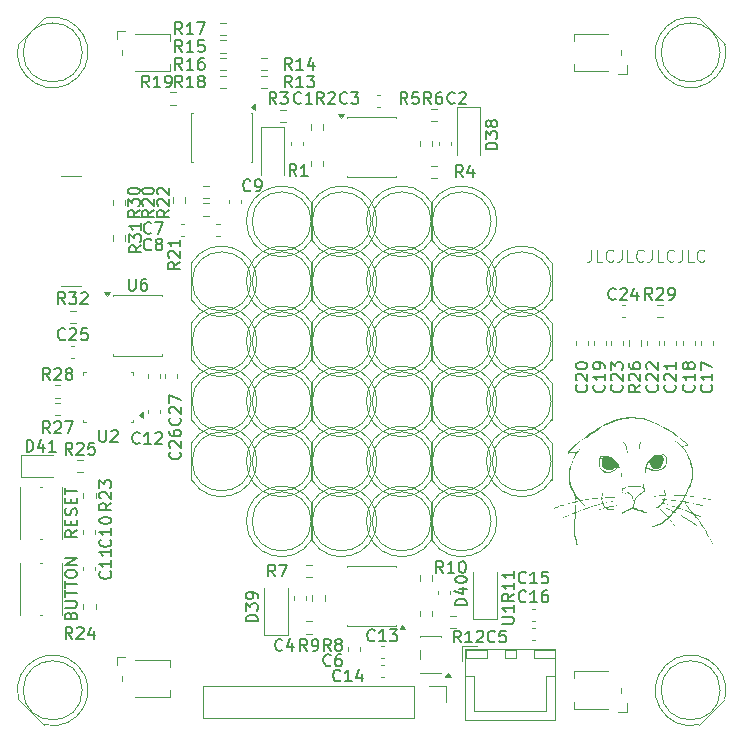
<source format=gbr>
%TF.GenerationSoftware,KiCad,Pcbnew,9.0.5*%
%TF.CreationDate,2025-11-10T23:46:23+08:00*%
%TF.ProjectId,ms,6d732e6b-6963-4616-945f-706362585858,rev?*%
%TF.SameCoordinates,Original*%
%TF.FileFunction,Legend,Top*%
%TF.FilePolarity,Positive*%
%FSLAX46Y46*%
G04 Gerber Fmt 4.6, Leading zero omitted, Abs format (unit mm)*
G04 Created by KiCad (PCBNEW 9.0.5) date 2025-11-10 23:46:23*
%MOMM*%
%LPD*%
G01*
G04 APERTURE LIST*
%ADD10C,0.100000*%
%ADD11C,0.150000*%
%ADD12C,0.000000*%
%ADD13C,0.120000*%
G04 APERTURE END LIST*
D10*
X169014598Y-94557419D02*
X169014598Y-95271704D01*
X169014598Y-95271704D02*
X168966979Y-95414561D01*
X168966979Y-95414561D02*
X168871741Y-95509800D01*
X168871741Y-95509800D02*
X168728884Y-95557419D01*
X168728884Y-95557419D02*
X168633646Y-95557419D01*
X169966979Y-95557419D02*
X169490789Y-95557419D01*
X169490789Y-95557419D02*
X169490789Y-94557419D01*
X170871741Y-95462180D02*
X170824122Y-95509800D01*
X170824122Y-95509800D02*
X170681265Y-95557419D01*
X170681265Y-95557419D02*
X170586027Y-95557419D01*
X170586027Y-95557419D02*
X170443170Y-95509800D01*
X170443170Y-95509800D02*
X170347932Y-95414561D01*
X170347932Y-95414561D02*
X170300313Y-95319323D01*
X170300313Y-95319323D02*
X170252694Y-95128847D01*
X170252694Y-95128847D02*
X170252694Y-94985990D01*
X170252694Y-94985990D02*
X170300313Y-94795514D01*
X170300313Y-94795514D02*
X170347932Y-94700276D01*
X170347932Y-94700276D02*
X170443170Y-94605038D01*
X170443170Y-94605038D02*
X170586027Y-94557419D01*
X170586027Y-94557419D02*
X170681265Y-94557419D01*
X170681265Y-94557419D02*
X170824122Y-94605038D01*
X170824122Y-94605038D02*
X170871741Y-94652657D01*
X171586027Y-94557419D02*
X171586027Y-95271704D01*
X171586027Y-95271704D02*
X171538408Y-95414561D01*
X171538408Y-95414561D02*
X171443170Y-95509800D01*
X171443170Y-95509800D02*
X171300313Y-95557419D01*
X171300313Y-95557419D02*
X171205075Y-95557419D01*
X172538408Y-95557419D02*
X172062218Y-95557419D01*
X172062218Y-95557419D02*
X172062218Y-94557419D01*
X173443170Y-95462180D02*
X173395551Y-95509800D01*
X173395551Y-95509800D02*
X173252694Y-95557419D01*
X173252694Y-95557419D02*
X173157456Y-95557419D01*
X173157456Y-95557419D02*
X173014599Y-95509800D01*
X173014599Y-95509800D02*
X172919361Y-95414561D01*
X172919361Y-95414561D02*
X172871742Y-95319323D01*
X172871742Y-95319323D02*
X172824123Y-95128847D01*
X172824123Y-95128847D02*
X172824123Y-94985990D01*
X172824123Y-94985990D02*
X172871742Y-94795514D01*
X172871742Y-94795514D02*
X172919361Y-94700276D01*
X172919361Y-94700276D02*
X173014599Y-94605038D01*
X173014599Y-94605038D02*
X173157456Y-94557419D01*
X173157456Y-94557419D02*
X173252694Y-94557419D01*
X173252694Y-94557419D02*
X173395551Y-94605038D01*
X173395551Y-94605038D02*
X173443170Y-94652657D01*
X174157456Y-94557419D02*
X174157456Y-95271704D01*
X174157456Y-95271704D02*
X174109837Y-95414561D01*
X174109837Y-95414561D02*
X174014599Y-95509800D01*
X174014599Y-95509800D02*
X173871742Y-95557419D01*
X173871742Y-95557419D02*
X173776504Y-95557419D01*
X175109837Y-95557419D02*
X174633647Y-95557419D01*
X174633647Y-95557419D02*
X174633647Y-94557419D01*
X176014599Y-95462180D02*
X175966980Y-95509800D01*
X175966980Y-95509800D02*
X175824123Y-95557419D01*
X175824123Y-95557419D02*
X175728885Y-95557419D01*
X175728885Y-95557419D02*
X175586028Y-95509800D01*
X175586028Y-95509800D02*
X175490790Y-95414561D01*
X175490790Y-95414561D02*
X175443171Y-95319323D01*
X175443171Y-95319323D02*
X175395552Y-95128847D01*
X175395552Y-95128847D02*
X175395552Y-94985990D01*
X175395552Y-94985990D02*
X175443171Y-94795514D01*
X175443171Y-94795514D02*
X175490790Y-94700276D01*
X175490790Y-94700276D02*
X175586028Y-94605038D01*
X175586028Y-94605038D02*
X175728885Y-94557419D01*
X175728885Y-94557419D02*
X175824123Y-94557419D01*
X175824123Y-94557419D02*
X175966980Y-94605038D01*
X175966980Y-94605038D02*
X176014599Y-94652657D01*
X176728885Y-94557419D02*
X176728885Y-95271704D01*
X176728885Y-95271704D02*
X176681266Y-95414561D01*
X176681266Y-95414561D02*
X176586028Y-95509800D01*
X176586028Y-95509800D02*
X176443171Y-95557419D01*
X176443171Y-95557419D02*
X176347933Y-95557419D01*
X177681266Y-95557419D02*
X177205076Y-95557419D01*
X177205076Y-95557419D02*
X177205076Y-94557419D01*
X178586028Y-95462180D02*
X178538409Y-95509800D01*
X178538409Y-95509800D02*
X178395552Y-95557419D01*
X178395552Y-95557419D02*
X178300314Y-95557419D01*
X178300314Y-95557419D02*
X178157457Y-95509800D01*
X178157457Y-95509800D02*
X178062219Y-95414561D01*
X178062219Y-95414561D02*
X178014600Y-95319323D01*
X178014600Y-95319323D02*
X177966981Y-95128847D01*
X177966981Y-95128847D02*
X177966981Y-94985990D01*
X177966981Y-94985990D02*
X178014600Y-94795514D01*
X178014600Y-94795514D02*
X178062219Y-94700276D01*
X178062219Y-94700276D02*
X178157457Y-94605038D01*
X178157457Y-94605038D02*
X178300314Y-94557419D01*
X178300314Y-94557419D02*
X178395552Y-94557419D01*
X178395552Y-94557419D02*
X178538409Y-94605038D01*
X178538409Y-94605038D02*
X178586028Y-94652657D01*
D11*
X129863095Y-97004819D02*
X129863095Y-97814342D01*
X129863095Y-97814342D02*
X129910714Y-97909580D01*
X129910714Y-97909580D02*
X129958333Y-97957200D01*
X129958333Y-97957200D02*
X130053571Y-98004819D01*
X130053571Y-98004819D02*
X130244047Y-98004819D01*
X130244047Y-98004819D02*
X130339285Y-97957200D01*
X130339285Y-97957200D02*
X130386904Y-97909580D01*
X130386904Y-97909580D02*
X130434523Y-97814342D01*
X130434523Y-97814342D02*
X130434523Y-97004819D01*
X131339285Y-97004819D02*
X131148809Y-97004819D01*
X131148809Y-97004819D02*
X131053571Y-97052438D01*
X131053571Y-97052438D02*
X131005952Y-97100057D01*
X131005952Y-97100057D02*
X130910714Y-97242914D01*
X130910714Y-97242914D02*
X130863095Y-97433390D01*
X130863095Y-97433390D02*
X130863095Y-97814342D01*
X130863095Y-97814342D02*
X130910714Y-97909580D01*
X130910714Y-97909580D02*
X130958333Y-97957200D01*
X130958333Y-97957200D02*
X131053571Y-98004819D01*
X131053571Y-98004819D02*
X131244047Y-98004819D01*
X131244047Y-98004819D02*
X131339285Y-97957200D01*
X131339285Y-97957200D02*
X131386904Y-97909580D01*
X131386904Y-97909580D02*
X131434523Y-97814342D01*
X131434523Y-97814342D02*
X131434523Y-97576247D01*
X131434523Y-97576247D02*
X131386904Y-97481009D01*
X131386904Y-97481009D02*
X131339285Y-97433390D01*
X131339285Y-97433390D02*
X131244047Y-97385771D01*
X131244047Y-97385771D02*
X131053571Y-97385771D01*
X131053571Y-97385771D02*
X130958333Y-97433390D01*
X130958333Y-97433390D02*
X130910714Y-97481009D01*
X130910714Y-97481009D02*
X130863095Y-97576247D01*
X124482142Y-99154819D02*
X124148809Y-98678628D01*
X123910714Y-99154819D02*
X123910714Y-98154819D01*
X123910714Y-98154819D02*
X124291666Y-98154819D01*
X124291666Y-98154819D02*
X124386904Y-98202438D01*
X124386904Y-98202438D02*
X124434523Y-98250057D01*
X124434523Y-98250057D02*
X124482142Y-98345295D01*
X124482142Y-98345295D02*
X124482142Y-98488152D01*
X124482142Y-98488152D02*
X124434523Y-98583390D01*
X124434523Y-98583390D02*
X124386904Y-98631009D01*
X124386904Y-98631009D02*
X124291666Y-98678628D01*
X124291666Y-98678628D02*
X123910714Y-98678628D01*
X124815476Y-98154819D02*
X125434523Y-98154819D01*
X125434523Y-98154819D02*
X125101190Y-98535771D01*
X125101190Y-98535771D02*
X125244047Y-98535771D01*
X125244047Y-98535771D02*
X125339285Y-98583390D01*
X125339285Y-98583390D02*
X125386904Y-98631009D01*
X125386904Y-98631009D02*
X125434523Y-98726247D01*
X125434523Y-98726247D02*
X125434523Y-98964342D01*
X125434523Y-98964342D02*
X125386904Y-99059580D01*
X125386904Y-99059580D02*
X125339285Y-99107200D01*
X125339285Y-99107200D02*
X125244047Y-99154819D01*
X125244047Y-99154819D02*
X124958333Y-99154819D01*
X124958333Y-99154819D02*
X124863095Y-99107200D01*
X124863095Y-99107200D02*
X124815476Y-99059580D01*
X125815476Y-98250057D02*
X125863095Y-98202438D01*
X125863095Y-98202438D02*
X125958333Y-98154819D01*
X125958333Y-98154819D02*
X126196428Y-98154819D01*
X126196428Y-98154819D02*
X126291666Y-98202438D01*
X126291666Y-98202438D02*
X126339285Y-98250057D01*
X126339285Y-98250057D02*
X126386904Y-98345295D01*
X126386904Y-98345295D02*
X126386904Y-98440533D01*
X126386904Y-98440533D02*
X126339285Y-98583390D01*
X126339285Y-98583390D02*
X125767857Y-99154819D01*
X125767857Y-99154819D02*
X126386904Y-99154819D01*
X130909819Y-94192857D02*
X130433628Y-94526190D01*
X130909819Y-94764285D02*
X129909819Y-94764285D01*
X129909819Y-94764285D02*
X129909819Y-94383333D01*
X129909819Y-94383333D02*
X129957438Y-94288095D01*
X129957438Y-94288095D02*
X130005057Y-94240476D01*
X130005057Y-94240476D02*
X130100295Y-94192857D01*
X130100295Y-94192857D02*
X130243152Y-94192857D01*
X130243152Y-94192857D02*
X130338390Y-94240476D01*
X130338390Y-94240476D02*
X130386009Y-94288095D01*
X130386009Y-94288095D02*
X130433628Y-94383333D01*
X130433628Y-94383333D02*
X130433628Y-94764285D01*
X129909819Y-93859523D02*
X129909819Y-93240476D01*
X129909819Y-93240476D02*
X130290771Y-93573809D01*
X130290771Y-93573809D02*
X130290771Y-93430952D01*
X130290771Y-93430952D02*
X130338390Y-93335714D01*
X130338390Y-93335714D02*
X130386009Y-93288095D01*
X130386009Y-93288095D02*
X130481247Y-93240476D01*
X130481247Y-93240476D02*
X130719342Y-93240476D01*
X130719342Y-93240476D02*
X130814580Y-93288095D01*
X130814580Y-93288095D02*
X130862200Y-93335714D01*
X130862200Y-93335714D02*
X130909819Y-93430952D01*
X130909819Y-93430952D02*
X130909819Y-93716666D01*
X130909819Y-93716666D02*
X130862200Y-93811904D01*
X130862200Y-93811904D02*
X130814580Y-93859523D01*
X130909819Y-92288095D02*
X130909819Y-92859523D01*
X130909819Y-92573809D02*
X129909819Y-92573809D01*
X129909819Y-92573809D02*
X130052676Y-92669047D01*
X130052676Y-92669047D02*
X130147914Y-92764285D01*
X130147914Y-92764285D02*
X130195533Y-92859523D01*
X130779819Y-91192857D02*
X130303628Y-91526190D01*
X130779819Y-91764285D02*
X129779819Y-91764285D01*
X129779819Y-91764285D02*
X129779819Y-91383333D01*
X129779819Y-91383333D02*
X129827438Y-91288095D01*
X129827438Y-91288095D02*
X129875057Y-91240476D01*
X129875057Y-91240476D02*
X129970295Y-91192857D01*
X129970295Y-91192857D02*
X130113152Y-91192857D01*
X130113152Y-91192857D02*
X130208390Y-91240476D01*
X130208390Y-91240476D02*
X130256009Y-91288095D01*
X130256009Y-91288095D02*
X130303628Y-91383333D01*
X130303628Y-91383333D02*
X130303628Y-91764285D01*
X129779819Y-90859523D02*
X129779819Y-90240476D01*
X129779819Y-90240476D02*
X130160771Y-90573809D01*
X130160771Y-90573809D02*
X130160771Y-90430952D01*
X130160771Y-90430952D02*
X130208390Y-90335714D01*
X130208390Y-90335714D02*
X130256009Y-90288095D01*
X130256009Y-90288095D02*
X130351247Y-90240476D01*
X130351247Y-90240476D02*
X130589342Y-90240476D01*
X130589342Y-90240476D02*
X130684580Y-90288095D01*
X130684580Y-90288095D02*
X130732200Y-90335714D01*
X130732200Y-90335714D02*
X130779819Y-90430952D01*
X130779819Y-90430952D02*
X130779819Y-90716666D01*
X130779819Y-90716666D02*
X130732200Y-90811904D01*
X130732200Y-90811904D02*
X130684580Y-90859523D01*
X129779819Y-89621428D02*
X129779819Y-89526190D01*
X129779819Y-89526190D02*
X129827438Y-89430952D01*
X129827438Y-89430952D02*
X129875057Y-89383333D01*
X129875057Y-89383333D02*
X129970295Y-89335714D01*
X129970295Y-89335714D02*
X130160771Y-89288095D01*
X130160771Y-89288095D02*
X130398866Y-89288095D01*
X130398866Y-89288095D02*
X130589342Y-89335714D01*
X130589342Y-89335714D02*
X130684580Y-89383333D01*
X130684580Y-89383333D02*
X130732200Y-89430952D01*
X130732200Y-89430952D02*
X130779819Y-89526190D01*
X130779819Y-89526190D02*
X130779819Y-89621428D01*
X130779819Y-89621428D02*
X130732200Y-89716666D01*
X130732200Y-89716666D02*
X130684580Y-89764285D01*
X130684580Y-89764285D02*
X130589342Y-89811904D01*
X130589342Y-89811904D02*
X130398866Y-89859523D01*
X130398866Y-89859523D02*
X130160771Y-89859523D01*
X130160771Y-89859523D02*
X129970295Y-89811904D01*
X129970295Y-89811904D02*
X129875057Y-89764285D01*
X129875057Y-89764285D02*
X129827438Y-89716666D01*
X129827438Y-89716666D02*
X129779819Y-89621428D01*
X134184580Y-108792857D02*
X134232200Y-108840476D01*
X134232200Y-108840476D02*
X134279819Y-108983333D01*
X134279819Y-108983333D02*
X134279819Y-109078571D01*
X134279819Y-109078571D02*
X134232200Y-109221428D01*
X134232200Y-109221428D02*
X134136961Y-109316666D01*
X134136961Y-109316666D02*
X134041723Y-109364285D01*
X134041723Y-109364285D02*
X133851247Y-109411904D01*
X133851247Y-109411904D02*
X133708390Y-109411904D01*
X133708390Y-109411904D02*
X133517914Y-109364285D01*
X133517914Y-109364285D02*
X133422676Y-109316666D01*
X133422676Y-109316666D02*
X133327438Y-109221428D01*
X133327438Y-109221428D02*
X133279819Y-109078571D01*
X133279819Y-109078571D02*
X133279819Y-108983333D01*
X133279819Y-108983333D02*
X133327438Y-108840476D01*
X133327438Y-108840476D02*
X133375057Y-108792857D01*
X133375057Y-108411904D02*
X133327438Y-108364285D01*
X133327438Y-108364285D02*
X133279819Y-108269047D01*
X133279819Y-108269047D02*
X133279819Y-108030952D01*
X133279819Y-108030952D02*
X133327438Y-107935714D01*
X133327438Y-107935714D02*
X133375057Y-107888095D01*
X133375057Y-107888095D02*
X133470295Y-107840476D01*
X133470295Y-107840476D02*
X133565533Y-107840476D01*
X133565533Y-107840476D02*
X133708390Y-107888095D01*
X133708390Y-107888095D02*
X134279819Y-108459523D01*
X134279819Y-108459523D02*
X134279819Y-107840476D01*
X133279819Y-107507142D02*
X133279819Y-106840476D01*
X133279819Y-106840476D02*
X134279819Y-107269047D01*
X134184580Y-111692857D02*
X134232200Y-111740476D01*
X134232200Y-111740476D02*
X134279819Y-111883333D01*
X134279819Y-111883333D02*
X134279819Y-111978571D01*
X134279819Y-111978571D02*
X134232200Y-112121428D01*
X134232200Y-112121428D02*
X134136961Y-112216666D01*
X134136961Y-112216666D02*
X134041723Y-112264285D01*
X134041723Y-112264285D02*
X133851247Y-112311904D01*
X133851247Y-112311904D02*
X133708390Y-112311904D01*
X133708390Y-112311904D02*
X133517914Y-112264285D01*
X133517914Y-112264285D02*
X133422676Y-112216666D01*
X133422676Y-112216666D02*
X133327438Y-112121428D01*
X133327438Y-112121428D02*
X133279819Y-111978571D01*
X133279819Y-111978571D02*
X133279819Y-111883333D01*
X133279819Y-111883333D02*
X133327438Y-111740476D01*
X133327438Y-111740476D02*
X133375057Y-111692857D01*
X133375057Y-111311904D02*
X133327438Y-111264285D01*
X133327438Y-111264285D02*
X133279819Y-111169047D01*
X133279819Y-111169047D02*
X133279819Y-110930952D01*
X133279819Y-110930952D02*
X133327438Y-110835714D01*
X133327438Y-110835714D02*
X133375057Y-110788095D01*
X133375057Y-110788095D02*
X133470295Y-110740476D01*
X133470295Y-110740476D02*
X133565533Y-110740476D01*
X133565533Y-110740476D02*
X133708390Y-110788095D01*
X133708390Y-110788095D02*
X134279819Y-111359523D01*
X134279819Y-111359523D02*
X134279819Y-110740476D01*
X133279819Y-109883333D02*
X133279819Y-110073809D01*
X133279819Y-110073809D02*
X133327438Y-110169047D01*
X133327438Y-110169047D02*
X133375057Y-110216666D01*
X133375057Y-110216666D02*
X133517914Y-110311904D01*
X133517914Y-110311904D02*
X133708390Y-110359523D01*
X133708390Y-110359523D02*
X134089342Y-110359523D01*
X134089342Y-110359523D02*
X134184580Y-110311904D01*
X134184580Y-110311904D02*
X134232200Y-110264285D01*
X134232200Y-110264285D02*
X134279819Y-110169047D01*
X134279819Y-110169047D02*
X134279819Y-109978571D01*
X134279819Y-109978571D02*
X134232200Y-109883333D01*
X134232200Y-109883333D02*
X134184580Y-109835714D01*
X134184580Y-109835714D02*
X134089342Y-109788095D01*
X134089342Y-109788095D02*
X133851247Y-109788095D01*
X133851247Y-109788095D02*
X133756009Y-109835714D01*
X133756009Y-109835714D02*
X133708390Y-109883333D01*
X133708390Y-109883333D02*
X133660771Y-109978571D01*
X133660771Y-109978571D02*
X133660771Y-110169047D01*
X133660771Y-110169047D02*
X133708390Y-110264285D01*
X133708390Y-110264285D02*
X133756009Y-110311904D01*
X133756009Y-110311904D02*
X133851247Y-110359523D01*
X124482142Y-102109580D02*
X124434523Y-102157200D01*
X124434523Y-102157200D02*
X124291666Y-102204819D01*
X124291666Y-102204819D02*
X124196428Y-102204819D01*
X124196428Y-102204819D02*
X124053571Y-102157200D01*
X124053571Y-102157200D02*
X123958333Y-102061961D01*
X123958333Y-102061961D02*
X123910714Y-101966723D01*
X123910714Y-101966723D02*
X123863095Y-101776247D01*
X123863095Y-101776247D02*
X123863095Y-101633390D01*
X123863095Y-101633390D02*
X123910714Y-101442914D01*
X123910714Y-101442914D02*
X123958333Y-101347676D01*
X123958333Y-101347676D02*
X124053571Y-101252438D01*
X124053571Y-101252438D02*
X124196428Y-101204819D01*
X124196428Y-101204819D02*
X124291666Y-101204819D01*
X124291666Y-101204819D02*
X124434523Y-101252438D01*
X124434523Y-101252438D02*
X124482142Y-101300057D01*
X124863095Y-101300057D02*
X124910714Y-101252438D01*
X124910714Y-101252438D02*
X125005952Y-101204819D01*
X125005952Y-101204819D02*
X125244047Y-101204819D01*
X125244047Y-101204819D02*
X125339285Y-101252438D01*
X125339285Y-101252438D02*
X125386904Y-101300057D01*
X125386904Y-101300057D02*
X125434523Y-101395295D01*
X125434523Y-101395295D02*
X125434523Y-101490533D01*
X125434523Y-101490533D02*
X125386904Y-101633390D01*
X125386904Y-101633390D02*
X124815476Y-102204819D01*
X124815476Y-102204819D02*
X125434523Y-102204819D01*
X126339285Y-101204819D02*
X125863095Y-101204819D01*
X125863095Y-101204819D02*
X125815476Y-101681009D01*
X125815476Y-101681009D02*
X125863095Y-101633390D01*
X125863095Y-101633390D02*
X125958333Y-101585771D01*
X125958333Y-101585771D02*
X126196428Y-101585771D01*
X126196428Y-101585771D02*
X126291666Y-101633390D01*
X126291666Y-101633390D02*
X126339285Y-101681009D01*
X126339285Y-101681009D02*
X126386904Y-101776247D01*
X126386904Y-101776247D02*
X126386904Y-102014342D01*
X126386904Y-102014342D02*
X126339285Y-102109580D01*
X126339285Y-102109580D02*
X126291666Y-102157200D01*
X126291666Y-102157200D02*
X126196428Y-102204819D01*
X126196428Y-102204819D02*
X125958333Y-102204819D01*
X125958333Y-102204819D02*
X125863095Y-102157200D01*
X125863095Y-102157200D02*
X125815476Y-102109580D01*
X125082142Y-111904819D02*
X124748809Y-111428628D01*
X124510714Y-111904819D02*
X124510714Y-110904819D01*
X124510714Y-110904819D02*
X124891666Y-110904819D01*
X124891666Y-110904819D02*
X124986904Y-110952438D01*
X124986904Y-110952438D02*
X125034523Y-111000057D01*
X125034523Y-111000057D02*
X125082142Y-111095295D01*
X125082142Y-111095295D02*
X125082142Y-111238152D01*
X125082142Y-111238152D02*
X125034523Y-111333390D01*
X125034523Y-111333390D02*
X124986904Y-111381009D01*
X124986904Y-111381009D02*
X124891666Y-111428628D01*
X124891666Y-111428628D02*
X124510714Y-111428628D01*
X125463095Y-111000057D02*
X125510714Y-110952438D01*
X125510714Y-110952438D02*
X125605952Y-110904819D01*
X125605952Y-110904819D02*
X125844047Y-110904819D01*
X125844047Y-110904819D02*
X125939285Y-110952438D01*
X125939285Y-110952438D02*
X125986904Y-111000057D01*
X125986904Y-111000057D02*
X126034523Y-111095295D01*
X126034523Y-111095295D02*
X126034523Y-111190533D01*
X126034523Y-111190533D02*
X125986904Y-111333390D01*
X125986904Y-111333390D02*
X125415476Y-111904819D01*
X125415476Y-111904819D02*
X126034523Y-111904819D01*
X126939285Y-110904819D02*
X126463095Y-110904819D01*
X126463095Y-110904819D02*
X126415476Y-111381009D01*
X126415476Y-111381009D02*
X126463095Y-111333390D01*
X126463095Y-111333390D02*
X126558333Y-111285771D01*
X126558333Y-111285771D02*
X126796428Y-111285771D01*
X126796428Y-111285771D02*
X126891666Y-111333390D01*
X126891666Y-111333390D02*
X126939285Y-111381009D01*
X126939285Y-111381009D02*
X126986904Y-111476247D01*
X126986904Y-111476247D02*
X126986904Y-111714342D01*
X126986904Y-111714342D02*
X126939285Y-111809580D01*
X126939285Y-111809580D02*
X126891666Y-111857200D01*
X126891666Y-111857200D02*
X126796428Y-111904819D01*
X126796428Y-111904819D02*
X126558333Y-111904819D01*
X126558333Y-111904819D02*
X126463095Y-111857200D01*
X126463095Y-111857200D02*
X126415476Y-111809580D01*
X128284580Y-119092857D02*
X128332200Y-119140476D01*
X128332200Y-119140476D02*
X128379819Y-119283333D01*
X128379819Y-119283333D02*
X128379819Y-119378571D01*
X128379819Y-119378571D02*
X128332200Y-119521428D01*
X128332200Y-119521428D02*
X128236961Y-119616666D01*
X128236961Y-119616666D02*
X128141723Y-119664285D01*
X128141723Y-119664285D02*
X127951247Y-119711904D01*
X127951247Y-119711904D02*
X127808390Y-119711904D01*
X127808390Y-119711904D02*
X127617914Y-119664285D01*
X127617914Y-119664285D02*
X127522676Y-119616666D01*
X127522676Y-119616666D02*
X127427438Y-119521428D01*
X127427438Y-119521428D02*
X127379819Y-119378571D01*
X127379819Y-119378571D02*
X127379819Y-119283333D01*
X127379819Y-119283333D02*
X127427438Y-119140476D01*
X127427438Y-119140476D02*
X127475057Y-119092857D01*
X128379819Y-118140476D02*
X128379819Y-118711904D01*
X128379819Y-118426190D02*
X127379819Y-118426190D01*
X127379819Y-118426190D02*
X127522676Y-118521428D01*
X127522676Y-118521428D02*
X127617914Y-118616666D01*
X127617914Y-118616666D02*
X127665533Y-118711904D01*
X127379819Y-117521428D02*
X127379819Y-117426190D01*
X127379819Y-117426190D02*
X127427438Y-117330952D01*
X127427438Y-117330952D02*
X127475057Y-117283333D01*
X127475057Y-117283333D02*
X127570295Y-117235714D01*
X127570295Y-117235714D02*
X127760771Y-117188095D01*
X127760771Y-117188095D02*
X127998866Y-117188095D01*
X127998866Y-117188095D02*
X128189342Y-117235714D01*
X128189342Y-117235714D02*
X128284580Y-117283333D01*
X128284580Y-117283333D02*
X128332200Y-117330952D01*
X128332200Y-117330952D02*
X128379819Y-117426190D01*
X128379819Y-117426190D02*
X128379819Y-117521428D01*
X128379819Y-117521428D02*
X128332200Y-117616666D01*
X128332200Y-117616666D02*
X128284580Y-117664285D01*
X128284580Y-117664285D02*
X128189342Y-117711904D01*
X128189342Y-117711904D02*
X127998866Y-117759523D01*
X127998866Y-117759523D02*
X127760771Y-117759523D01*
X127760771Y-117759523D02*
X127570295Y-117711904D01*
X127570295Y-117711904D02*
X127475057Y-117664285D01*
X127475057Y-117664285D02*
X127427438Y-117616666D01*
X127427438Y-117616666D02*
X127379819Y-117521428D01*
X128379819Y-115992857D02*
X127903628Y-116326190D01*
X128379819Y-116564285D02*
X127379819Y-116564285D01*
X127379819Y-116564285D02*
X127379819Y-116183333D01*
X127379819Y-116183333D02*
X127427438Y-116088095D01*
X127427438Y-116088095D02*
X127475057Y-116040476D01*
X127475057Y-116040476D02*
X127570295Y-115992857D01*
X127570295Y-115992857D02*
X127713152Y-115992857D01*
X127713152Y-115992857D02*
X127808390Y-116040476D01*
X127808390Y-116040476D02*
X127856009Y-116088095D01*
X127856009Y-116088095D02*
X127903628Y-116183333D01*
X127903628Y-116183333D02*
X127903628Y-116564285D01*
X127475057Y-115611904D02*
X127427438Y-115564285D01*
X127427438Y-115564285D02*
X127379819Y-115469047D01*
X127379819Y-115469047D02*
X127379819Y-115230952D01*
X127379819Y-115230952D02*
X127427438Y-115135714D01*
X127427438Y-115135714D02*
X127475057Y-115088095D01*
X127475057Y-115088095D02*
X127570295Y-115040476D01*
X127570295Y-115040476D02*
X127665533Y-115040476D01*
X127665533Y-115040476D02*
X127808390Y-115088095D01*
X127808390Y-115088095D02*
X128379819Y-115659523D01*
X128379819Y-115659523D02*
X128379819Y-115040476D01*
X127379819Y-114707142D02*
X127379819Y-114088095D01*
X127379819Y-114088095D02*
X127760771Y-114421428D01*
X127760771Y-114421428D02*
X127760771Y-114278571D01*
X127760771Y-114278571D02*
X127808390Y-114183333D01*
X127808390Y-114183333D02*
X127856009Y-114135714D01*
X127856009Y-114135714D02*
X127951247Y-114088095D01*
X127951247Y-114088095D02*
X128189342Y-114088095D01*
X128189342Y-114088095D02*
X128284580Y-114135714D01*
X128284580Y-114135714D02*
X128332200Y-114183333D01*
X128332200Y-114183333D02*
X128379819Y-114278571D01*
X128379819Y-114278571D02*
X128379819Y-114564285D01*
X128379819Y-114564285D02*
X128332200Y-114659523D01*
X128332200Y-114659523D02*
X128284580Y-114707142D01*
X176084580Y-105992857D02*
X176132200Y-106040476D01*
X176132200Y-106040476D02*
X176179819Y-106183333D01*
X176179819Y-106183333D02*
X176179819Y-106278571D01*
X176179819Y-106278571D02*
X176132200Y-106421428D01*
X176132200Y-106421428D02*
X176036961Y-106516666D01*
X176036961Y-106516666D02*
X175941723Y-106564285D01*
X175941723Y-106564285D02*
X175751247Y-106611904D01*
X175751247Y-106611904D02*
X175608390Y-106611904D01*
X175608390Y-106611904D02*
X175417914Y-106564285D01*
X175417914Y-106564285D02*
X175322676Y-106516666D01*
X175322676Y-106516666D02*
X175227438Y-106421428D01*
X175227438Y-106421428D02*
X175179819Y-106278571D01*
X175179819Y-106278571D02*
X175179819Y-106183333D01*
X175179819Y-106183333D02*
X175227438Y-106040476D01*
X175227438Y-106040476D02*
X175275057Y-105992857D01*
X175275057Y-105611904D02*
X175227438Y-105564285D01*
X175227438Y-105564285D02*
X175179819Y-105469047D01*
X175179819Y-105469047D02*
X175179819Y-105230952D01*
X175179819Y-105230952D02*
X175227438Y-105135714D01*
X175227438Y-105135714D02*
X175275057Y-105088095D01*
X175275057Y-105088095D02*
X175370295Y-105040476D01*
X175370295Y-105040476D02*
X175465533Y-105040476D01*
X175465533Y-105040476D02*
X175608390Y-105088095D01*
X175608390Y-105088095D02*
X176179819Y-105659523D01*
X176179819Y-105659523D02*
X176179819Y-105040476D01*
X176179819Y-104088095D02*
X176179819Y-104659523D01*
X176179819Y-104373809D02*
X175179819Y-104373809D01*
X175179819Y-104373809D02*
X175322676Y-104469047D01*
X175322676Y-104469047D02*
X175417914Y-104564285D01*
X175417914Y-104564285D02*
X175465533Y-104659523D01*
X156482142Y-121904819D02*
X156148809Y-121428628D01*
X155910714Y-121904819D02*
X155910714Y-120904819D01*
X155910714Y-120904819D02*
X156291666Y-120904819D01*
X156291666Y-120904819D02*
X156386904Y-120952438D01*
X156386904Y-120952438D02*
X156434523Y-121000057D01*
X156434523Y-121000057D02*
X156482142Y-121095295D01*
X156482142Y-121095295D02*
X156482142Y-121238152D01*
X156482142Y-121238152D02*
X156434523Y-121333390D01*
X156434523Y-121333390D02*
X156386904Y-121381009D01*
X156386904Y-121381009D02*
X156291666Y-121428628D01*
X156291666Y-121428628D02*
X155910714Y-121428628D01*
X157434523Y-121904819D02*
X156863095Y-121904819D01*
X157148809Y-121904819D02*
X157148809Y-120904819D01*
X157148809Y-120904819D02*
X157053571Y-121047676D01*
X157053571Y-121047676D02*
X156958333Y-121142914D01*
X156958333Y-121142914D02*
X156863095Y-121190533D01*
X158053571Y-120904819D02*
X158148809Y-120904819D01*
X158148809Y-120904819D02*
X158244047Y-120952438D01*
X158244047Y-120952438D02*
X158291666Y-121000057D01*
X158291666Y-121000057D02*
X158339285Y-121095295D01*
X158339285Y-121095295D02*
X158386904Y-121285771D01*
X158386904Y-121285771D02*
X158386904Y-121523866D01*
X158386904Y-121523866D02*
X158339285Y-121714342D01*
X158339285Y-121714342D02*
X158291666Y-121809580D01*
X158291666Y-121809580D02*
X158244047Y-121857200D01*
X158244047Y-121857200D02*
X158148809Y-121904819D01*
X158148809Y-121904819D02*
X158053571Y-121904819D01*
X158053571Y-121904819D02*
X157958333Y-121857200D01*
X157958333Y-121857200D02*
X157910714Y-121809580D01*
X157910714Y-121809580D02*
X157863095Y-121714342D01*
X157863095Y-121714342D02*
X157815476Y-121523866D01*
X157815476Y-121523866D02*
X157815476Y-121285771D01*
X157815476Y-121285771D02*
X157863095Y-121095295D01*
X157863095Y-121095295D02*
X157910714Y-121000057D01*
X157910714Y-121000057D02*
X157958333Y-120952438D01*
X157958333Y-120952438D02*
X158053571Y-120904819D01*
X140779819Y-126014285D02*
X139779819Y-126014285D01*
X139779819Y-126014285D02*
X139779819Y-125776190D01*
X139779819Y-125776190D02*
X139827438Y-125633333D01*
X139827438Y-125633333D02*
X139922676Y-125538095D01*
X139922676Y-125538095D02*
X140017914Y-125490476D01*
X140017914Y-125490476D02*
X140208390Y-125442857D01*
X140208390Y-125442857D02*
X140351247Y-125442857D01*
X140351247Y-125442857D02*
X140541723Y-125490476D01*
X140541723Y-125490476D02*
X140636961Y-125538095D01*
X140636961Y-125538095D02*
X140732200Y-125633333D01*
X140732200Y-125633333D02*
X140779819Y-125776190D01*
X140779819Y-125776190D02*
X140779819Y-126014285D01*
X139779819Y-125109523D02*
X139779819Y-124490476D01*
X139779819Y-124490476D02*
X140160771Y-124823809D01*
X140160771Y-124823809D02*
X140160771Y-124680952D01*
X140160771Y-124680952D02*
X140208390Y-124585714D01*
X140208390Y-124585714D02*
X140256009Y-124538095D01*
X140256009Y-124538095D02*
X140351247Y-124490476D01*
X140351247Y-124490476D02*
X140589342Y-124490476D01*
X140589342Y-124490476D02*
X140684580Y-124538095D01*
X140684580Y-124538095D02*
X140732200Y-124585714D01*
X140732200Y-124585714D02*
X140779819Y-124680952D01*
X140779819Y-124680952D02*
X140779819Y-124966666D01*
X140779819Y-124966666D02*
X140732200Y-125061904D01*
X140732200Y-125061904D02*
X140684580Y-125109523D01*
X140779819Y-124014285D02*
X140779819Y-123823809D01*
X140779819Y-123823809D02*
X140732200Y-123728571D01*
X140732200Y-123728571D02*
X140684580Y-123680952D01*
X140684580Y-123680952D02*
X140541723Y-123585714D01*
X140541723Y-123585714D02*
X140351247Y-123538095D01*
X140351247Y-123538095D02*
X139970295Y-123538095D01*
X139970295Y-123538095D02*
X139875057Y-123585714D01*
X139875057Y-123585714D02*
X139827438Y-123633333D01*
X139827438Y-123633333D02*
X139779819Y-123728571D01*
X139779819Y-123728571D02*
X139779819Y-123919047D01*
X139779819Y-123919047D02*
X139827438Y-124014285D01*
X139827438Y-124014285D02*
X139875057Y-124061904D01*
X139875057Y-124061904D02*
X139970295Y-124109523D01*
X139970295Y-124109523D02*
X140208390Y-124109523D01*
X140208390Y-124109523D02*
X140303628Y-124061904D01*
X140303628Y-124061904D02*
X140351247Y-124014285D01*
X140351247Y-124014285D02*
X140398866Y-123919047D01*
X140398866Y-123919047D02*
X140398866Y-123728571D01*
X140398866Y-123728571D02*
X140351247Y-123633333D01*
X140351247Y-123633333D02*
X140303628Y-123585714D01*
X140303628Y-123585714D02*
X140208390Y-123538095D01*
X144958333Y-128504819D02*
X144625000Y-128028628D01*
X144386905Y-128504819D02*
X144386905Y-127504819D01*
X144386905Y-127504819D02*
X144767857Y-127504819D01*
X144767857Y-127504819D02*
X144863095Y-127552438D01*
X144863095Y-127552438D02*
X144910714Y-127600057D01*
X144910714Y-127600057D02*
X144958333Y-127695295D01*
X144958333Y-127695295D02*
X144958333Y-127838152D01*
X144958333Y-127838152D02*
X144910714Y-127933390D01*
X144910714Y-127933390D02*
X144863095Y-127981009D01*
X144863095Y-127981009D02*
X144767857Y-128028628D01*
X144767857Y-128028628D02*
X144386905Y-128028628D01*
X145434524Y-128504819D02*
X145625000Y-128504819D01*
X145625000Y-128504819D02*
X145720238Y-128457200D01*
X145720238Y-128457200D02*
X145767857Y-128409580D01*
X145767857Y-128409580D02*
X145863095Y-128266723D01*
X145863095Y-128266723D02*
X145910714Y-128076247D01*
X145910714Y-128076247D02*
X145910714Y-127695295D01*
X145910714Y-127695295D02*
X145863095Y-127600057D01*
X145863095Y-127600057D02*
X145815476Y-127552438D01*
X145815476Y-127552438D02*
X145720238Y-127504819D01*
X145720238Y-127504819D02*
X145529762Y-127504819D01*
X145529762Y-127504819D02*
X145434524Y-127552438D01*
X145434524Y-127552438D02*
X145386905Y-127600057D01*
X145386905Y-127600057D02*
X145339286Y-127695295D01*
X145339286Y-127695295D02*
X145339286Y-127933390D01*
X145339286Y-127933390D02*
X145386905Y-128028628D01*
X145386905Y-128028628D02*
X145434524Y-128076247D01*
X145434524Y-128076247D02*
X145529762Y-128123866D01*
X145529762Y-128123866D02*
X145720238Y-128123866D01*
X145720238Y-128123866D02*
X145815476Y-128076247D01*
X145815476Y-128076247D02*
X145863095Y-128028628D01*
X145863095Y-128028628D02*
X145910714Y-127933390D01*
X142258333Y-122204819D02*
X141925000Y-121728628D01*
X141686905Y-122204819D02*
X141686905Y-121204819D01*
X141686905Y-121204819D02*
X142067857Y-121204819D01*
X142067857Y-121204819D02*
X142163095Y-121252438D01*
X142163095Y-121252438D02*
X142210714Y-121300057D01*
X142210714Y-121300057D02*
X142258333Y-121395295D01*
X142258333Y-121395295D02*
X142258333Y-121538152D01*
X142258333Y-121538152D02*
X142210714Y-121633390D01*
X142210714Y-121633390D02*
X142163095Y-121681009D01*
X142163095Y-121681009D02*
X142067857Y-121728628D01*
X142067857Y-121728628D02*
X141686905Y-121728628D01*
X142591667Y-121204819D02*
X143258333Y-121204819D01*
X143258333Y-121204819D02*
X142829762Y-122204819D01*
X142858333Y-128409580D02*
X142810714Y-128457200D01*
X142810714Y-128457200D02*
X142667857Y-128504819D01*
X142667857Y-128504819D02*
X142572619Y-128504819D01*
X142572619Y-128504819D02*
X142429762Y-128457200D01*
X142429762Y-128457200D02*
X142334524Y-128361961D01*
X142334524Y-128361961D02*
X142286905Y-128266723D01*
X142286905Y-128266723D02*
X142239286Y-128076247D01*
X142239286Y-128076247D02*
X142239286Y-127933390D01*
X142239286Y-127933390D02*
X142286905Y-127742914D01*
X142286905Y-127742914D02*
X142334524Y-127647676D01*
X142334524Y-127647676D02*
X142429762Y-127552438D01*
X142429762Y-127552438D02*
X142572619Y-127504819D01*
X142572619Y-127504819D02*
X142667857Y-127504819D01*
X142667857Y-127504819D02*
X142810714Y-127552438D01*
X142810714Y-127552438D02*
X142858333Y-127600057D01*
X143715476Y-127838152D02*
X143715476Y-128504819D01*
X143477381Y-127457200D02*
X143239286Y-128171485D01*
X143239286Y-128171485D02*
X143858333Y-128171485D01*
X146958333Y-128504819D02*
X146625000Y-128028628D01*
X146386905Y-128504819D02*
X146386905Y-127504819D01*
X146386905Y-127504819D02*
X146767857Y-127504819D01*
X146767857Y-127504819D02*
X146863095Y-127552438D01*
X146863095Y-127552438D02*
X146910714Y-127600057D01*
X146910714Y-127600057D02*
X146958333Y-127695295D01*
X146958333Y-127695295D02*
X146958333Y-127838152D01*
X146958333Y-127838152D02*
X146910714Y-127933390D01*
X146910714Y-127933390D02*
X146863095Y-127981009D01*
X146863095Y-127981009D02*
X146767857Y-128028628D01*
X146767857Y-128028628D02*
X146386905Y-128028628D01*
X147529762Y-127933390D02*
X147434524Y-127885771D01*
X147434524Y-127885771D02*
X147386905Y-127838152D01*
X147386905Y-127838152D02*
X147339286Y-127742914D01*
X147339286Y-127742914D02*
X147339286Y-127695295D01*
X147339286Y-127695295D02*
X147386905Y-127600057D01*
X147386905Y-127600057D02*
X147434524Y-127552438D01*
X147434524Y-127552438D02*
X147529762Y-127504819D01*
X147529762Y-127504819D02*
X147720238Y-127504819D01*
X147720238Y-127504819D02*
X147815476Y-127552438D01*
X147815476Y-127552438D02*
X147863095Y-127600057D01*
X147863095Y-127600057D02*
X147910714Y-127695295D01*
X147910714Y-127695295D02*
X147910714Y-127742914D01*
X147910714Y-127742914D02*
X147863095Y-127838152D01*
X147863095Y-127838152D02*
X147815476Y-127885771D01*
X147815476Y-127885771D02*
X147720238Y-127933390D01*
X147720238Y-127933390D02*
X147529762Y-127933390D01*
X147529762Y-127933390D02*
X147434524Y-127981009D01*
X147434524Y-127981009D02*
X147386905Y-128028628D01*
X147386905Y-128028628D02*
X147339286Y-128123866D01*
X147339286Y-128123866D02*
X147339286Y-128314342D01*
X147339286Y-128314342D02*
X147386905Y-128409580D01*
X147386905Y-128409580D02*
X147434524Y-128457200D01*
X147434524Y-128457200D02*
X147529762Y-128504819D01*
X147529762Y-128504819D02*
X147720238Y-128504819D01*
X147720238Y-128504819D02*
X147815476Y-128457200D01*
X147815476Y-128457200D02*
X147863095Y-128409580D01*
X147863095Y-128409580D02*
X147910714Y-128314342D01*
X147910714Y-128314342D02*
X147910714Y-128123866D01*
X147910714Y-128123866D02*
X147863095Y-128028628D01*
X147863095Y-128028628D02*
X147815476Y-127981009D01*
X147815476Y-127981009D02*
X147720238Y-127933390D01*
X125479819Y-118302381D02*
X125003628Y-118635714D01*
X125479819Y-118873809D02*
X124479819Y-118873809D01*
X124479819Y-118873809D02*
X124479819Y-118492857D01*
X124479819Y-118492857D02*
X124527438Y-118397619D01*
X124527438Y-118397619D02*
X124575057Y-118350000D01*
X124575057Y-118350000D02*
X124670295Y-118302381D01*
X124670295Y-118302381D02*
X124813152Y-118302381D01*
X124813152Y-118302381D02*
X124908390Y-118350000D01*
X124908390Y-118350000D02*
X124956009Y-118397619D01*
X124956009Y-118397619D02*
X125003628Y-118492857D01*
X125003628Y-118492857D02*
X125003628Y-118873809D01*
X124956009Y-117873809D02*
X124956009Y-117540476D01*
X125479819Y-117397619D02*
X125479819Y-117873809D01*
X125479819Y-117873809D02*
X124479819Y-117873809D01*
X124479819Y-117873809D02*
X124479819Y-117397619D01*
X125432200Y-117016666D02*
X125479819Y-116873809D01*
X125479819Y-116873809D02*
X125479819Y-116635714D01*
X125479819Y-116635714D02*
X125432200Y-116540476D01*
X125432200Y-116540476D02*
X125384580Y-116492857D01*
X125384580Y-116492857D02*
X125289342Y-116445238D01*
X125289342Y-116445238D02*
X125194104Y-116445238D01*
X125194104Y-116445238D02*
X125098866Y-116492857D01*
X125098866Y-116492857D02*
X125051247Y-116540476D01*
X125051247Y-116540476D02*
X125003628Y-116635714D01*
X125003628Y-116635714D02*
X124956009Y-116826190D01*
X124956009Y-116826190D02*
X124908390Y-116921428D01*
X124908390Y-116921428D02*
X124860771Y-116969047D01*
X124860771Y-116969047D02*
X124765533Y-117016666D01*
X124765533Y-117016666D02*
X124670295Y-117016666D01*
X124670295Y-117016666D02*
X124575057Y-116969047D01*
X124575057Y-116969047D02*
X124527438Y-116921428D01*
X124527438Y-116921428D02*
X124479819Y-116826190D01*
X124479819Y-116826190D02*
X124479819Y-116588095D01*
X124479819Y-116588095D02*
X124527438Y-116445238D01*
X124956009Y-116016666D02*
X124956009Y-115683333D01*
X125479819Y-115540476D02*
X125479819Y-116016666D01*
X125479819Y-116016666D02*
X124479819Y-116016666D01*
X124479819Y-116016666D02*
X124479819Y-115540476D01*
X124479819Y-115254761D02*
X124479819Y-114683333D01*
X125479819Y-114969047D02*
X124479819Y-114969047D01*
X148358333Y-82109580D02*
X148310714Y-82157200D01*
X148310714Y-82157200D02*
X148167857Y-82204819D01*
X148167857Y-82204819D02*
X148072619Y-82204819D01*
X148072619Y-82204819D02*
X147929762Y-82157200D01*
X147929762Y-82157200D02*
X147834524Y-82061961D01*
X147834524Y-82061961D02*
X147786905Y-81966723D01*
X147786905Y-81966723D02*
X147739286Y-81776247D01*
X147739286Y-81776247D02*
X147739286Y-81633390D01*
X147739286Y-81633390D02*
X147786905Y-81442914D01*
X147786905Y-81442914D02*
X147834524Y-81347676D01*
X147834524Y-81347676D02*
X147929762Y-81252438D01*
X147929762Y-81252438D02*
X148072619Y-81204819D01*
X148072619Y-81204819D02*
X148167857Y-81204819D01*
X148167857Y-81204819D02*
X148310714Y-81252438D01*
X148310714Y-81252438D02*
X148358333Y-81300057D01*
X148691667Y-81204819D02*
X149310714Y-81204819D01*
X149310714Y-81204819D02*
X148977381Y-81585771D01*
X148977381Y-81585771D02*
X149120238Y-81585771D01*
X149120238Y-81585771D02*
X149215476Y-81633390D01*
X149215476Y-81633390D02*
X149263095Y-81681009D01*
X149263095Y-81681009D02*
X149310714Y-81776247D01*
X149310714Y-81776247D02*
X149310714Y-82014342D01*
X149310714Y-82014342D02*
X149263095Y-82109580D01*
X149263095Y-82109580D02*
X149215476Y-82157200D01*
X149215476Y-82157200D02*
X149120238Y-82204819D01*
X149120238Y-82204819D02*
X148834524Y-82204819D01*
X148834524Y-82204819D02*
X148739286Y-82157200D01*
X148739286Y-82157200D02*
X148691667Y-82109580D01*
X134382142Y-76304819D02*
X134048809Y-75828628D01*
X133810714Y-76304819D02*
X133810714Y-75304819D01*
X133810714Y-75304819D02*
X134191666Y-75304819D01*
X134191666Y-75304819D02*
X134286904Y-75352438D01*
X134286904Y-75352438D02*
X134334523Y-75400057D01*
X134334523Y-75400057D02*
X134382142Y-75495295D01*
X134382142Y-75495295D02*
X134382142Y-75638152D01*
X134382142Y-75638152D02*
X134334523Y-75733390D01*
X134334523Y-75733390D02*
X134286904Y-75781009D01*
X134286904Y-75781009D02*
X134191666Y-75828628D01*
X134191666Y-75828628D02*
X133810714Y-75828628D01*
X135334523Y-76304819D02*
X134763095Y-76304819D01*
X135048809Y-76304819D02*
X135048809Y-75304819D01*
X135048809Y-75304819D02*
X134953571Y-75447676D01*
X134953571Y-75447676D02*
X134858333Y-75542914D01*
X134858333Y-75542914D02*
X134763095Y-75590533D01*
X135667857Y-75304819D02*
X136334523Y-75304819D01*
X136334523Y-75304819D02*
X135905952Y-76304819D01*
X134179819Y-95592857D02*
X133703628Y-95926190D01*
X134179819Y-96164285D02*
X133179819Y-96164285D01*
X133179819Y-96164285D02*
X133179819Y-95783333D01*
X133179819Y-95783333D02*
X133227438Y-95688095D01*
X133227438Y-95688095D02*
X133275057Y-95640476D01*
X133275057Y-95640476D02*
X133370295Y-95592857D01*
X133370295Y-95592857D02*
X133513152Y-95592857D01*
X133513152Y-95592857D02*
X133608390Y-95640476D01*
X133608390Y-95640476D02*
X133656009Y-95688095D01*
X133656009Y-95688095D02*
X133703628Y-95783333D01*
X133703628Y-95783333D02*
X133703628Y-96164285D01*
X133275057Y-95211904D02*
X133227438Y-95164285D01*
X133227438Y-95164285D02*
X133179819Y-95069047D01*
X133179819Y-95069047D02*
X133179819Y-94830952D01*
X133179819Y-94830952D02*
X133227438Y-94735714D01*
X133227438Y-94735714D02*
X133275057Y-94688095D01*
X133275057Y-94688095D02*
X133370295Y-94640476D01*
X133370295Y-94640476D02*
X133465533Y-94640476D01*
X133465533Y-94640476D02*
X133608390Y-94688095D01*
X133608390Y-94688095D02*
X134179819Y-95259523D01*
X134179819Y-95259523D02*
X134179819Y-94640476D01*
X134179819Y-93688095D02*
X134179819Y-94259523D01*
X134179819Y-93973809D02*
X133179819Y-93973809D01*
X133179819Y-93973809D02*
X133322676Y-94069047D01*
X133322676Y-94069047D02*
X133417914Y-94164285D01*
X133417914Y-94164285D02*
X133465533Y-94259523D01*
X157982142Y-127804819D02*
X157648809Y-127328628D01*
X157410714Y-127804819D02*
X157410714Y-126804819D01*
X157410714Y-126804819D02*
X157791666Y-126804819D01*
X157791666Y-126804819D02*
X157886904Y-126852438D01*
X157886904Y-126852438D02*
X157934523Y-126900057D01*
X157934523Y-126900057D02*
X157982142Y-126995295D01*
X157982142Y-126995295D02*
X157982142Y-127138152D01*
X157982142Y-127138152D02*
X157934523Y-127233390D01*
X157934523Y-127233390D02*
X157886904Y-127281009D01*
X157886904Y-127281009D02*
X157791666Y-127328628D01*
X157791666Y-127328628D02*
X157410714Y-127328628D01*
X158934523Y-127804819D02*
X158363095Y-127804819D01*
X158648809Y-127804819D02*
X158648809Y-126804819D01*
X158648809Y-126804819D02*
X158553571Y-126947676D01*
X158553571Y-126947676D02*
X158458333Y-127042914D01*
X158458333Y-127042914D02*
X158363095Y-127090533D01*
X159315476Y-126900057D02*
X159363095Y-126852438D01*
X159363095Y-126852438D02*
X159458333Y-126804819D01*
X159458333Y-126804819D02*
X159696428Y-126804819D01*
X159696428Y-126804819D02*
X159791666Y-126852438D01*
X159791666Y-126852438D02*
X159839285Y-126900057D01*
X159839285Y-126900057D02*
X159886904Y-126995295D01*
X159886904Y-126995295D02*
X159886904Y-127090533D01*
X159886904Y-127090533D02*
X159839285Y-127233390D01*
X159839285Y-127233390D02*
X159267857Y-127804819D01*
X159267857Y-127804819D02*
X159886904Y-127804819D01*
X158158333Y-88404819D02*
X157825000Y-87928628D01*
X157586905Y-88404819D02*
X157586905Y-87404819D01*
X157586905Y-87404819D02*
X157967857Y-87404819D01*
X157967857Y-87404819D02*
X158063095Y-87452438D01*
X158063095Y-87452438D02*
X158110714Y-87500057D01*
X158110714Y-87500057D02*
X158158333Y-87595295D01*
X158158333Y-87595295D02*
X158158333Y-87738152D01*
X158158333Y-87738152D02*
X158110714Y-87833390D01*
X158110714Y-87833390D02*
X158063095Y-87881009D01*
X158063095Y-87881009D02*
X157967857Y-87928628D01*
X157967857Y-87928628D02*
X157586905Y-87928628D01*
X159015476Y-87738152D02*
X159015476Y-88404819D01*
X158777381Y-87357200D02*
X158539286Y-88071485D01*
X158539286Y-88071485D02*
X159158333Y-88071485D01*
X163482142Y-122709580D02*
X163434523Y-122757200D01*
X163434523Y-122757200D02*
X163291666Y-122804819D01*
X163291666Y-122804819D02*
X163196428Y-122804819D01*
X163196428Y-122804819D02*
X163053571Y-122757200D01*
X163053571Y-122757200D02*
X162958333Y-122661961D01*
X162958333Y-122661961D02*
X162910714Y-122566723D01*
X162910714Y-122566723D02*
X162863095Y-122376247D01*
X162863095Y-122376247D02*
X162863095Y-122233390D01*
X162863095Y-122233390D02*
X162910714Y-122042914D01*
X162910714Y-122042914D02*
X162958333Y-121947676D01*
X162958333Y-121947676D02*
X163053571Y-121852438D01*
X163053571Y-121852438D02*
X163196428Y-121804819D01*
X163196428Y-121804819D02*
X163291666Y-121804819D01*
X163291666Y-121804819D02*
X163434523Y-121852438D01*
X163434523Y-121852438D02*
X163482142Y-121900057D01*
X164434523Y-122804819D02*
X163863095Y-122804819D01*
X164148809Y-122804819D02*
X164148809Y-121804819D01*
X164148809Y-121804819D02*
X164053571Y-121947676D01*
X164053571Y-121947676D02*
X163958333Y-122042914D01*
X163958333Y-122042914D02*
X163863095Y-122090533D01*
X165339285Y-121804819D02*
X164863095Y-121804819D01*
X164863095Y-121804819D02*
X164815476Y-122281009D01*
X164815476Y-122281009D02*
X164863095Y-122233390D01*
X164863095Y-122233390D02*
X164958333Y-122185771D01*
X164958333Y-122185771D02*
X165196428Y-122185771D01*
X165196428Y-122185771D02*
X165291666Y-122233390D01*
X165291666Y-122233390D02*
X165339285Y-122281009D01*
X165339285Y-122281009D02*
X165386904Y-122376247D01*
X165386904Y-122376247D02*
X165386904Y-122614342D01*
X165386904Y-122614342D02*
X165339285Y-122709580D01*
X165339285Y-122709580D02*
X165291666Y-122757200D01*
X165291666Y-122757200D02*
X165196428Y-122804819D01*
X165196428Y-122804819D02*
X164958333Y-122804819D01*
X164958333Y-122804819D02*
X164863095Y-122757200D01*
X164863095Y-122757200D02*
X164815476Y-122709580D01*
X127363095Y-109834819D02*
X127363095Y-110644342D01*
X127363095Y-110644342D02*
X127410714Y-110739580D01*
X127410714Y-110739580D02*
X127458333Y-110787200D01*
X127458333Y-110787200D02*
X127553571Y-110834819D01*
X127553571Y-110834819D02*
X127744047Y-110834819D01*
X127744047Y-110834819D02*
X127839285Y-110787200D01*
X127839285Y-110787200D02*
X127886904Y-110739580D01*
X127886904Y-110739580D02*
X127934523Y-110644342D01*
X127934523Y-110644342D02*
X127934523Y-109834819D01*
X128363095Y-109930057D02*
X128410714Y-109882438D01*
X128410714Y-109882438D02*
X128505952Y-109834819D01*
X128505952Y-109834819D02*
X128744047Y-109834819D01*
X128744047Y-109834819D02*
X128839285Y-109882438D01*
X128839285Y-109882438D02*
X128886904Y-109930057D01*
X128886904Y-109930057D02*
X128934523Y-110025295D01*
X128934523Y-110025295D02*
X128934523Y-110120533D01*
X128934523Y-110120533D02*
X128886904Y-110263390D01*
X128886904Y-110263390D02*
X128315476Y-110834819D01*
X128315476Y-110834819D02*
X128934523Y-110834819D01*
X168594580Y-105992857D02*
X168642200Y-106040476D01*
X168642200Y-106040476D02*
X168689819Y-106183333D01*
X168689819Y-106183333D02*
X168689819Y-106278571D01*
X168689819Y-106278571D02*
X168642200Y-106421428D01*
X168642200Y-106421428D02*
X168546961Y-106516666D01*
X168546961Y-106516666D02*
X168451723Y-106564285D01*
X168451723Y-106564285D02*
X168261247Y-106611904D01*
X168261247Y-106611904D02*
X168118390Y-106611904D01*
X168118390Y-106611904D02*
X167927914Y-106564285D01*
X167927914Y-106564285D02*
X167832676Y-106516666D01*
X167832676Y-106516666D02*
X167737438Y-106421428D01*
X167737438Y-106421428D02*
X167689819Y-106278571D01*
X167689819Y-106278571D02*
X167689819Y-106183333D01*
X167689819Y-106183333D02*
X167737438Y-106040476D01*
X167737438Y-106040476D02*
X167785057Y-105992857D01*
X167785057Y-105611904D02*
X167737438Y-105564285D01*
X167737438Y-105564285D02*
X167689819Y-105469047D01*
X167689819Y-105469047D02*
X167689819Y-105230952D01*
X167689819Y-105230952D02*
X167737438Y-105135714D01*
X167737438Y-105135714D02*
X167785057Y-105088095D01*
X167785057Y-105088095D02*
X167880295Y-105040476D01*
X167880295Y-105040476D02*
X167975533Y-105040476D01*
X167975533Y-105040476D02*
X168118390Y-105088095D01*
X168118390Y-105088095D02*
X168689819Y-105659523D01*
X168689819Y-105659523D02*
X168689819Y-105040476D01*
X167689819Y-104421428D02*
X167689819Y-104326190D01*
X167689819Y-104326190D02*
X167737438Y-104230952D01*
X167737438Y-104230952D02*
X167785057Y-104183333D01*
X167785057Y-104183333D02*
X167880295Y-104135714D01*
X167880295Y-104135714D02*
X168070771Y-104088095D01*
X168070771Y-104088095D02*
X168308866Y-104088095D01*
X168308866Y-104088095D02*
X168499342Y-104135714D01*
X168499342Y-104135714D02*
X168594580Y-104183333D01*
X168594580Y-104183333D02*
X168642200Y-104230952D01*
X168642200Y-104230952D02*
X168689819Y-104326190D01*
X168689819Y-104326190D02*
X168689819Y-104421428D01*
X168689819Y-104421428D02*
X168642200Y-104516666D01*
X168642200Y-104516666D02*
X168594580Y-104564285D01*
X168594580Y-104564285D02*
X168499342Y-104611904D01*
X168499342Y-104611904D02*
X168308866Y-104659523D01*
X168308866Y-104659523D02*
X168070771Y-104659523D01*
X168070771Y-104659523D02*
X167880295Y-104611904D01*
X167880295Y-104611904D02*
X167785057Y-104564285D01*
X167785057Y-104564285D02*
X167737438Y-104516666D01*
X167737438Y-104516666D02*
X167689819Y-104421428D01*
X161479819Y-126211904D02*
X162289342Y-126211904D01*
X162289342Y-126211904D02*
X162384580Y-126164285D01*
X162384580Y-126164285D02*
X162432200Y-126116666D01*
X162432200Y-126116666D02*
X162479819Y-126021428D01*
X162479819Y-126021428D02*
X162479819Y-125830952D01*
X162479819Y-125830952D02*
X162432200Y-125735714D01*
X162432200Y-125735714D02*
X162384580Y-125688095D01*
X162384580Y-125688095D02*
X162289342Y-125640476D01*
X162289342Y-125640476D02*
X161479819Y-125640476D01*
X162479819Y-124640476D02*
X162479819Y-125211904D01*
X162479819Y-124926190D02*
X161479819Y-124926190D01*
X161479819Y-124926190D02*
X161622676Y-125021428D01*
X161622676Y-125021428D02*
X161717914Y-125116666D01*
X161717914Y-125116666D02*
X161765533Y-125211904D01*
X174584580Y-105992857D02*
X174632200Y-106040476D01*
X174632200Y-106040476D02*
X174679819Y-106183333D01*
X174679819Y-106183333D02*
X174679819Y-106278571D01*
X174679819Y-106278571D02*
X174632200Y-106421428D01*
X174632200Y-106421428D02*
X174536961Y-106516666D01*
X174536961Y-106516666D02*
X174441723Y-106564285D01*
X174441723Y-106564285D02*
X174251247Y-106611904D01*
X174251247Y-106611904D02*
X174108390Y-106611904D01*
X174108390Y-106611904D02*
X173917914Y-106564285D01*
X173917914Y-106564285D02*
X173822676Y-106516666D01*
X173822676Y-106516666D02*
X173727438Y-106421428D01*
X173727438Y-106421428D02*
X173679819Y-106278571D01*
X173679819Y-106278571D02*
X173679819Y-106183333D01*
X173679819Y-106183333D02*
X173727438Y-106040476D01*
X173727438Y-106040476D02*
X173775057Y-105992857D01*
X173775057Y-105611904D02*
X173727438Y-105564285D01*
X173727438Y-105564285D02*
X173679819Y-105469047D01*
X173679819Y-105469047D02*
X173679819Y-105230952D01*
X173679819Y-105230952D02*
X173727438Y-105135714D01*
X173727438Y-105135714D02*
X173775057Y-105088095D01*
X173775057Y-105088095D02*
X173870295Y-105040476D01*
X173870295Y-105040476D02*
X173965533Y-105040476D01*
X173965533Y-105040476D02*
X174108390Y-105088095D01*
X174108390Y-105088095D02*
X174679819Y-105659523D01*
X174679819Y-105659523D02*
X174679819Y-105040476D01*
X173775057Y-104659523D02*
X173727438Y-104611904D01*
X173727438Y-104611904D02*
X173679819Y-104516666D01*
X173679819Y-104516666D02*
X173679819Y-104278571D01*
X173679819Y-104278571D02*
X173727438Y-104183333D01*
X173727438Y-104183333D02*
X173775057Y-104135714D01*
X173775057Y-104135714D02*
X173870295Y-104088095D01*
X173870295Y-104088095D02*
X173965533Y-104088095D01*
X173965533Y-104088095D02*
X174108390Y-104135714D01*
X174108390Y-104135714D02*
X174679819Y-104707142D01*
X174679819Y-104707142D02*
X174679819Y-104088095D01*
X155458333Y-82204819D02*
X155125000Y-81728628D01*
X154886905Y-82204819D02*
X154886905Y-81204819D01*
X154886905Y-81204819D02*
X155267857Y-81204819D01*
X155267857Y-81204819D02*
X155363095Y-81252438D01*
X155363095Y-81252438D02*
X155410714Y-81300057D01*
X155410714Y-81300057D02*
X155458333Y-81395295D01*
X155458333Y-81395295D02*
X155458333Y-81538152D01*
X155458333Y-81538152D02*
X155410714Y-81633390D01*
X155410714Y-81633390D02*
X155363095Y-81681009D01*
X155363095Y-81681009D02*
X155267857Y-81728628D01*
X155267857Y-81728628D02*
X154886905Y-81728628D01*
X156315476Y-81204819D02*
X156125000Y-81204819D01*
X156125000Y-81204819D02*
X156029762Y-81252438D01*
X156029762Y-81252438D02*
X155982143Y-81300057D01*
X155982143Y-81300057D02*
X155886905Y-81442914D01*
X155886905Y-81442914D02*
X155839286Y-81633390D01*
X155839286Y-81633390D02*
X155839286Y-82014342D01*
X155839286Y-82014342D02*
X155886905Y-82109580D01*
X155886905Y-82109580D02*
X155934524Y-82157200D01*
X155934524Y-82157200D02*
X156029762Y-82204819D01*
X156029762Y-82204819D02*
X156220238Y-82204819D01*
X156220238Y-82204819D02*
X156315476Y-82157200D01*
X156315476Y-82157200D02*
X156363095Y-82109580D01*
X156363095Y-82109580D02*
X156410714Y-82014342D01*
X156410714Y-82014342D02*
X156410714Y-81776247D01*
X156410714Y-81776247D02*
X156363095Y-81681009D01*
X156363095Y-81681009D02*
X156315476Y-81633390D01*
X156315476Y-81633390D02*
X156220238Y-81585771D01*
X156220238Y-81585771D02*
X156029762Y-81585771D01*
X156029762Y-81585771D02*
X155934524Y-81633390D01*
X155934524Y-81633390D02*
X155886905Y-81681009D01*
X155886905Y-81681009D02*
X155839286Y-81776247D01*
X177684580Y-105992857D02*
X177732200Y-106040476D01*
X177732200Y-106040476D02*
X177779819Y-106183333D01*
X177779819Y-106183333D02*
X177779819Y-106278571D01*
X177779819Y-106278571D02*
X177732200Y-106421428D01*
X177732200Y-106421428D02*
X177636961Y-106516666D01*
X177636961Y-106516666D02*
X177541723Y-106564285D01*
X177541723Y-106564285D02*
X177351247Y-106611904D01*
X177351247Y-106611904D02*
X177208390Y-106611904D01*
X177208390Y-106611904D02*
X177017914Y-106564285D01*
X177017914Y-106564285D02*
X176922676Y-106516666D01*
X176922676Y-106516666D02*
X176827438Y-106421428D01*
X176827438Y-106421428D02*
X176779819Y-106278571D01*
X176779819Y-106278571D02*
X176779819Y-106183333D01*
X176779819Y-106183333D02*
X176827438Y-106040476D01*
X176827438Y-106040476D02*
X176875057Y-105992857D01*
X177779819Y-105040476D02*
X177779819Y-105611904D01*
X177779819Y-105326190D02*
X176779819Y-105326190D01*
X176779819Y-105326190D02*
X176922676Y-105421428D01*
X176922676Y-105421428D02*
X177017914Y-105516666D01*
X177017914Y-105516666D02*
X177065533Y-105611904D01*
X177208390Y-104469047D02*
X177160771Y-104564285D01*
X177160771Y-104564285D02*
X177113152Y-104611904D01*
X177113152Y-104611904D02*
X177017914Y-104659523D01*
X177017914Y-104659523D02*
X176970295Y-104659523D01*
X176970295Y-104659523D02*
X176875057Y-104611904D01*
X176875057Y-104611904D02*
X176827438Y-104564285D01*
X176827438Y-104564285D02*
X176779819Y-104469047D01*
X176779819Y-104469047D02*
X176779819Y-104278571D01*
X176779819Y-104278571D02*
X176827438Y-104183333D01*
X176827438Y-104183333D02*
X176875057Y-104135714D01*
X176875057Y-104135714D02*
X176970295Y-104088095D01*
X176970295Y-104088095D02*
X177017914Y-104088095D01*
X177017914Y-104088095D02*
X177113152Y-104135714D01*
X177113152Y-104135714D02*
X177160771Y-104183333D01*
X177160771Y-104183333D02*
X177208390Y-104278571D01*
X177208390Y-104278571D02*
X177208390Y-104469047D01*
X177208390Y-104469047D02*
X177256009Y-104564285D01*
X177256009Y-104564285D02*
X177303628Y-104611904D01*
X177303628Y-104611904D02*
X177398866Y-104659523D01*
X177398866Y-104659523D02*
X177589342Y-104659523D01*
X177589342Y-104659523D02*
X177684580Y-104611904D01*
X177684580Y-104611904D02*
X177732200Y-104564285D01*
X177732200Y-104564285D02*
X177779819Y-104469047D01*
X177779819Y-104469047D02*
X177779819Y-104278571D01*
X177779819Y-104278571D02*
X177732200Y-104183333D01*
X177732200Y-104183333D02*
X177684580Y-104135714D01*
X177684580Y-104135714D02*
X177589342Y-104088095D01*
X177589342Y-104088095D02*
X177398866Y-104088095D01*
X177398866Y-104088095D02*
X177303628Y-104135714D01*
X177303628Y-104135714D02*
X177256009Y-104183333D01*
X177256009Y-104183333D02*
X177208390Y-104278571D01*
X163482142Y-124299580D02*
X163434523Y-124347200D01*
X163434523Y-124347200D02*
X163291666Y-124394819D01*
X163291666Y-124394819D02*
X163196428Y-124394819D01*
X163196428Y-124394819D02*
X163053571Y-124347200D01*
X163053571Y-124347200D02*
X162958333Y-124251961D01*
X162958333Y-124251961D02*
X162910714Y-124156723D01*
X162910714Y-124156723D02*
X162863095Y-123966247D01*
X162863095Y-123966247D02*
X162863095Y-123823390D01*
X162863095Y-123823390D02*
X162910714Y-123632914D01*
X162910714Y-123632914D02*
X162958333Y-123537676D01*
X162958333Y-123537676D02*
X163053571Y-123442438D01*
X163053571Y-123442438D02*
X163196428Y-123394819D01*
X163196428Y-123394819D02*
X163291666Y-123394819D01*
X163291666Y-123394819D02*
X163434523Y-123442438D01*
X163434523Y-123442438D02*
X163482142Y-123490057D01*
X164434523Y-124394819D02*
X163863095Y-124394819D01*
X164148809Y-124394819D02*
X164148809Y-123394819D01*
X164148809Y-123394819D02*
X164053571Y-123537676D01*
X164053571Y-123537676D02*
X163958333Y-123632914D01*
X163958333Y-123632914D02*
X163863095Y-123680533D01*
X165291666Y-123394819D02*
X165101190Y-123394819D01*
X165101190Y-123394819D02*
X165005952Y-123442438D01*
X165005952Y-123442438D02*
X164958333Y-123490057D01*
X164958333Y-123490057D02*
X164863095Y-123632914D01*
X164863095Y-123632914D02*
X164815476Y-123823390D01*
X164815476Y-123823390D02*
X164815476Y-124204342D01*
X164815476Y-124204342D02*
X164863095Y-124299580D01*
X164863095Y-124299580D02*
X164910714Y-124347200D01*
X164910714Y-124347200D02*
X165005952Y-124394819D01*
X165005952Y-124394819D02*
X165196428Y-124394819D01*
X165196428Y-124394819D02*
X165291666Y-124347200D01*
X165291666Y-124347200D02*
X165339285Y-124299580D01*
X165339285Y-124299580D02*
X165386904Y-124204342D01*
X165386904Y-124204342D02*
X165386904Y-123966247D01*
X165386904Y-123966247D02*
X165339285Y-123871009D01*
X165339285Y-123871009D02*
X165291666Y-123823390D01*
X165291666Y-123823390D02*
X165196428Y-123775771D01*
X165196428Y-123775771D02*
X165005952Y-123775771D01*
X165005952Y-123775771D02*
X164910714Y-123823390D01*
X164910714Y-123823390D02*
X164863095Y-123871009D01*
X164863095Y-123871009D02*
X164815476Y-123966247D01*
X162479819Y-123692857D02*
X162003628Y-124026190D01*
X162479819Y-124264285D02*
X161479819Y-124264285D01*
X161479819Y-124264285D02*
X161479819Y-123883333D01*
X161479819Y-123883333D02*
X161527438Y-123788095D01*
X161527438Y-123788095D02*
X161575057Y-123740476D01*
X161575057Y-123740476D02*
X161670295Y-123692857D01*
X161670295Y-123692857D02*
X161813152Y-123692857D01*
X161813152Y-123692857D02*
X161908390Y-123740476D01*
X161908390Y-123740476D02*
X161956009Y-123788095D01*
X161956009Y-123788095D02*
X162003628Y-123883333D01*
X162003628Y-123883333D02*
X162003628Y-124264285D01*
X162479819Y-122740476D02*
X162479819Y-123311904D01*
X162479819Y-123026190D02*
X161479819Y-123026190D01*
X161479819Y-123026190D02*
X161622676Y-123121428D01*
X161622676Y-123121428D02*
X161717914Y-123216666D01*
X161717914Y-123216666D02*
X161765533Y-123311904D01*
X162479819Y-121788095D02*
X162479819Y-122359523D01*
X162479819Y-122073809D02*
X161479819Y-122073809D01*
X161479819Y-122073809D02*
X161622676Y-122169047D01*
X161622676Y-122169047D02*
X161717914Y-122264285D01*
X161717914Y-122264285D02*
X161765533Y-122359523D01*
X128284580Y-121792857D02*
X128332200Y-121840476D01*
X128332200Y-121840476D02*
X128379819Y-121983333D01*
X128379819Y-121983333D02*
X128379819Y-122078571D01*
X128379819Y-122078571D02*
X128332200Y-122221428D01*
X128332200Y-122221428D02*
X128236961Y-122316666D01*
X128236961Y-122316666D02*
X128141723Y-122364285D01*
X128141723Y-122364285D02*
X127951247Y-122411904D01*
X127951247Y-122411904D02*
X127808390Y-122411904D01*
X127808390Y-122411904D02*
X127617914Y-122364285D01*
X127617914Y-122364285D02*
X127522676Y-122316666D01*
X127522676Y-122316666D02*
X127427438Y-122221428D01*
X127427438Y-122221428D02*
X127379819Y-122078571D01*
X127379819Y-122078571D02*
X127379819Y-121983333D01*
X127379819Y-121983333D02*
X127427438Y-121840476D01*
X127427438Y-121840476D02*
X127475057Y-121792857D01*
X128379819Y-120840476D02*
X128379819Y-121411904D01*
X128379819Y-121126190D02*
X127379819Y-121126190D01*
X127379819Y-121126190D02*
X127522676Y-121221428D01*
X127522676Y-121221428D02*
X127617914Y-121316666D01*
X127617914Y-121316666D02*
X127665533Y-121411904D01*
X128379819Y-119888095D02*
X128379819Y-120459523D01*
X128379819Y-120173809D02*
X127379819Y-120173809D01*
X127379819Y-120173809D02*
X127522676Y-120269047D01*
X127522676Y-120269047D02*
X127617914Y-120364285D01*
X127617914Y-120364285D02*
X127665533Y-120459523D01*
X158479819Y-124664285D02*
X157479819Y-124664285D01*
X157479819Y-124664285D02*
X157479819Y-124426190D01*
X157479819Y-124426190D02*
X157527438Y-124283333D01*
X157527438Y-124283333D02*
X157622676Y-124188095D01*
X157622676Y-124188095D02*
X157717914Y-124140476D01*
X157717914Y-124140476D02*
X157908390Y-124092857D01*
X157908390Y-124092857D02*
X158051247Y-124092857D01*
X158051247Y-124092857D02*
X158241723Y-124140476D01*
X158241723Y-124140476D02*
X158336961Y-124188095D01*
X158336961Y-124188095D02*
X158432200Y-124283333D01*
X158432200Y-124283333D02*
X158479819Y-124426190D01*
X158479819Y-124426190D02*
X158479819Y-124664285D01*
X157813152Y-123235714D02*
X158479819Y-123235714D01*
X157432200Y-123473809D02*
X158146485Y-123711904D01*
X158146485Y-123711904D02*
X158146485Y-123092857D01*
X157479819Y-122521428D02*
X157479819Y-122426190D01*
X157479819Y-122426190D02*
X157527438Y-122330952D01*
X157527438Y-122330952D02*
X157575057Y-122283333D01*
X157575057Y-122283333D02*
X157670295Y-122235714D01*
X157670295Y-122235714D02*
X157860771Y-122188095D01*
X157860771Y-122188095D02*
X158098866Y-122188095D01*
X158098866Y-122188095D02*
X158289342Y-122235714D01*
X158289342Y-122235714D02*
X158384580Y-122283333D01*
X158384580Y-122283333D02*
X158432200Y-122330952D01*
X158432200Y-122330952D02*
X158479819Y-122426190D01*
X158479819Y-122426190D02*
X158479819Y-122521428D01*
X158479819Y-122521428D02*
X158432200Y-122616666D01*
X158432200Y-122616666D02*
X158384580Y-122664285D01*
X158384580Y-122664285D02*
X158289342Y-122711904D01*
X158289342Y-122711904D02*
X158098866Y-122759523D01*
X158098866Y-122759523D02*
X157860771Y-122759523D01*
X157860771Y-122759523D02*
X157670295Y-122711904D01*
X157670295Y-122711904D02*
X157575057Y-122664285D01*
X157575057Y-122664285D02*
X157527438Y-122616666D01*
X157527438Y-122616666D02*
X157479819Y-122521428D01*
X123182142Y-110094819D02*
X122848809Y-109618628D01*
X122610714Y-110094819D02*
X122610714Y-109094819D01*
X122610714Y-109094819D02*
X122991666Y-109094819D01*
X122991666Y-109094819D02*
X123086904Y-109142438D01*
X123086904Y-109142438D02*
X123134523Y-109190057D01*
X123134523Y-109190057D02*
X123182142Y-109285295D01*
X123182142Y-109285295D02*
X123182142Y-109428152D01*
X123182142Y-109428152D02*
X123134523Y-109523390D01*
X123134523Y-109523390D02*
X123086904Y-109571009D01*
X123086904Y-109571009D02*
X122991666Y-109618628D01*
X122991666Y-109618628D02*
X122610714Y-109618628D01*
X123563095Y-109190057D02*
X123610714Y-109142438D01*
X123610714Y-109142438D02*
X123705952Y-109094819D01*
X123705952Y-109094819D02*
X123944047Y-109094819D01*
X123944047Y-109094819D02*
X124039285Y-109142438D01*
X124039285Y-109142438D02*
X124086904Y-109190057D01*
X124086904Y-109190057D02*
X124134523Y-109285295D01*
X124134523Y-109285295D02*
X124134523Y-109380533D01*
X124134523Y-109380533D02*
X124086904Y-109523390D01*
X124086904Y-109523390D02*
X123515476Y-110094819D01*
X123515476Y-110094819D02*
X124134523Y-110094819D01*
X124467857Y-109094819D02*
X125134523Y-109094819D01*
X125134523Y-109094819D02*
X124705952Y-110094819D01*
X146958333Y-129709580D02*
X146910714Y-129757200D01*
X146910714Y-129757200D02*
X146767857Y-129804819D01*
X146767857Y-129804819D02*
X146672619Y-129804819D01*
X146672619Y-129804819D02*
X146529762Y-129757200D01*
X146529762Y-129757200D02*
X146434524Y-129661961D01*
X146434524Y-129661961D02*
X146386905Y-129566723D01*
X146386905Y-129566723D02*
X146339286Y-129376247D01*
X146339286Y-129376247D02*
X146339286Y-129233390D01*
X146339286Y-129233390D02*
X146386905Y-129042914D01*
X146386905Y-129042914D02*
X146434524Y-128947676D01*
X146434524Y-128947676D02*
X146529762Y-128852438D01*
X146529762Y-128852438D02*
X146672619Y-128804819D01*
X146672619Y-128804819D02*
X146767857Y-128804819D01*
X146767857Y-128804819D02*
X146910714Y-128852438D01*
X146910714Y-128852438D02*
X146958333Y-128900057D01*
X147815476Y-128804819D02*
X147625000Y-128804819D01*
X147625000Y-128804819D02*
X147529762Y-128852438D01*
X147529762Y-128852438D02*
X147482143Y-128900057D01*
X147482143Y-128900057D02*
X147386905Y-129042914D01*
X147386905Y-129042914D02*
X147339286Y-129233390D01*
X147339286Y-129233390D02*
X147339286Y-129614342D01*
X147339286Y-129614342D02*
X147386905Y-129709580D01*
X147386905Y-129709580D02*
X147434524Y-129757200D01*
X147434524Y-129757200D02*
X147529762Y-129804819D01*
X147529762Y-129804819D02*
X147720238Y-129804819D01*
X147720238Y-129804819D02*
X147815476Y-129757200D01*
X147815476Y-129757200D02*
X147863095Y-129709580D01*
X147863095Y-129709580D02*
X147910714Y-129614342D01*
X147910714Y-129614342D02*
X147910714Y-129376247D01*
X147910714Y-129376247D02*
X147863095Y-129281009D01*
X147863095Y-129281009D02*
X147815476Y-129233390D01*
X147815476Y-129233390D02*
X147720238Y-129185771D01*
X147720238Y-129185771D02*
X147529762Y-129185771D01*
X147529762Y-129185771D02*
X147434524Y-129233390D01*
X147434524Y-129233390D02*
X147386905Y-129281009D01*
X147386905Y-129281009D02*
X147339286Y-129376247D01*
X125082142Y-127504819D02*
X124748809Y-127028628D01*
X124510714Y-127504819D02*
X124510714Y-126504819D01*
X124510714Y-126504819D02*
X124891666Y-126504819D01*
X124891666Y-126504819D02*
X124986904Y-126552438D01*
X124986904Y-126552438D02*
X125034523Y-126600057D01*
X125034523Y-126600057D02*
X125082142Y-126695295D01*
X125082142Y-126695295D02*
X125082142Y-126838152D01*
X125082142Y-126838152D02*
X125034523Y-126933390D01*
X125034523Y-126933390D02*
X124986904Y-126981009D01*
X124986904Y-126981009D02*
X124891666Y-127028628D01*
X124891666Y-127028628D02*
X124510714Y-127028628D01*
X125463095Y-126600057D02*
X125510714Y-126552438D01*
X125510714Y-126552438D02*
X125605952Y-126504819D01*
X125605952Y-126504819D02*
X125844047Y-126504819D01*
X125844047Y-126504819D02*
X125939285Y-126552438D01*
X125939285Y-126552438D02*
X125986904Y-126600057D01*
X125986904Y-126600057D02*
X126034523Y-126695295D01*
X126034523Y-126695295D02*
X126034523Y-126790533D01*
X126034523Y-126790533D02*
X125986904Y-126933390D01*
X125986904Y-126933390D02*
X125415476Y-127504819D01*
X125415476Y-127504819D02*
X126034523Y-127504819D01*
X126891666Y-126838152D02*
X126891666Y-127504819D01*
X126653571Y-126457200D02*
X126415476Y-127171485D01*
X126415476Y-127171485D02*
X127034523Y-127171485D01*
X131758333Y-93109580D02*
X131710714Y-93157200D01*
X131710714Y-93157200D02*
X131567857Y-93204819D01*
X131567857Y-93204819D02*
X131472619Y-93204819D01*
X131472619Y-93204819D02*
X131329762Y-93157200D01*
X131329762Y-93157200D02*
X131234524Y-93061961D01*
X131234524Y-93061961D02*
X131186905Y-92966723D01*
X131186905Y-92966723D02*
X131139286Y-92776247D01*
X131139286Y-92776247D02*
X131139286Y-92633390D01*
X131139286Y-92633390D02*
X131186905Y-92442914D01*
X131186905Y-92442914D02*
X131234524Y-92347676D01*
X131234524Y-92347676D02*
X131329762Y-92252438D01*
X131329762Y-92252438D02*
X131472619Y-92204819D01*
X131472619Y-92204819D02*
X131567857Y-92204819D01*
X131567857Y-92204819D02*
X131710714Y-92252438D01*
X131710714Y-92252438D02*
X131758333Y-92300057D01*
X132091667Y-92204819D02*
X132758333Y-92204819D01*
X132758333Y-92204819D02*
X132329762Y-93204819D01*
X170084580Y-105992857D02*
X170132200Y-106040476D01*
X170132200Y-106040476D02*
X170179819Y-106183333D01*
X170179819Y-106183333D02*
X170179819Y-106278571D01*
X170179819Y-106278571D02*
X170132200Y-106421428D01*
X170132200Y-106421428D02*
X170036961Y-106516666D01*
X170036961Y-106516666D02*
X169941723Y-106564285D01*
X169941723Y-106564285D02*
X169751247Y-106611904D01*
X169751247Y-106611904D02*
X169608390Y-106611904D01*
X169608390Y-106611904D02*
X169417914Y-106564285D01*
X169417914Y-106564285D02*
X169322676Y-106516666D01*
X169322676Y-106516666D02*
X169227438Y-106421428D01*
X169227438Y-106421428D02*
X169179819Y-106278571D01*
X169179819Y-106278571D02*
X169179819Y-106183333D01*
X169179819Y-106183333D02*
X169227438Y-106040476D01*
X169227438Y-106040476D02*
X169275057Y-105992857D01*
X170179819Y-105040476D02*
X170179819Y-105611904D01*
X170179819Y-105326190D02*
X169179819Y-105326190D01*
X169179819Y-105326190D02*
X169322676Y-105421428D01*
X169322676Y-105421428D02*
X169417914Y-105516666D01*
X169417914Y-105516666D02*
X169465533Y-105611904D01*
X170179819Y-104564285D02*
X170179819Y-104373809D01*
X170179819Y-104373809D02*
X170132200Y-104278571D01*
X170132200Y-104278571D02*
X170084580Y-104230952D01*
X170084580Y-104230952D02*
X169941723Y-104135714D01*
X169941723Y-104135714D02*
X169751247Y-104088095D01*
X169751247Y-104088095D02*
X169370295Y-104088095D01*
X169370295Y-104088095D02*
X169275057Y-104135714D01*
X169275057Y-104135714D02*
X169227438Y-104183333D01*
X169227438Y-104183333D02*
X169179819Y-104278571D01*
X169179819Y-104278571D02*
X169179819Y-104469047D01*
X169179819Y-104469047D02*
X169227438Y-104564285D01*
X169227438Y-104564285D02*
X169275057Y-104611904D01*
X169275057Y-104611904D02*
X169370295Y-104659523D01*
X169370295Y-104659523D02*
X169608390Y-104659523D01*
X169608390Y-104659523D02*
X169703628Y-104611904D01*
X169703628Y-104611904D02*
X169751247Y-104564285D01*
X169751247Y-104564285D02*
X169798866Y-104469047D01*
X169798866Y-104469047D02*
X169798866Y-104278571D01*
X169798866Y-104278571D02*
X169751247Y-104183333D01*
X169751247Y-104183333D02*
X169703628Y-104135714D01*
X169703628Y-104135714D02*
X169608390Y-104088095D01*
X179184580Y-105992857D02*
X179232200Y-106040476D01*
X179232200Y-106040476D02*
X179279819Y-106183333D01*
X179279819Y-106183333D02*
X179279819Y-106278571D01*
X179279819Y-106278571D02*
X179232200Y-106421428D01*
X179232200Y-106421428D02*
X179136961Y-106516666D01*
X179136961Y-106516666D02*
X179041723Y-106564285D01*
X179041723Y-106564285D02*
X178851247Y-106611904D01*
X178851247Y-106611904D02*
X178708390Y-106611904D01*
X178708390Y-106611904D02*
X178517914Y-106564285D01*
X178517914Y-106564285D02*
X178422676Y-106516666D01*
X178422676Y-106516666D02*
X178327438Y-106421428D01*
X178327438Y-106421428D02*
X178279819Y-106278571D01*
X178279819Y-106278571D02*
X178279819Y-106183333D01*
X178279819Y-106183333D02*
X178327438Y-106040476D01*
X178327438Y-106040476D02*
X178375057Y-105992857D01*
X179279819Y-105040476D02*
X179279819Y-105611904D01*
X179279819Y-105326190D02*
X178279819Y-105326190D01*
X178279819Y-105326190D02*
X178422676Y-105421428D01*
X178422676Y-105421428D02*
X178517914Y-105516666D01*
X178517914Y-105516666D02*
X178565533Y-105611904D01*
X178279819Y-104707142D02*
X178279819Y-104040476D01*
X178279819Y-104040476D02*
X179279819Y-104469047D01*
X171082142Y-98709580D02*
X171034523Y-98757200D01*
X171034523Y-98757200D02*
X170891666Y-98804819D01*
X170891666Y-98804819D02*
X170796428Y-98804819D01*
X170796428Y-98804819D02*
X170653571Y-98757200D01*
X170653571Y-98757200D02*
X170558333Y-98661961D01*
X170558333Y-98661961D02*
X170510714Y-98566723D01*
X170510714Y-98566723D02*
X170463095Y-98376247D01*
X170463095Y-98376247D02*
X170463095Y-98233390D01*
X170463095Y-98233390D02*
X170510714Y-98042914D01*
X170510714Y-98042914D02*
X170558333Y-97947676D01*
X170558333Y-97947676D02*
X170653571Y-97852438D01*
X170653571Y-97852438D02*
X170796428Y-97804819D01*
X170796428Y-97804819D02*
X170891666Y-97804819D01*
X170891666Y-97804819D02*
X171034523Y-97852438D01*
X171034523Y-97852438D02*
X171082142Y-97900057D01*
X171463095Y-97900057D02*
X171510714Y-97852438D01*
X171510714Y-97852438D02*
X171605952Y-97804819D01*
X171605952Y-97804819D02*
X171844047Y-97804819D01*
X171844047Y-97804819D02*
X171939285Y-97852438D01*
X171939285Y-97852438D02*
X171986904Y-97900057D01*
X171986904Y-97900057D02*
X172034523Y-97995295D01*
X172034523Y-97995295D02*
X172034523Y-98090533D01*
X172034523Y-98090533D02*
X171986904Y-98233390D01*
X171986904Y-98233390D02*
X171415476Y-98804819D01*
X171415476Y-98804819D02*
X172034523Y-98804819D01*
X172891666Y-98138152D02*
X172891666Y-98804819D01*
X172653571Y-97757200D02*
X172415476Y-98471485D01*
X172415476Y-98471485D02*
X173034523Y-98471485D01*
X133279819Y-91192857D02*
X132803628Y-91526190D01*
X133279819Y-91764285D02*
X132279819Y-91764285D01*
X132279819Y-91764285D02*
X132279819Y-91383333D01*
X132279819Y-91383333D02*
X132327438Y-91288095D01*
X132327438Y-91288095D02*
X132375057Y-91240476D01*
X132375057Y-91240476D02*
X132470295Y-91192857D01*
X132470295Y-91192857D02*
X132613152Y-91192857D01*
X132613152Y-91192857D02*
X132708390Y-91240476D01*
X132708390Y-91240476D02*
X132756009Y-91288095D01*
X132756009Y-91288095D02*
X132803628Y-91383333D01*
X132803628Y-91383333D02*
X132803628Y-91764285D01*
X132375057Y-90811904D02*
X132327438Y-90764285D01*
X132327438Y-90764285D02*
X132279819Y-90669047D01*
X132279819Y-90669047D02*
X132279819Y-90430952D01*
X132279819Y-90430952D02*
X132327438Y-90335714D01*
X132327438Y-90335714D02*
X132375057Y-90288095D01*
X132375057Y-90288095D02*
X132470295Y-90240476D01*
X132470295Y-90240476D02*
X132565533Y-90240476D01*
X132565533Y-90240476D02*
X132708390Y-90288095D01*
X132708390Y-90288095D02*
X133279819Y-90859523D01*
X133279819Y-90859523D02*
X133279819Y-90240476D01*
X132375057Y-89859523D02*
X132327438Y-89811904D01*
X132327438Y-89811904D02*
X132279819Y-89716666D01*
X132279819Y-89716666D02*
X132279819Y-89478571D01*
X132279819Y-89478571D02*
X132327438Y-89383333D01*
X132327438Y-89383333D02*
X132375057Y-89335714D01*
X132375057Y-89335714D02*
X132470295Y-89288095D01*
X132470295Y-89288095D02*
X132565533Y-89288095D01*
X132565533Y-89288095D02*
X132708390Y-89335714D01*
X132708390Y-89335714D02*
X133279819Y-89907142D01*
X133279819Y-89907142D02*
X133279819Y-89288095D01*
X123182142Y-105574819D02*
X122848809Y-105098628D01*
X122610714Y-105574819D02*
X122610714Y-104574819D01*
X122610714Y-104574819D02*
X122991666Y-104574819D01*
X122991666Y-104574819D02*
X123086904Y-104622438D01*
X123086904Y-104622438D02*
X123134523Y-104670057D01*
X123134523Y-104670057D02*
X123182142Y-104765295D01*
X123182142Y-104765295D02*
X123182142Y-104908152D01*
X123182142Y-104908152D02*
X123134523Y-105003390D01*
X123134523Y-105003390D02*
X123086904Y-105051009D01*
X123086904Y-105051009D02*
X122991666Y-105098628D01*
X122991666Y-105098628D02*
X122610714Y-105098628D01*
X123563095Y-104670057D02*
X123610714Y-104622438D01*
X123610714Y-104622438D02*
X123705952Y-104574819D01*
X123705952Y-104574819D02*
X123944047Y-104574819D01*
X123944047Y-104574819D02*
X124039285Y-104622438D01*
X124039285Y-104622438D02*
X124086904Y-104670057D01*
X124086904Y-104670057D02*
X124134523Y-104765295D01*
X124134523Y-104765295D02*
X124134523Y-104860533D01*
X124134523Y-104860533D02*
X124086904Y-105003390D01*
X124086904Y-105003390D02*
X123515476Y-105574819D01*
X123515476Y-105574819D02*
X124134523Y-105574819D01*
X124705952Y-105003390D02*
X124610714Y-104955771D01*
X124610714Y-104955771D02*
X124563095Y-104908152D01*
X124563095Y-104908152D02*
X124515476Y-104812914D01*
X124515476Y-104812914D02*
X124515476Y-104765295D01*
X124515476Y-104765295D02*
X124563095Y-104670057D01*
X124563095Y-104670057D02*
X124610714Y-104622438D01*
X124610714Y-104622438D02*
X124705952Y-104574819D01*
X124705952Y-104574819D02*
X124896428Y-104574819D01*
X124896428Y-104574819D02*
X124991666Y-104622438D01*
X124991666Y-104622438D02*
X125039285Y-104670057D01*
X125039285Y-104670057D02*
X125086904Y-104765295D01*
X125086904Y-104765295D02*
X125086904Y-104812914D01*
X125086904Y-104812914D02*
X125039285Y-104908152D01*
X125039285Y-104908152D02*
X124991666Y-104955771D01*
X124991666Y-104955771D02*
X124896428Y-105003390D01*
X124896428Y-105003390D02*
X124705952Y-105003390D01*
X124705952Y-105003390D02*
X124610714Y-105051009D01*
X124610714Y-105051009D02*
X124563095Y-105098628D01*
X124563095Y-105098628D02*
X124515476Y-105193866D01*
X124515476Y-105193866D02*
X124515476Y-105384342D01*
X124515476Y-105384342D02*
X124563095Y-105479580D01*
X124563095Y-105479580D02*
X124610714Y-105527200D01*
X124610714Y-105527200D02*
X124705952Y-105574819D01*
X124705952Y-105574819D02*
X124896428Y-105574819D01*
X124896428Y-105574819D02*
X124991666Y-105527200D01*
X124991666Y-105527200D02*
X125039285Y-105479580D01*
X125039285Y-105479580D02*
X125086904Y-105384342D01*
X125086904Y-105384342D02*
X125086904Y-105193866D01*
X125086904Y-105193866D02*
X125039285Y-105098628D01*
X125039285Y-105098628D02*
X124991666Y-105051009D01*
X124991666Y-105051009D02*
X124896428Y-105003390D01*
X143682142Y-79304819D02*
X143348809Y-78828628D01*
X143110714Y-79304819D02*
X143110714Y-78304819D01*
X143110714Y-78304819D02*
X143491666Y-78304819D01*
X143491666Y-78304819D02*
X143586904Y-78352438D01*
X143586904Y-78352438D02*
X143634523Y-78400057D01*
X143634523Y-78400057D02*
X143682142Y-78495295D01*
X143682142Y-78495295D02*
X143682142Y-78638152D01*
X143682142Y-78638152D02*
X143634523Y-78733390D01*
X143634523Y-78733390D02*
X143586904Y-78781009D01*
X143586904Y-78781009D02*
X143491666Y-78828628D01*
X143491666Y-78828628D02*
X143110714Y-78828628D01*
X144634523Y-79304819D02*
X144063095Y-79304819D01*
X144348809Y-79304819D02*
X144348809Y-78304819D01*
X144348809Y-78304819D02*
X144253571Y-78447676D01*
X144253571Y-78447676D02*
X144158333Y-78542914D01*
X144158333Y-78542914D02*
X144063095Y-78590533D01*
X145491666Y-78638152D02*
X145491666Y-79304819D01*
X145253571Y-78257200D02*
X145015476Y-78971485D01*
X145015476Y-78971485D02*
X145634523Y-78971485D01*
X140158333Y-89509580D02*
X140110714Y-89557200D01*
X140110714Y-89557200D02*
X139967857Y-89604819D01*
X139967857Y-89604819D02*
X139872619Y-89604819D01*
X139872619Y-89604819D02*
X139729762Y-89557200D01*
X139729762Y-89557200D02*
X139634524Y-89461961D01*
X139634524Y-89461961D02*
X139586905Y-89366723D01*
X139586905Y-89366723D02*
X139539286Y-89176247D01*
X139539286Y-89176247D02*
X139539286Y-89033390D01*
X139539286Y-89033390D02*
X139586905Y-88842914D01*
X139586905Y-88842914D02*
X139634524Y-88747676D01*
X139634524Y-88747676D02*
X139729762Y-88652438D01*
X139729762Y-88652438D02*
X139872619Y-88604819D01*
X139872619Y-88604819D02*
X139967857Y-88604819D01*
X139967857Y-88604819D02*
X140110714Y-88652438D01*
X140110714Y-88652438D02*
X140158333Y-88700057D01*
X140634524Y-89604819D02*
X140825000Y-89604819D01*
X140825000Y-89604819D02*
X140920238Y-89557200D01*
X140920238Y-89557200D02*
X140967857Y-89509580D01*
X140967857Y-89509580D02*
X141063095Y-89366723D01*
X141063095Y-89366723D02*
X141110714Y-89176247D01*
X141110714Y-89176247D02*
X141110714Y-88795295D01*
X141110714Y-88795295D02*
X141063095Y-88700057D01*
X141063095Y-88700057D02*
X141015476Y-88652438D01*
X141015476Y-88652438D02*
X140920238Y-88604819D01*
X140920238Y-88604819D02*
X140729762Y-88604819D01*
X140729762Y-88604819D02*
X140634524Y-88652438D01*
X140634524Y-88652438D02*
X140586905Y-88700057D01*
X140586905Y-88700057D02*
X140539286Y-88795295D01*
X140539286Y-88795295D02*
X140539286Y-89033390D01*
X140539286Y-89033390D02*
X140586905Y-89128628D01*
X140586905Y-89128628D02*
X140634524Y-89176247D01*
X140634524Y-89176247D02*
X140729762Y-89223866D01*
X140729762Y-89223866D02*
X140920238Y-89223866D01*
X140920238Y-89223866D02*
X141015476Y-89176247D01*
X141015476Y-89176247D02*
X141063095Y-89128628D01*
X141063095Y-89128628D02*
X141110714Y-89033390D01*
X173179819Y-105992857D02*
X172703628Y-106326190D01*
X173179819Y-106564285D02*
X172179819Y-106564285D01*
X172179819Y-106564285D02*
X172179819Y-106183333D01*
X172179819Y-106183333D02*
X172227438Y-106088095D01*
X172227438Y-106088095D02*
X172275057Y-106040476D01*
X172275057Y-106040476D02*
X172370295Y-105992857D01*
X172370295Y-105992857D02*
X172513152Y-105992857D01*
X172513152Y-105992857D02*
X172608390Y-106040476D01*
X172608390Y-106040476D02*
X172656009Y-106088095D01*
X172656009Y-106088095D02*
X172703628Y-106183333D01*
X172703628Y-106183333D02*
X172703628Y-106564285D01*
X172275057Y-105611904D02*
X172227438Y-105564285D01*
X172227438Y-105564285D02*
X172179819Y-105469047D01*
X172179819Y-105469047D02*
X172179819Y-105230952D01*
X172179819Y-105230952D02*
X172227438Y-105135714D01*
X172227438Y-105135714D02*
X172275057Y-105088095D01*
X172275057Y-105088095D02*
X172370295Y-105040476D01*
X172370295Y-105040476D02*
X172465533Y-105040476D01*
X172465533Y-105040476D02*
X172608390Y-105088095D01*
X172608390Y-105088095D02*
X173179819Y-105659523D01*
X173179819Y-105659523D02*
X173179819Y-105040476D01*
X172179819Y-104183333D02*
X172179819Y-104373809D01*
X172179819Y-104373809D02*
X172227438Y-104469047D01*
X172227438Y-104469047D02*
X172275057Y-104516666D01*
X172275057Y-104516666D02*
X172417914Y-104611904D01*
X172417914Y-104611904D02*
X172608390Y-104659523D01*
X172608390Y-104659523D02*
X172989342Y-104659523D01*
X172989342Y-104659523D02*
X173084580Y-104611904D01*
X173084580Y-104611904D02*
X173132200Y-104564285D01*
X173132200Y-104564285D02*
X173179819Y-104469047D01*
X173179819Y-104469047D02*
X173179819Y-104278571D01*
X173179819Y-104278571D02*
X173132200Y-104183333D01*
X173132200Y-104183333D02*
X173084580Y-104135714D01*
X173084580Y-104135714D02*
X172989342Y-104088095D01*
X172989342Y-104088095D02*
X172751247Y-104088095D01*
X172751247Y-104088095D02*
X172656009Y-104135714D01*
X172656009Y-104135714D02*
X172608390Y-104183333D01*
X172608390Y-104183333D02*
X172560771Y-104278571D01*
X172560771Y-104278571D02*
X172560771Y-104469047D01*
X172560771Y-104469047D02*
X172608390Y-104564285D01*
X172608390Y-104564285D02*
X172656009Y-104611904D01*
X172656009Y-104611904D02*
X172751247Y-104659523D01*
X131979819Y-91192857D02*
X131503628Y-91526190D01*
X131979819Y-91764285D02*
X130979819Y-91764285D01*
X130979819Y-91764285D02*
X130979819Y-91383333D01*
X130979819Y-91383333D02*
X131027438Y-91288095D01*
X131027438Y-91288095D02*
X131075057Y-91240476D01*
X131075057Y-91240476D02*
X131170295Y-91192857D01*
X131170295Y-91192857D02*
X131313152Y-91192857D01*
X131313152Y-91192857D02*
X131408390Y-91240476D01*
X131408390Y-91240476D02*
X131456009Y-91288095D01*
X131456009Y-91288095D02*
X131503628Y-91383333D01*
X131503628Y-91383333D02*
X131503628Y-91764285D01*
X131075057Y-90811904D02*
X131027438Y-90764285D01*
X131027438Y-90764285D02*
X130979819Y-90669047D01*
X130979819Y-90669047D02*
X130979819Y-90430952D01*
X130979819Y-90430952D02*
X131027438Y-90335714D01*
X131027438Y-90335714D02*
X131075057Y-90288095D01*
X131075057Y-90288095D02*
X131170295Y-90240476D01*
X131170295Y-90240476D02*
X131265533Y-90240476D01*
X131265533Y-90240476D02*
X131408390Y-90288095D01*
X131408390Y-90288095D02*
X131979819Y-90859523D01*
X131979819Y-90859523D02*
X131979819Y-90240476D01*
X130979819Y-89621428D02*
X130979819Y-89526190D01*
X130979819Y-89526190D02*
X131027438Y-89430952D01*
X131027438Y-89430952D02*
X131075057Y-89383333D01*
X131075057Y-89383333D02*
X131170295Y-89335714D01*
X131170295Y-89335714D02*
X131360771Y-89288095D01*
X131360771Y-89288095D02*
X131598866Y-89288095D01*
X131598866Y-89288095D02*
X131789342Y-89335714D01*
X131789342Y-89335714D02*
X131884580Y-89383333D01*
X131884580Y-89383333D02*
X131932200Y-89430952D01*
X131932200Y-89430952D02*
X131979819Y-89526190D01*
X131979819Y-89526190D02*
X131979819Y-89621428D01*
X131979819Y-89621428D02*
X131932200Y-89716666D01*
X131932200Y-89716666D02*
X131884580Y-89764285D01*
X131884580Y-89764285D02*
X131789342Y-89811904D01*
X131789342Y-89811904D02*
X131598866Y-89859523D01*
X131598866Y-89859523D02*
X131360771Y-89859523D01*
X131360771Y-89859523D02*
X131170295Y-89811904D01*
X131170295Y-89811904D02*
X131075057Y-89764285D01*
X131075057Y-89764285D02*
X131027438Y-89716666D01*
X131027438Y-89716666D02*
X130979819Y-89621428D01*
X153458333Y-82204819D02*
X153125000Y-81728628D01*
X152886905Y-82204819D02*
X152886905Y-81204819D01*
X152886905Y-81204819D02*
X153267857Y-81204819D01*
X153267857Y-81204819D02*
X153363095Y-81252438D01*
X153363095Y-81252438D02*
X153410714Y-81300057D01*
X153410714Y-81300057D02*
X153458333Y-81395295D01*
X153458333Y-81395295D02*
X153458333Y-81538152D01*
X153458333Y-81538152D02*
X153410714Y-81633390D01*
X153410714Y-81633390D02*
X153363095Y-81681009D01*
X153363095Y-81681009D02*
X153267857Y-81728628D01*
X153267857Y-81728628D02*
X152886905Y-81728628D01*
X154363095Y-81204819D02*
X153886905Y-81204819D01*
X153886905Y-81204819D02*
X153839286Y-81681009D01*
X153839286Y-81681009D02*
X153886905Y-81633390D01*
X153886905Y-81633390D02*
X153982143Y-81585771D01*
X153982143Y-81585771D02*
X154220238Y-81585771D01*
X154220238Y-81585771D02*
X154315476Y-81633390D01*
X154315476Y-81633390D02*
X154363095Y-81681009D01*
X154363095Y-81681009D02*
X154410714Y-81776247D01*
X154410714Y-81776247D02*
X154410714Y-82014342D01*
X154410714Y-82014342D02*
X154363095Y-82109580D01*
X154363095Y-82109580D02*
X154315476Y-82157200D01*
X154315476Y-82157200D02*
X154220238Y-82204819D01*
X154220238Y-82204819D02*
X153982143Y-82204819D01*
X153982143Y-82204819D02*
X153886905Y-82157200D01*
X153886905Y-82157200D02*
X153839286Y-82109580D01*
X171584580Y-105992857D02*
X171632200Y-106040476D01*
X171632200Y-106040476D02*
X171679819Y-106183333D01*
X171679819Y-106183333D02*
X171679819Y-106278571D01*
X171679819Y-106278571D02*
X171632200Y-106421428D01*
X171632200Y-106421428D02*
X171536961Y-106516666D01*
X171536961Y-106516666D02*
X171441723Y-106564285D01*
X171441723Y-106564285D02*
X171251247Y-106611904D01*
X171251247Y-106611904D02*
X171108390Y-106611904D01*
X171108390Y-106611904D02*
X170917914Y-106564285D01*
X170917914Y-106564285D02*
X170822676Y-106516666D01*
X170822676Y-106516666D02*
X170727438Y-106421428D01*
X170727438Y-106421428D02*
X170679819Y-106278571D01*
X170679819Y-106278571D02*
X170679819Y-106183333D01*
X170679819Y-106183333D02*
X170727438Y-106040476D01*
X170727438Y-106040476D02*
X170775057Y-105992857D01*
X170775057Y-105611904D02*
X170727438Y-105564285D01*
X170727438Y-105564285D02*
X170679819Y-105469047D01*
X170679819Y-105469047D02*
X170679819Y-105230952D01*
X170679819Y-105230952D02*
X170727438Y-105135714D01*
X170727438Y-105135714D02*
X170775057Y-105088095D01*
X170775057Y-105088095D02*
X170870295Y-105040476D01*
X170870295Y-105040476D02*
X170965533Y-105040476D01*
X170965533Y-105040476D02*
X171108390Y-105088095D01*
X171108390Y-105088095D02*
X171679819Y-105659523D01*
X171679819Y-105659523D02*
X171679819Y-105040476D01*
X170679819Y-104707142D02*
X170679819Y-104088095D01*
X170679819Y-104088095D02*
X171060771Y-104421428D01*
X171060771Y-104421428D02*
X171060771Y-104278571D01*
X171060771Y-104278571D02*
X171108390Y-104183333D01*
X171108390Y-104183333D02*
X171156009Y-104135714D01*
X171156009Y-104135714D02*
X171251247Y-104088095D01*
X171251247Y-104088095D02*
X171489342Y-104088095D01*
X171489342Y-104088095D02*
X171584580Y-104135714D01*
X171584580Y-104135714D02*
X171632200Y-104183333D01*
X171632200Y-104183333D02*
X171679819Y-104278571D01*
X171679819Y-104278571D02*
X171679819Y-104564285D01*
X171679819Y-104564285D02*
X171632200Y-104659523D01*
X171632200Y-104659523D02*
X171584580Y-104707142D01*
X142358333Y-82204819D02*
X142025000Y-81728628D01*
X141786905Y-82204819D02*
X141786905Y-81204819D01*
X141786905Y-81204819D02*
X142167857Y-81204819D01*
X142167857Y-81204819D02*
X142263095Y-81252438D01*
X142263095Y-81252438D02*
X142310714Y-81300057D01*
X142310714Y-81300057D02*
X142358333Y-81395295D01*
X142358333Y-81395295D02*
X142358333Y-81538152D01*
X142358333Y-81538152D02*
X142310714Y-81633390D01*
X142310714Y-81633390D02*
X142263095Y-81681009D01*
X142263095Y-81681009D02*
X142167857Y-81728628D01*
X142167857Y-81728628D02*
X141786905Y-81728628D01*
X142691667Y-81204819D02*
X143310714Y-81204819D01*
X143310714Y-81204819D02*
X142977381Y-81585771D01*
X142977381Y-81585771D02*
X143120238Y-81585771D01*
X143120238Y-81585771D02*
X143215476Y-81633390D01*
X143215476Y-81633390D02*
X143263095Y-81681009D01*
X143263095Y-81681009D02*
X143310714Y-81776247D01*
X143310714Y-81776247D02*
X143310714Y-82014342D01*
X143310714Y-82014342D02*
X143263095Y-82109580D01*
X143263095Y-82109580D02*
X143215476Y-82157200D01*
X143215476Y-82157200D02*
X143120238Y-82204819D01*
X143120238Y-82204819D02*
X142834524Y-82204819D01*
X142834524Y-82204819D02*
X142739286Y-82157200D01*
X142739286Y-82157200D02*
X142691667Y-82109580D01*
X150682142Y-127609580D02*
X150634523Y-127657200D01*
X150634523Y-127657200D02*
X150491666Y-127704819D01*
X150491666Y-127704819D02*
X150396428Y-127704819D01*
X150396428Y-127704819D02*
X150253571Y-127657200D01*
X150253571Y-127657200D02*
X150158333Y-127561961D01*
X150158333Y-127561961D02*
X150110714Y-127466723D01*
X150110714Y-127466723D02*
X150063095Y-127276247D01*
X150063095Y-127276247D02*
X150063095Y-127133390D01*
X150063095Y-127133390D02*
X150110714Y-126942914D01*
X150110714Y-126942914D02*
X150158333Y-126847676D01*
X150158333Y-126847676D02*
X150253571Y-126752438D01*
X150253571Y-126752438D02*
X150396428Y-126704819D01*
X150396428Y-126704819D02*
X150491666Y-126704819D01*
X150491666Y-126704819D02*
X150634523Y-126752438D01*
X150634523Y-126752438D02*
X150682142Y-126800057D01*
X151634523Y-127704819D02*
X151063095Y-127704819D01*
X151348809Y-127704819D02*
X151348809Y-126704819D01*
X151348809Y-126704819D02*
X151253571Y-126847676D01*
X151253571Y-126847676D02*
X151158333Y-126942914D01*
X151158333Y-126942914D02*
X151063095Y-126990533D01*
X151967857Y-126704819D02*
X152586904Y-126704819D01*
X152586904Y-126704819D02*
X152253571Y-127085771D01*
X152253571Y-127085771D02*
X152396428Y-127085771D01*
X152396428Y-127085771D02*
X152491666Y-127133390D01*
X152491666Y-127133390D02*
X152539285Y-127181009D01*
X152539285Y-127181009D02*
X152586904Y-127276247D01*
X152586904Y-127276247D02*
X152586904Y-127514342D01*
X152586904Y-127514342D02*
X152539285Y-127609580D01*
X152539285Y-127609580D02*
X152491666Y-127657200D01*
X152491666Y-127657200D02*
X152396428Y-127704819D01*
X152396428Y-127704819D02*
X152110714Y-127704819D01*
X152110714Y-127704819D02*
X152015476Y-127657200D01*
X152015476Y-127657200D02*
X151967857Y-127609580D01*
X160858333Y-127709580D02*
X160810714Y-127757200D01*
X160810714Y-127757200D02*
X160667857Y-127804819D01*
X160667857Y-127804819D02*
X160572619Y-127804819D01*
X160572619Y-127804819D02*
X160429762Y-127757200D01*
X160429762Y-127757200D02*
X160334524Y-127661961D01*
X160334524Y-127661961D02*
X160286905Y-127566723D01*
X160286905Y-127566723D02*
X160239286Y-127376247D01*
X160239286Y-127376247D02*
X160239286Y-127233390D01*
X160239286Y-127233390D02*
X160286905Y-127042914D01*
X160286905Y-127042914D02*
X160334524Y-126947676D01*
X160334524Y-126947676D02*
X160429762Y-126852438D01*
X160429762Y-126852438D02*
X160572619Y-126804819D01*
X160572619Y-126804819D02*
X160667857Y-126804819D01*
X160667857Y-126804819D02*
X160810714Y-126852438D01*
X160810714Y-126852438D02*
X160858333Y-126900057D01*
X161763095Y-126804819D02*
X161286905Y-126804819D01*
X161286905Y-126804819D02*
X161239286Y-127281009D01*
X161239286Y-127281009D02*
X161286905Y-127233390D01*
X161286905Y-127233390D02*
X161382143Y-127185771D01*
X161382143Y-127185771D02*
X161620238Y-127185771D01*
X161620238Y-127185771D02*
X161715476Y-127233390D01*
X161715476Y-127233390D02*
X161763095Y-127281009D01*
X161763095Y-127281009D02*
X161810714Y-127376247D01*
X161810714Y-127376247D02*
X161810714Y-127614342D01*
X161810714Y-127614342D02*
X161763095Y-127709580D01*
X161763095Y-127709580D02*
X161715476Y-127757200D01*
X161715476Y-127757200D02*
X161620238Y-127804819D01*
X161620238Y-127804819D02*
X161382143Y-127804819D01*
X161382143Y-127804819D02*
X161286905Y-127757200D01*
X161286905Y-127757200D02*
X161239286Y-127709580D01*
X134382142Y-79304819D02*
X134048809Y-78828628D01*
X133810714Y-79304819D02*
X133810714Y-78304819D01*
X133810714Y-78304819D02*
X134191666Y-78304819D01*
X134191666Y-78304819D02*
X134286904Y-78352438D01*
X134286904Y-78352438D02*
X134334523Y-78400057D01*
X134334523Y-78400057D02*
X134382142Y-78495295D01*
X134382142Y-78495295D02*
X134382142Y-78638152D01*
X134382142Y-78638152D02*
X134334523Y-78733390D01*
X134334523Y-78733390D02*
X134286904Y-78781009D01*
X134286904Y-78781009D02*
X134191666Y-78828628D01*
X134191666Y-78828628D02*
X133810714Y-78828628D01*
X135334523Y-79304819D02*
X134763095Y-79304819D01*
X135048809Y-79304819D02*
X135048809Y-78304819D01*
X135048809Y-78304819D02*
X134953571Y-78447676D01*
X134953571Y-78447676D02*
X134858333Y-78542914D01*
X134858333Y-78542914D02*
X134763095Y-78590533D01*
X136191666Y-78304819D02*
X136001190Y-78304819D01*
X136001190Y-78304819D02*
X135905952Y-78352438D01*
X135905952Y-78352438D02*
X135858333Y-78400057D01*
X135858333Y-78400057D02*
X135763095Y-78542914D01*
X135763095Y-78542914D02*
X135715476Y-78733390D01*
X135715476Y-78733390D02*
X135715476Y-79114342D01*
X135715476Y-79114342D02*
X135763095Y-79209580D01*
X135763095Y-79209580D02*
X135810714Y-79257200D01*
X135810714Y-79257200D02*
X135905952Y-79304819D01*
X135905952Y-79304819D02*
X136096428Y-79304819D01*
X136096428Y-79304819D02*
X136191666Y-79257200D01*
X136191666Y-79257200D02*
X136239285Y-79209580D01*
X136239285Y-79209580D02*
X136286904Y-79114342D01*
X136286904Y-79114342D02*
X136286904Y-78876247D01*
X136286904Y-78876247D02*
X136239285Y-78781009D01*
X136239285Y-78781009D02*
X136191666Y-78733390D01*
X136191666Y-78733390D02*
X136096428Y-78685771D01*
X136096428Y-78685771D02*
X135905952Y-78685771D01*
X135905952Y-78685771D02*
X135810714Y-78733390D01*
X135810714Y-78733390D02*
X135763095Y-78781009D01*
X135763095Y-78781009D02*
X135715476Y-78876247D01*
X147782142Y-131009580D02*
X147734523Y-131057200D01*
X147734523Y-131057200D02*
X147591666Y-131104819D01*
X147591666Y-131104819D02*
X147496428Y-131104819D01*
X147496428Y-131104819D02*
X147353571Y-131057200D01*
X147353571Y-131057200D02*
X147258333Y-130961961D01*
X147258333Y-130961961D02*
X147210714Y-130866723D01*
X147210714Y-130866723D02*
X147163095Y-130676247D01*
X147163095Y-130676247D02*
X147163095Y-130533390D01*
X147163095Y-130533390D02*
X147210714Y-130342914D01*
X147210714Y-130342914D02*
X147258333Y-130247676D01*
X147258333Y-130247676D02*
X147353571Y-130152438D01*
X147353571Y-130152438D02*
X147496428Y-130104819D01*
X147496428Y-130104819D02*
X147591666Y-130104819D01*
X147591666Y-130104819D02*
X147734523Y-130152438D01*
X147734523Y-130152438D02*
X147782142Y-130200057D01*
X148734523Y-131104819D02*
X148163095Y-131104819D01*
X148448809Y-131104819D02*
X148448809Y-130104819D01*
X148448809Y-130104819D02*
X148353571Y-130247676D01*
X148353571Y-130247676D02*
X148258333Y-130342914D01*
X148258333Y-130342914D02*
X148163095Y-130390533D01*
X149591666Y-130438152D02*
X149591666Y-131104819D01*
X149353571Y-130057200D02*
X149115476Y-130771485D01*
X149115476Y-130771485D02*
X149734523Y-130771485D01*
X161079819Y-86064285D02*
X160079819Y-86064285D01*
X160079819Y-86064285D02*
X160079819Y-85826190D01*
X160079819Y-85826190D02*
X160127438Y-85683333D01*
X160127438Y-85683333D02*
X160222676Y-85588095D01*
X160222676Y-85588095D02*
X160317914Y-85540476D01*
X160317914Y-85540476D02*
X160508390Y-85492857D01*
X160508390Y-85492857D02*
X160651247Y-85492857D01*
X160651247Y-85492857D02*
X160841723Y-85540476D01*
X160841723Y-85540476D02*
X160936961Y-85588095D01*
X160936961Y-85588095D02*
X161032200Y-85683333D01*
X161032200Y-85683333D02*
X161079819Y-85826190D01*
X161079819Y-85826190D02*
X161079819Y-86064285D01*
X160079819Y-85159523D02*
X160079819Y-84540476D01*
X160079819Y-84540476D02*
X160460771Y-84873809D01*
X160460771Y-84873809D02*
X160460771Y-84730952D01*
X160460771Y-84730952D02*
X160508390Y-84635714D01*
X160508390Y-84635714D02*
X160556009Y-84588095D01*
X160556009Y-84588095D02*
X160651247Y-84540476D01*
X160651247Y-84540476D02*
X160889342Y-84540476D01*
X160889342Y-84540476D02*
X160984580Y-84588095D01*
X160984580Y-84588095D02*
X161032200Y-84635714D01*
X161032200Y-84635714D02*
X161079819Y-84730952D01*
X161079819Y-84730952D02*
X161079819Y-85016666D01*
X161079819Y-85016666D02*
X161032200Y-85111904D01*
X161032200Y-85111904D02*
X160984580Y-85159523D01*
X160508390Y-83969047D02*
X160460771Y-84064285D01*
X160460771Y-84064285D02*
X160413152Y-84111904D01*
X160413152Y-84111904D02*
X160317914Y-84159523D01*
X160317914Y-84159523D02*
X160270295Y-84159523D01*
X160270295Y-84159523D02*
X160175057Y-84111904D01*
X160175057Y-84111904D02*
X160127438Y-84064285D01*
X160127438Y-84064285D02*
X160079819Y-83969047D01*
X160079819Y-83969047D02*
X160079819Y-83778571D01*
X160079819Y-83778571D02*
X160127438Y-83683333D01*
X160127438Y-83683333D02*
X160175057Y-83635714D01*
X160175057Y-83635714D02*
X160270295Y-83588095D01*
X160270295Y-83588095D02*
X160317914Y-83588095D01*
X160317914Y-83588095D02*
X160413152Y-83635714D01*
X160413152Y-83635714D02*
X160460771Y-83683333D01*
X160460771Y-83683333D02*
X160508390Y-83778571D01*
X160508390Y-83778571D02*
X160508390Y-83969047D01*
X160508390Y-83969047D02*
X160556009Y-84064285D01*
X160556009Y-84064285D02*
X160603628Y-84111904D01*
X160603628Y-84111904D02*
X160698866Y-84159523D01*
X160698866Y-84159523D02*
X160889342Y-84159523D01*
X160889342Y-84159523D02*
X160984580Y-84111904D01*
X160984580Y-84111904D02*
X161032200Y-84064285D01*
X161032200Y-84064285D02*
X161079819Y-83969047D01*
X161079819Y-83969047D02*
X161079819Y-83778571D01*
X161079819Y-83778571D02*
X161032200Y-83683333D01*
X161032200Y-83683333D02*
X160984580Y-83635714D01*
X160984580Y-83635714D02*
X160889342Y-83588095D01*
X160889342Y-83588095D02*
X160698866Y-83588095D01*
X160698866Y-83588095D02*
X160603628Y-83635714D01*
X160603628Y-83635714D02*
X160556009Y-83683333D01*
X160556009Y-83683333D02*
X160508390Y-83778571D01*
X157458333Y-82109580D02*
X157410714Y-82157200D01*
X157410714Y-82157200D02*
X157267857Y-82204819D01*
X157267857Y-82204819D02*
X157172619Y-82204819D01*
X157172619Y-82204819D02*
X157029762Y-82157200D01*
X157029762Y-82157200D02*
X156934524Y-82061961D01*
X156934524Y-82061961D02*
X156886905Y-81966723D01*
X156886905Y-81966723D02*
X156839286Y-81776247D01*
X156839286Y-81776247D02*
X156839286Y-81633390D01*
X156839286Y-81633390D02*
X156886905Y-81442914D01*
X156886905Y-81442914D02*
X156934524Y-81347676D01*
X156934524Y-81347676D02*
X157029762Y-81252438D01*
X157029762Y-81252438D02*
X157172619Y-81204819D01*
X157172619Y-81204819D02*
X157267857Y-81204819D01*
X157267857Y-81204819D02*
X157410714Y-81252438D01*
X157410714Y-81252438D02*
X157458333Y-81300057D01*
X157839286Y-81300057D02*
X157886905Y-81252438D01*
X157886905Y-81252438D02*
X157982143Y-81204819D01*
X157982143Y-81204819D02*
X158220238Y-81204819D01*
X158220238Y-81204819D02*
X158315476Y-81252438D01*
X158315476Y-81252438D02*
X158363095Y-81300057D01*
X158363095Y-81300057D02*
X158410714Y-81395295D01*
X158410714Y-81395295D02*
X158410714Y-81490533D01*
X158410714Y-81490533D02*
X158363095Y-81633390D01*
X158363095Y-81633390D02*
X157791667Y-82204819D01*
X157791667Y-82204819D02*
X158410714Y-82204819D01*
X124956009Y-125511904D02*
X125003628Y-125369047D01*
X125003628Y-125369047D02*
X125051247Y-125321428D01*
X125051247Y-125321428D02*
X125146485Y-125273809D01*
X125146485Y-125273809D02*
X125289342Y-125273809D01*
X125289342Y-125273809D02*
X125384580Y-125321428D01*
X125384580Y-125321428D02*
X125432200Y-125369047D01*
X125432200Y-125369047D02*
X125479819Y-125464285D01*
X125479819Y-125464285D02*
X125479819Y-125845237D01*
X125479819Y-125845237D02*
X124479819Y-125845237D01*
X124479819Y-125845237D02*
X124479819Y-125511904D01*
X124479819Y-125511904D02*
X124527438Y-125416666D01*
X124527438Y-125416666D02*
X124575057Y-125369047D01*
X124575057Y-125369047D02*
X124670295Y-125321428D01*
X124670295Y-125321428D02*
X124765533Y-125321428D01*
X124765533Y-125321428D02*
X124860771Y-125369047D01*
X124860771Y-125369047D02*
X124908390Y-125416666D01*
X124908390Y-125416666D02*
X124956009Y-125511904D01*
X124956009Y-125511904D02*
X124956009Y-125845237D01*
X124479819Y-124845237D02*
X125289342Y-124845237D01*
X125289342Y-124845237D02*
X125384580Y-124797618D01*
X125384580Y-124797618D02*
X125432200Y-124749999D01*
X125432200Y-124749999D02*
X125479819Y-124654761D01*
X125479819Y-124654761D02*
X125479819Y-124464285D01*
X125479819Y-124464285D02*
X125432200Y-124369047D01*
X125432200Y-124369047D02*
X125384580Y-124321428D01*
X125384580Y-124321428D02*
X125289342Y-124273809D01*
X125289342Y-124273809D02*
X124479819Y-124273809D01*
X124479819Y-123940475D02*
X124479819Y-123369047D01*
X125479819Y-123654761D02*
X124479819Y-123654761D01*
X124479819Y-123178570D02*
X124479819Y-122607142D01*
X125479819Y-122892856D02*
X124479819Y-122892856D01*
X124479819Y-122083332D02*
X124479819Y-121892856D01*
X124479819Y-121892856D02*
X124527438Y-121797618D01*
X124527438Y-121797618D02*
X124622676Y-121702380D01*
X124622676Y-121702380D02*
X124813152Y-121654761D01*
X124813152Y-121654761D02*
X125146485Y-121654761D01*
X125146485Y-121654761D02*
X125336961Y-121702380D01*
X125336961Y-121702380D02*
X125432200Y-121797618D01*
X125432200Y-121797618D02*
X125479819Y-121892856D01*
X125479819Y-121892856D02*
X125479819Y-122083332D01*
X125479819Y-122083332D02*
X125432200Y-122178570D01*
X125432200Y-122178570D02*
X125336961Y-122273808D01*
X125336961Y-122273808D02*
X125146485Y-122321427D01*
X125146485Y-122321427D02*
X124813152Y-122321427D01*
X124813152Y-122321427D02*
X124622676Y-122273808D01*
X124622676Y-122273808D02*
X124527438Y-122178570D01*
X124527438Y-122178570D02*
X124479819Y-122083332D01*
X125479819Y-121226189D02*
X124479819Y-121226189D01*
X124479819Y-121226189D02*
X125479819Y-120654761D01*
X125479819Y-120654761D02*
X124479819Y-120654761D01*
X131758333Y-94509580D02*
X131710714Y-94557200D01*
X131710714Y-94557200D02*
X131567857Y-94604819D01*
X131567857Y-94604819D02*
X131472619Y-94604819D01*
X131472619Y-94604819D02*
X131329762Y-94557200D01*
X131329762Y-94557200D02*
X131234524Y-94461961D01*
X131234524Y-94461961D02*
X131186905Y-94366723D01*
X131186905Y-94366723D02*
X131139286Y-94176247D01*
X131139286Y-94176247D02*
X131139286Y-94033390D01*
X131139286Y-94033390D02*
X131186905Y-93842914D01*
X131186905Y-93842914D02*
X131234524Y-93747676D01*
X131234524Y-93747676D02*
X131329762Y-93652438D01*
X131329762Y-93652438D02*
X131472619Y-93604819D01*
X131472619Y-93604819D02*
X131567857Y-93604819D01*
X131567857Y-93604819D02*
X131710714Y-93652438D01*
X131710714Y-93652438D02*
X131758333Y-93700057D01*
X132329762Y-94033390D02*
X132234524Y-93985771D01*
X132234524Y-93985771D02*
X132186905Y-93938152D01*
X132186905Y-93938152D02*
X132139286Y-93842914D01*
X132139286Y-93842914D02*
X132139286Y-93795295D01*
X132139286Y-93795295D02*
X132186905Y-93700057D01*
X132186905Y-93700057D02*
X132234524Y-93652438D01*
X132234524Y-93652438D02*
X132329762Y-93604819D01*
X132329762Y-93604819D02*
X132520238Y-93604819D01*
X132520238Y-93604819D02*
X132615476Y-93652438D01*
X132615476Y-93652438D02*
X132663095Y-93700057D01*
X132663095Y-93700057D02*
X132710714Y-93795295D01*
X132710714Y-93795295D02*
X132710714Y-93842914D01*
X132710714Y-93842914D02*
X132663095Y-93938152D01*
X132663095Y-93938152D02*
X132615476Y-93985771D01*
X132615476Y-93985771D02*
X132520238Y-94033390D01*
X132520238Y-94033390D02*
X132329762Y-94033390D01*
X132329762Y-94033390D02*
X132234524Y-94081009D01*
X132234524Y-94081009D02*
X132186905Y-94128628D01*
X132186905Y-94128628D02*
X132139286Y-94223866D01*
X132139286Y-94223866D02*
X132139286Y-94414342D01*
X132139286Y-94414342D02*
X132186905Y-94509580D01*
X132186905Y-94509580D02*
X132234524Y-94557200D01*
X132234524Y-94557200D02*
X132329762Y-94604819D01*
X132329762Y-94604819D02*
X132520238Y-94604819D01*
X132520238Y-94604819D02*
X132615476Y-94557200D01*
X132615476Y-94557200D02*
X132663095Y-94509580D01*
X132663095Y-94509580D02*
X132710714Y-94414342D01*
X132710714Y-94414342D02*
X132710714Y-94223866D01*
X132710714Y-94223866D02*
X132663095Y-94128628D01*
X132663095Y-94128628D02*
X132615476Y-94081009D01*
X132615476Y-94081009D02*
X132520238Y-94033390D01*
X144458333Y-82109580D02*
X144410714Y-82157200D01*
X144410714Y-82157200D02*
X144267857Y-82204819D01*
X144267857Y-82204819D02*
X144172619Y-82204819D01*
X144172619Y-82204819D02*
X144029762Y-82157200D01*
X144029762Y-82157200D02*
X143934524Y-82061961D01*
X143934524Y-82061961D02*
X143886905Y-81966723D01*
X143886905Y-81966723D02*
X143839286Y-81776247D01*
X143839286Y-81776247D02*
X143839286Y-81633390D01*
X143839286Y-81633390D02*
X143886905Y-81442914D01*
X143886905Y-81442914D02*
X143934524Y-81347676D01*
X143934524Y-81347676D02*
X144029762Y-81252438D01*
X144029762Y-81252438D02*
X144172619Y-81204819D01*
X144172619Y-81204819D02*
X144267857Y-81204819D01*
X144267857Y-81204819D02*
X144410714Y-81252438D01*
X144410714Y-81252438D02*
X144458333Y-81300057D01*
X145410714Y-82204819D02*
X144839286Y-82204819D01*
X145125000Y-82204819D02*
X145125000Y-81204819D01*
X145125000Y-81204819D02*
X145029762Y-81347676D01*
X145029762Y-81347676D02*
X144934524Y-81442914D01*
X144934524Y-81442914D02*
X144839286Y-81490533D01*
X174182142Y-98774819D02*
X173848809Y-98298628D01*
X173610714Y-98774819D02*
X173610714Y-97774819D01*
X173610714Y-97774819D02*
X173991666Y-97774819D01*
X173991666Y-97774819D02*
X174086904Y-97822438D01*
X174086904Y-97822438D02*
X174134523Y-97870057D01*
X174134523Y-97870057D02*
X174182142Y-97965295D01*
X174182142Y-97965295D02*
X174182142Y-98108152D01*
X174182142Y-98108152D02*
X174134523Y-98203390D01*
X174134523Y-98203390D02*
X174086904Y-98251009D01*
X174086904Y-98251009D02*
X173991666Y-98298628D01*
X173991666Y-98298628D02*
X173610714Y-98298628D01*
X174563095Y-97870057D02*
X174610714Y-97822438D01*
X174610714Y-97822438D02*
X174705952Y-97774819D01*
X174705952Y-97774819D02*
X174944047Y-97774819D01*
X174944047Y-97774819D02*
X175039285Y-97822438D01*
X175039285Y-97822438D02*
X175086904Y-97870057D01*
X175086904Y-97870057D02*
X175134523Y-97965295D01*
X175134523Y-97965295D02*
X175134523Y-98060533D01*
X175134523Y-98060533D02*
X175086904Y-98203390D01*
X175086904Y-98203390D02*
X174515476Y-98774819D01*
X174515476Y-98774819D02*
X175134523Y-98774819D01*
X175610714Y-98774819D02*
X175801190Y-98774819D01*
X175801190Y-98774819D02*
X175896428Y-98727200D01*
X175896428Y-98727200D02*
X175944047Y-98679580D01*
X175944047Y-98679580D02*
X176039285Y-98536723D01*
X176039285Y-98536723D02*
X176086904Y-98346247D01*
X176086904Y-98346247D02*
X176086904Y-97965295D01*
X176086904Y-97965295D02*
X176039285Y-97870057D01*
X176039285Y-97870057D02*
X175991666Y-97822438D01*
X175991666Y-97822438D02*
X175896428Y-97774819D01*
X175896428Y-97774819D02*
X175705952Y-97774819D01*
X175705952Y-97774819D02*
X175610714Y-97822438D01*
X175610714Y-97822438D02*
X175563095Y-97870057D01*
X175563095Y-97870057D02*
X175515476Y-97965295D01*
X175515476Y-97965295D02*
X175515476Y-98203390D01*
X175515476Y-98203390D02*
X175563095Y-98298628D01*
X175563095Y-98298628D02*
X175610714Y-98346247D01*
X175610714Y-98346247D02*
X175705952Y-98393866D01*
X175705952Y-98393866D02*
X175896428Y-98393866D01*
X175896428Y-98393866D02*
X175991666Y-98346247D01*
X175991666Y-98346247D02*
X176039285Y-98298628D01*
X176039285Y-98298628D02*
X176086904Y-98203390D01*
X134382142Y-77804819D02*
X134048809Y-77328628D01*
X133810714Y-77804819D02*
X133810714Y-76804819D01*
X133810714Y-76804819D02*
X134191666Y-76804819D01*
X134191666Y-76804819D02*
X134286904Y-76852438D01*
X134286904Y-76852438D02*
X134334523Y-76900057D01*
X134334523Y-76900057D02*
X134382142Y-76995295D01*
X134382142Y-76995295D02*
X134382142Y-77138152D01*
X134382142Y-77138152D02*
X134334523Y-77233390D01*
X134334523Y-77233390D02*
X134286904Y-77281009D01*
X134286904Y-77281009D02*
X134191666Y-77328628D01*
X134191666Y-77328628D02*
X133810714Y-77328628D01*
X135334523Y-77804819D02*
X134763095Y-77804819D01*
X135048809Y-77804819D02*
X135048809Y-76804819D01*
X135048809Y-76804819D02*
X134953571Y-76947676D01*
X134953571Y-76947676D02*
X134858333Y-77042914D01*
X134858333Y-77042914D02*
X134763095Y-77090533D01*
X136239285Y-76804819D02*
X135763095Y-76804819D01*
X135763095Y-76804819D02*
X135715476Y-77281009D01*
X135715476Y-77281009D02*
X135763095Y-77233390D01*
X135763095Y-77233390D02*
X135858333Y-77185771D01*
X135858333Y-77185771D02*
X136096428Y-77185771D01*
X136096428Y-77185771D02*
X136191666Y-77233390D01*
X136191666Y-77233390D02*
X136239285Y-77281009D01*
X136239285Y-77281009D02*
X136286904Y-77376247D01*
X136286904Y-77376247D02*
X136286904Y-77614342D01*
X136286904Y-77614342D02*
X136239285Y-77709580D01*
X136239285Y-77709580D02*
X136191666Y-77757200D01*
X136191666Y-77757200D02*
X136096428Y-77804819D01*
X136096428Y-77804819D02*
X135858333Y-77804819D01*
X135858333Y-77804819D02*
X135763095Y-77757200D01*
X135763095Y-77757200D02*
X135715476Y-77709580D01*
X131582142Y-80804819D02*
X131248809Y-80328628D01*
X131010714Y-80804819D02*
X131010714Y-79804819D01*
X131010714Y-79804819D02*
X131391666Y-79804819D01*
X131391666Y-79804819D02*
X131486904Y-79852438D01*
X131486904Y-79852438D02*
X131534523Y-79900057D01*
X131534523Y-79900057D02*
X131582142Y-79995295D01*
X131582142Y-79995295D02*
X131582142Y-80138152D01*
X131582142Y-80138152D02*
X131534523Y-80233390D01*
X131534523Y-80233390D02*
X131486904Y-80281009D01*
X131486904Y-80281009D02*
X131391666Y-80328628D01*
X131391666Y-80328628D02*
X131010714Y-80328628D01*
X132534523Y-80804819D02*
X131963095Y-80804819D01*
X132248809Y-80804819D02*
X132248809Y-79804819D01*
X132248809Y-79804819D02*
X132153571Y-79947676D01*
X132153571Y-79947676D02*
X132058333Y-80042914D01*
X132058333Y-80042914D02*
X131963095Y-80090533D01*
X133010714Y-80804819D02*
X133201190Y-80804819D01*
X133201190Y-80804819D02*
X133296428Y-80757200D01*
X133296428Y-80757200D02*
X133344047Y-80709580D01*
X133344047Y-80709580D02*
X133439285Y-80566723D01*
X133439285Y-80566723D02*
X133486904Y-80376247D01*
X133486904Y-80376247D02*
X133486904Y-79995295D01*
X133486904Y-79995295D02*
X133439285Y-79900057D01*
X133439285Y-79900057D02*
X133391666Y-79852438D01*
X133391666Y-79852438D02*
X133296428Y-79804819D01*
X133296428Y-79804819D02*
X133105952Y-79804819D01*
X133105952Y-79804819D02*
X133010714Y-79852438D01*
X133010714Y-79852438D02*
X132963095Y-79900057D01*
X132963095Y-79900057D02*
X132915476Y-79995295D01*
X132915476Y-79995295D02*
X132915476Y-80233390D01*
X132915476Y-80233390D02*
X132963095Y-80328628D01*
X132963095Y-80328628D02*
X133010714Y-80376247D01*
X133010714Y-80376247D02*
X133105952Y-80423866D01*
X133105952Y-80423866D02*
X133296428Y-80423866D01*
X133296428Y-80423866D02*
X133391666Y-80376247D01*
X133391666Y-80376247D02*
X133439285Y-80328628D01*
X133439285Y-80328628D02*
X133486904Y-80233390D01*
X146358333Y-82204819D02*
X146025000Y-81728628D01*
X145786905Y-82204819D02*
X145786905Y-81204819D01*
X145786905Y-81204819D02*
X146167857Y-81204819D01*
X146167857Y-81204819D02*
X146263095Y-81252438D01*
X146263095Y-81252438D02*
X146310714Y-81300057D01*
X146310714Y-81300057D02*
X146358333Y-81395295D01*
X146358333Y-81395295D02*
X146358333Y-81538152D01*
X146358333Y-81538152D02*
X146310714Y-81633390D01*
X146310714Y-81633390D02*
X146263095Y-81681009D01*
X146263095Y-81681009D02*
X146167857Y-81728628D01*
X146167857Y-81728628D02*
X145786905Y-81728628D01*
X146739286Y-81300057D02*
X146786905Y-81252438D01*
X146786905Y-81252438D02*
X146882143Y-81204819D01*
X146882143Y-81204819D02*
X147120238Y-81204819D01*
X147120238Y-81204819D02*
X147215476Y-81252438D01*
X147215476Y-81252438D02*
X147263095Y-81300057D01*
X147263095Y-81300057D02*
X147310714Y-81395295D01*
X147310714Y-81395295D02*
X147310714Y-81490533D01*
X147310714Y-81490533D02*
X147263095Y-81633390D01*
X147263095Y-81633390D02*
X146691667Y-82204819D01*
X146691667Y-82204819D02*
X147310714Y-82204819D01*
X134382142Y-80804819D02*
X134048809Y-80328628D01*
X133810714Y-80804819D02*
X133810714Y-79804819D01*
X133810714Y-79804819D02*
X134191666Y-79804819D01*
X134191666Y-79804819D02*
X134286904Y-79852438D01*
X134286904Y-79852438D02*
X134334523Y-79900057D01*
X134334523Y-79900057D02*
X134382142Y-79995295D01*
X134382142Y-79995295D02*
X134382142Y-80138152D01*
X134382142Y-80138152D02*
X134334523Y-80233390D01*
X134334523Y-80233390D02*
X134286904Y-80281009D01*
X134286904Y-80281009D02*
X134191666Y-80328628D01*
X134191666Y-80328628D02*
X133810714Y-80328628D01*
X135334523Y-80804819D02*
X134763095Y-80804819D01*
X135048809Y-80804819D02*
X135048809Y-79804819D01*
X135048809Y-79804819D02*
X134953571Y-79947676D01*
X134953571Y-79947676D02*
X134858333Y-80042914D01*
X134858333Y-80042914D02*
X134763095Y-80090533D01*
X135905952Y-80233390D02*
X135810714Y-80185771D01*
X135810714Y-80185771D02*
X135763095Y-80138152D01*
X135763095Y-80138152D02*
X135715476Y-80042914D01*
X135715476Y-80042914D02*
X135715476Y-79995295D01*
X135715476Y-79995295D02*
X135763095Y-79900057D01*
X135763095Y-79900057D02*
X135810714Y-79852438D01*
X135810714Y-79852438D02*
X135905952Y-79804819D01*
X135905952Y-79804819D02*
X136096428Y-79804819D01*
X136096428Y-79804819D02*
X136191666Y-79852438D01*
X136191666Y-79852438D02*
X136239285Y-79900057D01*
X136239285Y-79900057D02*
X136286904Y-79995295D01*
X136286904Y-79995295D02*
X136286904Y-80042914D01*
X136286904Y-80042914D02*
X136239285Y-80138152D01*
X136239285Y-80138152D02*
X136191666Y-80185771D01*
X136191666Y-80185771D02*
X136096428Y-80233390D01*
X136096428Y-80233390D02*
X135905952Y-80233390D01*
X135905952Y-80233390D02*
X135810714Y-80281009D01*
X135810714Y-80281009D02*
X135763095Y-80328628D01*
X135763095Y-80328628D02*
X135715476Y-80423866D01*
X135715476Y-80423866D02*
X135715476Y-80614342D01*
X135715476Y-80614342D02*
X135763095Y-80709580D01*
X135763095Y-80709580D02*
X135810714Y-80757200D01*
X135810714Y-80757200D02*
X135905952Y-80804819D01*
X135905952Y-80804819D02*
X136096428Y-80804819D01*
X136096428Y-80804819D02*
X136191666Y-80757200D01*
X136191666Y-80757200D02*
X136239285Y-80709580D01*
X136239285Y-80709580D02*
X136286904Y-80614342D01*
X136286904Y-80614342D02*
X136286904Y-80423866D01*
X136286904Y-80423866D02*
X136239285Y-80328628D01*
X136239285Y-80328628D02*
X136191666Y-80281009D01*
X136191666Y-80281009D02*
X136096428Y-80233390D01*
X143682142Y-80804819D02*
X143348809Y-80328628D01*
X143110714Y-80804819D02*
X143110714Y-79804819D01*
X143110714Y-79804819D02*
X143491666Y-79804819D01*
X143491666Y-79804819D02*
X143586904Y-79852438D01*
X143586904Y-79852438D02*
X143634523Y-79900057D01*
X143634523Y-79900057D02*
X143682142Y-79995295D01*
X143682142Y-79995295D02*
X143682142Y-80138152D01*
X143682142Y-80138152D02*
X143634523Y-80233390D01*
X143634523Y-80233390D02*
X143586904Y-80281009D01*
X143586904Y-80281009D02*
X143491666Y-80328628D01*
X143491666Y-80328628D02*
X143110714Y-80328628D01*
X144634523Y-80804819D02*
X144063095Y-80804819D01*
X144348809Y-80804819D02*
X144348809Y-79804819D01*
X144348809Y-79804819D02*
X144253571Y-79947676D01*
X144253571Y-79947676D02*
X144158333Y-80042914D01*
X144158333Y-80042914D02*
X144063095Y-80090533D01*
X144967857Y-79804819D02*
X145586904Y-79804819D01*
X145586904Y-79804819D02*
X145253571Y-80185771D01*
X145253571Y-80185771D02*
X145396428Y-80185771D01*
X145396428Y-80185771D02*
X145491666Y-80233390D01*
X145491666Y-80233390D02*
X145539285Y-80281009D01*
X145539285Y-80281009D02*
X145586904Y-80376247D01*
X145586904Y-80376247D02*
X145586904Y-80614342D01*
X145586904Y-80614342D02*
X145539285Y-80709580D01*
X145539285Y-80709580D02*
X145491666Y-80757200D01*
X145491666Y-80757200D02*
X145396428Y-80804819D01*
X145396428Y-80804819D02*
X145110714Y-80804819D01*
X145110714Y-80804819D02*
X145015476Y-80757200D01*
X145015476Y-80757200D02*
X144967857Y-80709580D01*
X121210714Y-111654819D02*
X121210714Y-110654819D01*
X121210714Y-110654819D02*
X121448809Y-110654819D01*
X121448809Y-110654819D02*
X121591666Y-110702438D01*
X121591666Y-110702438D02*
X121686904Y-110797676D01*
X121686904Y-110797676D02*
X121734523Y-110892914D01*
X121734523Y-110892914D02*
X121782142Y-111083390D01*
X121782142Y-111083390D02*
X121782142Y-111226247D01*
X121782142Y-111226247D02*
X121734523Y-111416723D01*
X121734523Y-111416723D02*
X121686904Y-111511961D01*
X121686904Y-111511961D02*
X121591666Y-111607200D01*
X121591666Y-111607200D02*
X121448809Y-111654819D01*
X121448809Y-111654819D02*
X121210714Y-111654819D01*
X122639285Y-110988152D02*
X122639285Y-111654819D01*
X122401190Y-110607200D02*
X122163095Y-111321485D01*
X122163095Y-111321485D02*
X122782142Y-111321485D01*
X123686904Y-111654819D02*
X123115476Y-111654819D01*
X123401190Y-111654819D02*
X123401190Y-110654819D01*
X123401190Y-110654819D02*
X123305952Y-110797676D01*
X123305952Y-110797676D02*
X123210714Y-110892914D01*
X123210714Y-110892914D02*
X123115476Y-110940533D01*
X144058333Y-88304819D02*
X143725000Y-87828628D01*
X143486905Y-88304819D02*
X143486905Y-87304819D01*
X143486905Y-87304819D02*
X143867857Y-87304819D01*
X143867857Y-87304819D02*
X143963095Y-87352438D01*
X143963095Y-87352438D02*
X144010714Y-87400057D01*
X144010714Y-87400057D02*
X144058333Y-87495295D01*
X144058333Y-87495295D02*
X144058333Y-87638152D01*
X144058333Y-87638152D02*
X144010714Y-87733390D01*
X144010714Y-87733390D02*
X143963095Y-87781009D01*
X143963095Y-87781009D02*
X143867857Y-87828628D01*
X143867857Y-87828628D02*
X143486905Y-87828628D01*
X145010714Y-88304819D02*
X144439286Y-88304819D01*
X144725000Y-88304819D02*
X144725000Y-87304819D01*
X144725000Y-87304819D02*
X144629762Y-87447676D01*
X144629762Y-87447676D02*
X144534524Y-87542914D01*
X144534524Y-87542914D02*
X144439286Y-87590533D01*
X130782142Y-110909580D02*
X130734523Y-110957200D01*
X130734523Y-110957200D02*
X130591666Y-111004819D01*
X130591666Y-111004819D02*
X130496428Y-111004819D01*
X130496428Y-111004819D02*
X130353571Y-110957200D01*
X130353571Y-110957200D02*
X130258333Y-110861961D01*
X130258333Y-110861961D02*
X130210714Y-110766723D01*
X130210714Y-110766723D02*
X130163095Y-110576247D01*
X130163095Y-110576247D02*
X130163095Y-110433390D01*
X130163095Y-110433390D02*
X130210714Y-110242914D01*
X130210714Y-110242914D02*
X130258333Y-110147676D01*
X130258333Y-110147676D02*
X130353571Y-110052438D01*
X130353571Y-110052438D02*
X130496428Y-110004819D01*
X130496428Y-110004819D02*
X130591666Y-110004819D01*
X130591666Y-110004819D02*
X130734523Y-110052438D01*
X130734523Y-110052438D02*
X130782142Y-110100057D01*
X131734523Y-111004819D02*
X131163095Y-111004819D01*
X131448809Y-111004819D02*
X131448809Y-110004819D01*
X131448809Y-110004819D02*
X131353571Y-110147676D01*
X131353571Y-110147676D02*
X131258333Y-110242914D01*
X131258333Y-110242914D02*
X131163095Y-110290533D01*
X132115476Y-110100057D02*
X132163095Y-110052438D01*
X132163095Y-110052438D02*
X132258333Y-110004819D01*
X132258333Y-110004819D02*
X132496428Y-110004819D01*
X132496428Y-110004819D02*
X132591666Y-110052438D01*
X132591666Y-110052438D02*
X132639285Y-110100057D01*
X132639285Y-110100057D02*
X132686904Y-110195295D01*
X132686904Y-110195295D02*
X132686904Y-110290533D01*
X132686904Y-110290533D02*
X132639285Y-110433390D01*
X132639285Y-110433390D02*
X132067857Y-111004819D01*
X132067857Y-111004819D02*
X132686904Y-111004819D01*
D12*
%TO.C,G\u002A\u002A\u002A*%
G36*
X172743084Y-108744146D02*
G01*
X172998014Y-108759737D01*
X173230899Y-108788579D01*
X173457616Y-108833104D01*
X173694042Y-108895746D01*
X173906717Y-108962476D01*
X174070534Y-109022586D01*
X174269689Y-109105238D01*
X174492778Y-109205056D01*
X174728395Y-109316660D01*
X174965134Y-109434673D01*
X175191591Y-109553718D01*
X175363202Y-109649243D01*
X175550325Y-109760731D01*
X175748996Y-109886337D01*
X175954135Y-110022213D01*
X176160661Y-110164508D01*
X176363495Y-110309372D01*
X176557558Y-110452956D01*
X176737769Y-110591411D01*
X176899048Y-110720886D01*
X177036317Y-110837533D01*
X177144494Y-110937500D01*
X177218501Y-111016940D01*
X177253257Y-111072001D01*
X177255270Y-111083125D01*
X177252548Y-111101299D01*
X177238012Y-111115521D01*
X177202111Y-111128989D01*
X177135293Y-111144900D01*
X177028006Y-111166453D01*
X176976699Y-111176391D01*
X176890160Y-111196356D01*
X176827576Y-111216872D01*
X176806276Y-111229752D01*
X176815165Y-111260379D01*
X176851093Y-111322651D01*
X176907349Y-111405487D01*
X176937556Y-111446584D01*
X177141788Y-111754626D01*
X177309801Y-112089591D01*
X177444686Y-112458515D01*
X177536958Y-112810155D01*
X177602938Y-113156495D01*
X177637899Y-113465056D01*
X177641909Y-113742758D01*
X177615037Y-113996523D01*
X177557352Y-114233271D01*
X177551323Y-114251944D01*
X177501169Y-114382691D01*
X177425183Y-114551054D01*
X177327263Y-114749032D01*
X177211306Y-114968625D01*
X177133534Y-115109500D01*
X177073797Y-115219724D01*
X177045480Y-115292112D01*
X177052476Y-115335808D01*
X177098679Y-115359952D01*
X177187982Y-115373688D01*
X177248464Y-115379373D01*
X177551445Y-115409627D01*
X177853485Y-115446018D01*
X178147020Y-115487233D01*
X178424483Y-115531963D01*
X178678309Y-115578896D01*
X178900933Y-115626723D01*
X179084789Y-115674131D01*
X179222312Y-115719811D01*
X179229011Y-115722503D01*
X179284665Y-115749302D01*
X179293807Y-115763921D01*
X179262914Y-115766709D01*
X179198461Y-115758015D01*
X179106923Y-115738187D01*
X179004287Y-115710394D01*
X178826679Y-115664539D01*
X178606430Y-115617860D01*
X178355284Y-115572184D01*
X178084984Y-115529339D01*
X177807275Y-115491153D01*
X177533898Y-115459454D01*
X177276597Y-115436070D01*
X177212499Y-115431492D01*
X176965548Y-115415004D01*
X176930769Y-115498968D01*
X176912349Y-115559496D01*
X176913989Y-115620764D01*
X176936809Y-115705655D01*
X176941592Y-115720226D01*
X176972207Y-115800815D01*
X177001144Y-115858257D01*
X177014666Y-115874499D01*
X177048380Y-115884595D01*
X177127434Y-115903387D01*
X177243736Y-115929103D01*
X177389193Y-115959972D01*
X177555712Y-115994224D01*
X177631930Y-116009582D01*
X177894346Y-116063203D01*
X178105936Y-116108910D01*
X178269624Y-116147466D01*
X178388338Y-116179631D01*
X178465001Y-116206168D01*
X178502541Y-116227841D01*
X178507575Y-116237705D01*
X178483973Y-116242531D01*
X178422154Y-116232446D01*
X178337159Y-116210102D01*
X178257606Y-116188764D01*
X178143839Y-116161634D01*
X178004734Y-116130497D01*
X177849169Y-116097136D01*
X177686021Y-116063336D01*
X177524166Y-116030883D01*
X177372483Y-116001560D01*
X177239848Y-115977153D01*
X177135138Y-115959446D01*
X177067230Y-115950223D01*
X177045108Y-115950351D01*
X177045251Y-115987093D01*
X177078121Y-116058622D01*
X177139995Y-116159275D01*
X177227152Y-116283391D01*
X177335867Y-116425311D01*
X177445838Y-116559745D01*
X177554451Y-116687803D01*
X177637211Y-116781339D01*
X177702755Y-116847963D01*
X177759719Y-116895282D01*
X177816741Y-116930907D01*
X177882458Y-116962447D01*
X177922259Y-116979476D01*
X178082966Y-117047515D01*
X178198996Y-117098155D01*
X178276207Y-117134262D01*
X178320458Y-117158700D01*
X178337609Y-117174334D01*
X178336291Y-117181926D01*
X178305834Y-117179002D01*
X178237617Y-117157630D01*
X178143495Y-117121795D01*
X178086275Y-117097920D01*
X177982015Y-117055037D01*
X177896312Y-117023316D01*
X177841504Y-117007153D01*
X177829273Y-117006370D01*
X177836330Y-117029564D01*
X177872263Y-117086700D01*
X177931457Y-117169594D01*
X178008299Y-117270056D01*
X178022020Y-117287421D01*
X178116294Y-117409406D01*
X178208431Y-117534209D01*
X178287212Y-117646316D01*
X178337098Y-117723005D01*
X178392411Y-117811424D01*
X178468291Y-117928884D01*
X178554428Y-118059581D01*
X178634460Y-118178797D01*
X178723413Y-118318189D01*
X178822660Y-118487034D01*
X178920629Y-118664919D01*
X179005744Y-118831435D01*
X179012676Y-118845785D01*
X179084395Y-118990036D01*
X179157716Y-119128707D01*
X179225370Y-119248610D01*
X179280088Y-119336559D01*
X179294160Y-119356445D01*
X179364380Y-119451543D01*
X179405425Y-119511479D01*
X179421276Y-119544284D01*
X179415911Y-119557986D01*
X179395337Y-119560625D01*
X179352342Y-119536612D01*
X179291638Y-119468535D01*
X179217055Y-119362338D01*
X179132422Y-119223962D01*
X179041567Y-119059353D01*
X178948321Y-118874452D01*
X178934044Y-118844661D01*
X178857744Y-118691172D01*
X178774469Y-118534895D01*
X178693240Y-118392111D01*
X178623082Y-118279105D01*
X178609674Y-118259345D01*
X178528248Y-118139481D01*
X178434055Y-117996880D01*
X178342697Y-117855281D01*
X178307474Y-117799503D01*
X178228155Y-117679319D01*
X178126773Y-117535150D01*
X178016160Y-117384807D01*
X177909150Y-117246103D01*
X177905415Y-117241411D01*
X177828228Y-117144751D01*
X177763081Y-117066601D01*
X177702913Y-117002703D01*
X177640665Y-116948800D01*
X177569274Y-116900631D01*
X177481679Y-116853940D01*
X177370821Y-116804468D01*
X177229639Y-116747957D01*
X177051071Y-116680147D01*
X176850381Y-116605126D01*
X176354909Y-116419981D01*
X176234605Y-116554237D01*
X176172818Y-116627620D01*
X176128983Y-116688118D01*
X176113082Y-116721041D01*
X176135294Y-116745689D01*
X176196728Y-116789012D01*
X176288084Y-116844982D01*
X176400062Y-116907569D01*
X176404520Y-116909954D01*
X176622134Y-117029176D01*
X176851566Y-117160071D01*
X177080025Y-117294993D01*
X177294719Y-117426294D01*
X177482856Y-117546325D01*
X177595570Y-117622085D01*
X177725770Y-117713963D01*
X177863375Y-117813888D01*
X178001351Y-117916432D01*
X178132665Y-118016171D01*
X178250283Y-118107678D01*
X178347173Y-118185527D01*
X178416300Y-118244292D01*
X178450630Y-118278548D01*
X178453127Y-118283639D01*
X178437987Y-118307451D01*
X178398524Y-118291133D01*
X178355256Y-118250981D01*
X178307414Y-118207413D01*
X178222082Y-118139100D01*
X178106980Y-118051645D01*
X177969823Y-117950653D01*
X177818328Y-117841727D01*
X177660213Y-117730470D01*
X177503194Y-117622486D01*
X177354989Y-117523379D01*
X177336942Y-117511550D01*
X177204092Y-117426831D01*
X177046032Y-117329415D01*
X176873070Y-117225327D01*
X176695515Y-117120594D01*
X176523676Y-117021242D01*
X176367862Y-116933299D01*
X176238381Y-116862790D01*
X176151626Y-116818618D01*
X176050476Y-116770383D01*
X175836780Y-117001678D01*
X175752340Y-117094915D01*
X175683532Y-117174394D01*
X175637788Y-117231292D01*
X175622457Y-117256182D01*
X175638534Y-117284355D01*
X175683273Y-117346716D01*
X175750751Y-117435402D01*
X175835046Y-117542546D01*
X175884354Y-117603930D01*
X175973758Y-117716864D01*
X176047783Y-117815024D01*
X176100952Y-117890767D01*
X176127793Y-117936451D01*
X176129370Y-117945975D01*
X176105458Y-117953873D01*
X176103742Y-117952140D01*
X176067821Y-117905404D01*
X176006409Y-117828808D01*
X175929140Y-117734094D01*
X175845646Y-117633009D01*
X175765559Y-117537294D01*
X175708464Y-117470215D01*
X175561078Y-117299096D01*
X175421304Y-117430673D01*
X175210635Y-117607443D01*
X174984691Y-117751239D01*
X174823476Y-117832235D01*
X174725729Y-117873560D01*
X174608289Y-117917491D01*
X174482235Y-117960605D01*
X174358640Y-117999476D01*
X174248581Y-118030681D01*
X174163135Y-118050793D01*
X174113376Y-118056390D01*
X174106158Y-118054028D01*
X174099813Y-118029239D01*
X174130672Y-117999731D01*
X174203465Y-117962680D01*
X174322919Y-117915260D01*
X174362739Y-117900690D01*
X174655512Y-117784277D01*
X174904802Y-117660771D01*
X175121573Y-117523838D01*
X175316783Y-117367140D01*
X175368769Y-117319148D01*
X175483232Y-117210456D01*
X175404834Y-117112818D01*
X175346075Y-117042808D01*
X175265742Y-116951407D01*
X175171403Y-116846748D01*
X175070623Y-116736963D01*
X174970970Y-116630185D01*
X174880010Y-116534548D01*
X174805311Y-116458183D01*
X174754439Y-116409224D01*
X174737986Y-116396088D01*
X174681201Y-116391797D01*
X174616500Y-116415239D01*
X174543303Y-116443162D01*
X174470863Y-116455854D01*
X174416339Y-116451975D01*
X174396749Y-116432430D01*
X174419590Y-116409551D01*
X174474587Y-116375746D01*
X174773902Y-116375746D01*
X175150224Y-116769235D01*
X175526546Y-117162723D01*
X175698644Y-116993668D01*
X175780012Y-116911091D01*
X175848061Y-116837189D01*
X175891740Y-116784139D01*
X175899465Y-116772320D01*
X175911148Y-116742508D01*
X175906182Y-116715357D01*
X175878259Y-116686499D01*
X175821068Y-116651570D01*
X175728302Y-116606202D01*
X175593650Y-116546031D01*
X175536366Y-116521060D01*
X175422660Y-116470500D01*
X175331075Y-116427553D01*
X175270945Y-116396759D01*
X175251606Y-116382653D01*
X175251610Y-116382649D01*
X175278797Y-116389312D01*
X175346287Y-116414681D01*
X175444772Y-116455028D01*
X175564944Y-116506624D01*
X175603617Y-116523643D01*
X175730229Y-116578865D01*
X175839600Y-116625053D01*
X175921832Y-116658138D01*
X175967026Y-116674054D01*
X175971638Y-116674880D01*
X176004837Y-116655587D01*
X176054248Y-116606588D01*
X176109464Y-116541202D01*
X176160077Y-116472750D01*
X176195681Y-116414552D01*
X176205868Y-116379926D01*
X176204201Y-116377226D01*
X176178374Y-116364903D01*
X176412653Y-116364903D01*
X176436303Y-116385044D01*
X176501817Y-116418064D01*
X176599430Y-116459538D01*
X176719381Y-116505041D01*
X176731208Y-116509279D01*
X176881469Y-116564069D01*
X177038535Y-116623356D01*
X177181399Y-116679111D01*
X177268882Y-116714743D01*
X177398814Y-116767553D01*
X177484777Y-116797830D01*
X177531823Y-116806745D01*
X177545000Y-116795468D01*
X177537256Y-116776970D01*
X177512365Y-116743396D01*
X177460332Y-116677818D01*
X177388978Y-116589971D01*
X177313077Y-116497954D01*
X177221544Y-116380729D01*
X177135243Y-116257863D01*
X177065651Y-116146331D01*
X177032427Y-116082788D01*
X176989754Y-115992698D01*
X176957041Y-115941708D01*
X176923090Y-115918750D01*
X176876702Y-115912755D01*
X176860251Y-115912608D01*
X176790700Y-115911485D01*
X176747074Y-115908741D01*
X176744820Y-115908353D01*
X176721178Y-115927076D01*
X176675894Y-115979788D01*
X176617309Y-116055029D01*
X176553760Y-116141337D01*
X176493587Y-116227251D01*
X176445129Y-116301310D01*
X176416723Y-116352052D01*
X176412653Y-116364903D01*
X176178374Y-116364903D01*
X176170018Y-116360916D01*
X176092572Y-116331588D01*
X175980653Y-116292196D01*
X175843049Y-116245696D01*
X175688549Y-116195043D01*
X175525944Y-116143192D01*
X175364021Y-116093097D01*
X175315491Y-116078433D01*
X175131660Y-116023233D01*
X174952781Y-116199490D01*
X174773902Y-116375746D01*
X174474587Y-116375746D01*
X174479666Y-116372624D01*
X174564309Y-116329376D01*
X174570258Y-116326578D01*
X174680179Y-116267666D01*
X174783443Y-116199252D01*
X174870529Y-116129289D01*
X174931917Y-116065728D01*
X174958089Y-116016521D01*
X174956956Y-116003586D01*
X174961650Y-115984985D01*
X175140652Y-115984985D01*
X175168216Y-115995217D01*
X175239312Y-116018275D01*
X175345289Y-116051445D01*
X175477498Y-116092013D01*
X175596466Y-116128008D01*
X175748963Y-116174274D01*
X175887437Y-116217031D01*
X176001651Y-116253058D01*
X176081369Y-116279140D01*
X176111862Y-116290035D01*
X176186470Y-116314497D01*
X176246657Y-116315161D01*
X176303470Y-116286517D01*
X176367955Y-116223053D01*
X176449279Y-116121715D01*
X176516369Y-116031212D01*
X176568432Y-115955444D01*
X176597944Y-115905630D01*
X176601894Y-115894059D01*
X176577282Y-115875804D01*
X176513528Y-115857689D01*
X176445356Y-115846488D01*
X176388123Y-115839675D01*
X176792462Y-115839675D01*
X176816065Y-115852899D01*
X176870352Y-115858160D01*
X176918917Y-115855565D01*
X176936508Y-115837840D01*
X176929811Y-115790075D01*
X176919176Y-115749264D01*
X176897668Y-115681775D01*
X176878718Y-115643578D01*
X176873979Y-115640368D01*
X176856513Y-115662809D01*
X176831481Y-115715968D01*
X176807574Y-115778599D01*
X176793480Y-115829453D01*
X176792462Y-115839675D01*
X176388123Y-115839675D01*
X176150245Y-115811358D01*
X175905277Y-115784447D01*
X175706826Y-115765412D01*
X175551267Y-115753906D01*
X175434971Y-115749586D01*
X175425091Y-115749536D01*
X175241964Y-115749264D01*
X175187069Y-115862885D01*
X175156276Y-115931684D01*
X175140757Y-115976649D01*
X175140652Y-115984985D01*
X174961650Y-115984985D01*
X174965026Y-115971605D01*
X174982367Y-115967056D01*
X175016851Y-115946055D01*
X175055903Y-115894866D01*
X175090155Y-115831211D01*
X175110243Y-115772811D01*
X175106800Y-115737390D01*
X175104638Y-115735692D01*
X175066865Y-115729685D01*
X174988958Y-115727826D01*
X174885083Y-115730283D01*
X174839406Y-115732515D01*
X174734558Y-115737909D01*
X174681292Y-115739159D01*
X174676879Y-115735974D01*
X174718590Y-115728062D01*
X174750662Y-115723037D01*
X174864813Y-115708925D01*
X174982000Y-115699401D01*
X175027596Y-115697508D01*
X175094237Y-115693334D01*
X175139104Y-115677436D01*
X175153570Y-115659794D01*
X175271881Y-115659794D01*
X175272908Y-115681657D01*
X175302751Y-115687828D01*
X175376782Y-115696872D01*
X175484885Y-115707718D01*
X175616942Y-115719293D01*
X175664099Y-115723095D01*
X175831847Y-115737492D01*
X176008056Y-115754567D01*
X176171815Y-115772184D01*
X176302209Y-115788209D01*
X176302430Y-115788240D01*
X176419659Y-115803950D01*
X176519704Y-115816914D01*
X176588025Y-115825268D01*
X176606347Y-115827185D01*
X176646381Y-115804696D01*
X176703174Y-115733941D01*
X176762885Y-115637977D01*
X176814491Y-115545865D01*
X176853377Y-115471499D01*
X176872988Y-115427585D01*
X176874134Y-115422351D01*
X176847263Y-115404750D01*
X176767954Y-115389697D01*
X176638162Y-115377326D01*
X176459844Y-115367772D01*
X176234957Y-115361167D01*
X175965456Y-115357645D01*
X175922748Y-115357398D01*
X175338886Y-115354516D01*
X175300153Y-115512342D01*
X175281340Y-115597970D01*
X175271881Y-115659794D01*
X175153570Y-115659794D01*
X175170075Y-115639666D01*
X175195029Y-115569873D01*
X175221845Y-115457908D01*
X175225155Y-115442994D01*
X175232012Y-115395006D01*
X175215046Y-115373696D01*
X175161074Y-115368271D01*
X175133711Y-115368128D01*
X175038249Y-115372926D01*
X174905199Y-115385868D01*
X174750435Y-115404774D01*
X174589829Y-115427463D01*
X174439255Y-115451756D01*
X174314584Y-115475472D01*
X174260666Y-115488035D01*
X174177883Y-115507605D01*
X174119453Y-115517693D01*
X174101202Y-115517239D01*
X174115090Y-115502111D01*
X174174131Y-115481126D01*
X174269568Y-115456064D01*
X174392643Y-115428704D01*
X174534599Y-115400825D01*
X174686680Y-115374206D01*
X174840128Y-115350627D01*
X174986186Y-115331865D01*
X175043320Y-115325841D01*
X175240694Y-115306645D01*
X175240694Y-115217304D01*
X175232468Y-115142625D01*
X175211187Y-115041811D01*
X175189100Y-114962193D01*
X175165713Y-114877360D01*
X175154996Y-114817592D01*
X175158774Y-114796424D01*
X175186562Y-114820548D01*
X175221810Y-114883837D01*
X175258643Y-114972669D01*
X175291182Y-115073418D01*
X175307951Y-115142239D01*
X175337048Y-115283874D01*
X176017113Y-115301173D01*
X176211580Y-115306171D01*
X176394515Y-115310969D01*
X176556773Y-115315320D01*
X176689208Y-115318975D01*
X176782673Y-115321688D01*
X176819686Y-115322882D01*
X176942194Y-115327292D01*
X177044051Y-115123112D01*
X177131124Y-114944243D01*
X177218821Y-114756370D01*
X177302412Y-114570300D01*
X177377172Y-114396841D01*
X177438372Y-114246801D01*
X177481285Y-114130988D01*
X177490600Y-114102212D01*
X177528002Y-113919709D01*
X177543275Y-113697418D01*
X177537238Y-113444924D01*
X177510708Y-113171815D01*
X177464506Y-112887677D01*
X177399449Y-112602097D01*
X177346772Y-112418093D01*
X177247065Y-112149042D01*
X177117536Y-111878643D01*
X176964610Y-111616238D01*
X176794713Y-111371170D01*
X176614270Y-111152783D01*
X176429708Y-110970418D01*
X176264179Y-110844027D01*
X176190303Y-110793584D01*
X176144019Y-110756630D01*
X176134108Y-110740286D01*
X176135950Y-110740046D01*
X176204113Y-110758498D01*
X176298408Y-110808909D01*
X176407363Y-110883862D01*
X176519507Y-110975939D01*
X176562821Y-111016032D01*
X176640857Y-111088769D01*
X176704616Y-111144138D01*
X176743713Y-111173272D01*
X176749712Y-111175631D01*
X176784228Y-111168215D01*
X176855946Y-111148669D01*
X176950078Y-111121044D01*
X176960827Y-111117790D01*
X177151256Y-111059949D01*
X177019501Y-110923830D01*
X176893610Y-110806418D01*
X176719265Y-110664242D01*
X176496494Y-110497321D01*
X176225323Y-110305676D01*
X175934906Y-110108733D01*
X175456576Y-109805629D01*
X174988102Y-109540689D01*
X174533300Y-109315693D01*
X174095987Y-109132421D01*
X173679979Y-108992652D01*
X173375849Y-108915640D01*
X173136760Y-108876208D01*
X172862669Y-108850285D01*
X172571406Y-108838223D01*
X172280803Y-108840375D01*
X172008692Y-108857093D01*
X171796857Y-108884449D01*
X171368335Y-108979715D01*
X170926329Y-109118242D01*
X170482826Y-109295168D01*
X170049814Y-109505632D01*
X169639280Y-109744771D01*
X169578100Y-109784308D01*
X169470404Y-109857601D01*
X169407546Y-109907362D01*
X169386606Y-109936209D01*
X169397776Y-109945932D01*
X169405155Y-109961043D01*
X169367815Y-109995935D01*
X169284055Y-110051969D01*
X169207208Y-110098431D01*
X169069758Y-110180693D01*
X168913722Y-110275870D01*
X168766262Y-110367347D01*
X168721986Y-110395237D01*
X168618953Y-110458864D01*
X168531699Y-110509744D01*
X168471102Y-110541711D01*
X168449746Y-110549565D01*
X168404657Y-110566560D01*
X168325126Y-110614153D01*
X168218032Y-110687487D01*
X168090255Y-110781705D01*
X167948674Y-110891949D01*
X167841512Y-110978969D01*
X167534237Y-111259371D01*
X167226267Y-111593218D01*
X167162512Y-111668920D01*
X167151226Y-111687454D01*
X167159429Y-111699232D01*
X167194956Y-111705111D01*
X167265644Y-111705943D01*
X167379327Y-111702583D01*
X167446813Y-111699923D01*
X167767703Y-111686833D01*
X167891146Y-111567352D01*
X167971744Y-111493227D01*
X168020446Y-111456531D01*
X168035339Y-111457291D01*
X168014514Y-111495534D01*
X167960094Y-111566377D01*
X167906642Y-111636623D01*
X167871372Y-111692588D01*
X167862987Y-111715048D01*
X167844782Y-111754842D01*
X167810712Y-111793916D01*
X167770141Y-111846825D01*
X167714904Y-111939747D01*
X167650226Y-112062010D01*
X167581328Y-112202943D01*
X167513436Y-112351872D01*
X167451771Y-112498126D01*
X167402972Y-112626986D01*
X167295363Y-112996439D01*
X167229704Y-113366919D01*
X167206611Y-113729928D01*
X167226705Y-114076968D01*
X167277566Y-114350543D01*
X167385248Y-114682692D01*
X167536075Y-115008622D01*
X167722198Y-115313799D01*
X167935765Y-115583690D01*
X167954870Y-115604471D01*
X168100073Y-115760470D01*
X168437532Y-115701490D01*
X168554853Y-115681785D01*
X168676140Y-115663258D01*
X168809274Y-115644944D01*
X168962133Y-115625875D01*
X169142598Y-115605085D01*
X169358549Y-115581606D01*
X169617865Y-115554472D01*
X169728639Y-115543081D01*
X169865566Y-115529053D01*
X169895317Y-115373724D01*
X169918716Y-115272584D01*
X169948119Y-115174349D01*
X169978961Y-115091172D01*
X170006675Y-115035203D01*
X170026696Y-115018593D01*
X170028317Y-115019774D01*
X170029357Y-115051391D01*
X170017987Y-115119457D01*
X170000735Y-115193017D01*
X169977687Y-115297035D01*
X169962619Y-115394826D01*
X169959236Y-115443929D01*
X169959236Y-115535515D01*
X170360790Y-115518877D01*
X170534755Y-115514394D01*
X170719356Y-115514184D01*
X170893625Y-115518012D01*
X171036595Y-115525643D01*
X171048196Y-115526592D01*
X171136982Y-115534427D01*
X171193663Y-115540454D01*
X171214928Y-115544968D01*
X171197463Y-115548264D01*
X171137955Y-115550639D01*
X171033091Y-115552387D01*
X170879558Y-115553805D01*
X170731717Y-115554821D01*
X170506579Y-115556590D01*
X170330005Y-115559287D01*
X170196108Y-115563849D01*
X170099005Y-115571214D01*
X170032810Y-115582318D01*
X169991638Y-115598098D01*
X169969605Y-115619492D01*
X169960825Y-115647436D01*
X169959388Y-115677801D01*
X169966245Y-115756616D01*
X169983340Y-115844496D01*
X170005821Y-115922286D01*
X170028837Y-115970828D01*
X170035110Y-115976816D01*
X170067323Y-115975914D01*
X170142960Y-115965564D01*
X170252130Y-115947354D01*
X170384938Y-115922872D01*
X170449268Y-115910333D01*
X170597417Y-115882430D01*
X170734152Y-115859318D01*
X170846982Y-115842922D01*
X170923416Y-115835165D01*
X170939300Y-115834849D01*
X170979183Y-115838105D01*
X170969753Y-115844822D01*
X170908903Y-115855901D01*
X170879936Y-115860265D01*
X170799648Y-115873877D01*
X170690914Y-115894788D01*
X170565040Y-115920529D01*
X170433330Y-115948629D01*
X170307090Y-115976618D01*
X170197625Y-116002028D01*
X170116240Y-116022388D01*
X170074240Y-116035229D01*
X170071274Y-116036921D01*
X170070953Y-116070866D01*
X170096666Y-116131004D01*
X170139721Y-116201589D01*
X170191426Y-116266876D01*
X170206988Y-116282753D01*
X170287439Y-116359831D01*
X170738766Y-116270690D01*
X170895651Y-116240782D01*
X171024963Y-116218161D01*
X171123023Y-116203078D01*
X171186150Y-116195786D01*
X171210665Y-116196539D01*
X171192889Y-116205588D01*
X171129142Y-116223187D01*
X171015744Y-116249588D01*
X171002030Y-116252612D01*
X170802420Y-116296732D01*
X170650096Y-116331223D01*
X170539066Y-116357693D01*
X170463341Y-116377749D01*
X170416930Y-116393000D01*
X170393844Y-116405054D01*
X170388090Y-116415518D01*
X170388422Y-116417318D01*
X170422929Y-116450211D01*
X170499314Y-116478671D01*
X170605019Y-116499424D01*
X170727487Y-116509195D01*
X170741926Y-116509465D01*
X170835190Y-116512305D01*
X170886389Y-116520871D01*
X170907891Y-116539556D01*
X170912076Y-116569914D01*
X170909007Y-116599046D01*
X170892314Y-116615176D01*
X170850767Y-116620580D01*
X170773140Y-116617534D01*
X170702343Y-116612429D01*
X170550140Y-116593003D01*
X170424516Y-116556415D01*
X170338693Y-116517186D01*
X170184775Y-116437804D01*
X169916894Y-116514663D01*
X169773453Y-116553607D01*
X169679185Y-116573836D01*
X169632228Y-116575612D01*
X169630720Y-116559194D01*
X169635402Y-116554056D01*
X169665151Y-116541734D01*
X169735014Y-116518608D01*
X169832698Y-116488648D01*
X169890101Y-116471775D01*
X169997025Y-116440087D01*
X170082191Y-116413522D01*
X170133453Y-116395935D01*
X170142684Y-116391611D01*
X170135145Y-116365251D01*
X170104836Y-116309629D01*
X170084137Y-116276518D01*
X170020426Y-116178304D01*
X169976424Y-116117582D01*
X169940459Y-116087349D01*
X169900860Y-116080602D01*
X169845954Y-116090337D01*
X169794412Y-116102684D01*
X169699591Y-116127783D01*
X169566042Y-116167197D01*
X169401553Y-116218289D01*
X169213913Y-116278423D01*
X169010911Y-116344960D01*
X168800335Y-116415266D01*
X168589974Y-116486701D01*
X168387618Y-116556630D01*
X168201055Y-116622416D01*
X168038074Y-116681421D01*
X167906463Y-116731009D01*
X167814012Y-116768543D01*
X167779022Y-116785004D01*
X167735792Y-116838115D01*
X167726867Y-116899182D01*
X167722872Y-116997407D01*
X167712083Y-117133348D01*
X167696294Y-117290954D01*
X167677298Y-117454174D01*
X167656890Y-117606958D01*
X167636862Y-117733256D01*
X167629083Y-117774121D01*
X167611781Y-117876922D01*
X167604238Y-117979394D01*
X167606121Y-118098747D01*
X167617098Y-118252191D01*
X167619378Y-118277766D01*
X167632196Y-118413902D01*
X167644479Y-118524507D01*
X167658675Y-118622815D01*
X167677233Y-118722062D01*
X167702600Y-118835483D01*
X167737226Y-118976314D01*
X167778643Y-119138653D01*
X167818660Y-119297691D01*
X167844687Y-119411576D01*
X167857504Y-119487559D01*
X167857894Y-119532894D01*
X167846635Y-119554831D01*
X167824510Y-119560624D01*
X167824081Y-119560625D01*
X167793442Y-119533652D01*
X167765462Y-119453659D01*
X167754554Y-119404087D01*
X167733884Y-119309433D01*
X167703232Y-119182356D01*
X167667506Y-119042808D01*
X167645758Y-118961697D01*
X167599590Y-118763548D01*
X167563572Y-118549903D01*
X167538786Y-118333772D01*
X167526312Y-118128169D01*
X167527230Y-117946105D01*
X167542620Y-117800592D01*
X167547430Y-117777453D01*
X167563722Y-117691855D01*
X167580879Y-117576655D01*
X167597840Y-117442663D01*
X167613544Y-117300691D01*
X167626928Y-117161551D01*
X167636932Y-117036052D01*
X167642493Y-116935007D01*
X167642551Y-116869226D01*
X167638521Y-116849699D01*
X167608721Y-116853661D01*
X167537699Y-116875826D01*
X167434217Y-116912812D01*
X167307040Y-116961240D01*
X167164932Y-117017726D01*
X167016656Y-117078891D01*
X166870977Y-117141352D01*
X166794445Y-117175345D01*
X166714111Y-117208133D01*
X166657639Y-117224653D01*
X166637907Y-117221936D01*
X166661901Y-117202024D01*
X166728687Y-117165538D01*
X166830468Y-117116039D01*
X166959447Y-117057091D01*
X167107828Y-116992254D01*
X167267813Y-116925091D01*
X167431608Y-116859162D01*
X167434209Y-116858140D01*
X167645195Y-116775257D01*
X167645195Y-116560163D01*
X167646049Y-116534024D01*
X167709471Y-116534024D01*
X167715646Y-116634045D01*
X167730059Y-116702900D01*
X167751999Y-116729309D01*
X167752677Y-116729328D01*
X167783403Y-116720455D01*
X167857559Y-116695628D01*
X167967419Y-116657537D01*
X168105255Y-116608874D01*
X168263341Y-116552329D01*
X168328794Y-116528728D01*
X169093060Y-116268324D01*
X169778240Y-116062989D01*
X169866114Y-116036183D01*
X169911619Y-116013630D01*
X169925475Y-115987494D01*
X169920960Y-115958685D01*
X169908766Y-115898686D01*
X169895158Y-115808299D01*
X169887092Y-115742458D01*
X169874049Y-115652003D01*
X169856998Y-115604106D01*
X169830732Y-115586893D01*
X169818463Y-115585920D01*
X169738030Y-115589602D01*
X169619835Y-115599886D01*
X169472105Y-115615626D01*
X169303069Y-115635677D01*
X169120954Y-115658894D01*
X168933989Y-115684132D01*
X168750400Y-115710246D01*
X168578416Y-115736090D01*
X168426265Y-115760520D01*
X168302173Y-115782390D01*
X168214370Y-115800555D01*
X168171083Y-115813871D01*
X168168797Y-115815516D01*
X168180665Y-115839500D01*
X168224873Y-115892339D01*
X168294009Y-115965680D01*
X168362011Y-116033236D01*
X168447407Y-116117275D01*
X168515921Y-116187310D01*
X168559440Y-116234878D01*
X168570812Y-116250945D01*
X168554264Y-116269280D01*
X168504534Y-116245054D01*
X168421494Y-116178175D01*
X168305012Y-116068553D01*
X168283004Y-116046783D01*
X168062120Y-115827046D01*
X167914912Y-115863021D01*
X167830001Y-115886434D01*
X167784961Y-115910168D01*
X167766163Y-115944662D01*
X167761332Y-115980668D01*
X167754648Y-116046433D01*
X167742714Y-116146661D01*
X167727870Y-116261900D01*
X167724682Y-116285595D01*
X167712246Y-116414114D01*
X167709471Y-116534024D01*
X167646049Y-116534024D01*
X167649703Y-116422202D01*
X167661475Y-116273284D01*
X167676615Y-116154813D01*
X167691162Y-116040416D01*
X167691329Y-115964868D01*
X167682384Y-115938908D01*
X167646474Y-115935887D01*
X167566399Y-115948112D01*
X167449604Y-115973473D01*
X167303532Y-116009858D01*
X167135626Y-116055156D01*
X166953330Y-116107257D01*
X166764086Y-116164048D01*
X166575339Y-116223421D01*
X166394532Y-116283262D01*
X166229107Y-116341462D01*
X166125679Y-116380395D01*
X166011447Y-116423010D01*
X165916533Y-116454842D01*
X165851836Y-116472468D01*
X165828724Y-116473701D01*
X165839749Y-116452467D01*
X165897882Y-116418681D01*
X165997736Y-116374244D01*
X166133924Y-116321056D01*
X166301058Y-116261017D01*
X166493753Y-116196028D01*
X166706620Y-116127990D01*
X166934274Y-116058802D01*
X167171326Y-115990364D01*
X167299063Y-115955011D01*
X167430402Y-115918570D01*
X167543214Y-115886038D01*
X167626817Y-115860586D01*
X167670529Y-115845384D01*
X167673452Y-115843910D01*
X167686285Y-115809261D01*
X167686837Y-115741862D01*
X167683720Y-115713591D01*
X167635478Y-115490636D01*
X167719814Y-115490636D01*
X167738586Y-115638804D01*
X167751252Y-115724854D01*
X167763775Y-115787882D01*
X167770392Y-115808062D01*
X167802576Y-115817026D01*
X167863145Y-115813464D01*
X167928379Y-115800648D01*
X167974556Y-115781851D01*
X167977533Y-115779489D01*
X167969178Y-115753741D01*
X167929220Y-115701729D01*
X167866014Y-115634174D01*
X167858304Y-115626551D01*
X167719814Y-115490636D01*
X167635478Y-115490636D01*
X167630281Y-115466618D01*
X167538282Y-115232574D01*
X167457045Y-115082276D01*
X167319401Y-114825589D01*
X167220562Y-114579470D01*
X167155155Y-114326001D01*
X167117808Y-114047265D01*
X167109442Y-113923142D01*
X167116142Y-113542609D01*
X167174457Y-113149208D01*
X167283779Y-112745474D01*
X167443499Y-112333945D01*
X167539273Y-112131617D01*
X167597413Y-112013420D01*
X167644299Y-111913919D01*
X167675659Y-111842502D01*
X167687219Y-111808563D01*
X167686905Y-111807193D01*
X167657557Y-111803459D01*
X167587144Y-111800957D01*
X167489033Y-111799662D01*
X167376590Y-111799547D01*
X167263184Y-111800590D01*
X167162181Y-111802763D01*
X167086951Y-111806043D01*
X167060922Y-111808371D01*
X167012883Y-111800640D01*
X167003029Y-111762264D01*
X167027703Y-111697439D01*
X167083249Y-111610360D01*
X167166008Y-111505221D01*
X167272325Y-111386219D01*
X167398542Y-111257548D01*
X167541001Y-111123403D01*
X167696047Y-110987980D01*
X167860021Y-110855473D01*
X167952812Y-110785265D01*
X168037175Y-110723525D01*
X168155134Y-110637886D01*
X168295972Y-110536095D01*
X168448974Y-110425894D01*
X168603426Y-110315026D01*
X168611648Y-110309136D01*
X168771553Y-110194380D01*
X168935947Y-110076024D01*
X169092545Y-109962939D01*
X169229063Y-109863995D01*
X169330908Y-109789756D01*
X169591070Y-109616251D01*
X169892853Y-109444212D01*
X170223617Y-109279592D01*
X170570721Y-109128341D01*
X170921523Y-108996412D01*
X171211042Y-108904521D01*
X171407003Y-108849679D01*
X171571941Y-108808352D01*
X171719802Y-108778680D01*
X171864535Y-108758806D01*
X172020089Y-108746870D01*
X172200410Y-108741013D01*
X172419446Y-108739376D01*
X172450233Y-108739376D01*
X172743084Y-108744146D01*
G37*
G36*
X173426429Y-114238522D02*
G01*
X173441275Y-114308521D01*
X173449312Y-114393262D01*
X173481374Y-114601848D01*
X173537292Y-114760080D01*
X173579548Y-114874343D01*
X173595067Y-114964505D01*
X173583526Y-115022754D01*
X173548914Y-115041440D01*
X173502555Y-115056437D01*
X173424757Y-115096317D01*
X173327729Y-115153408D01*
X173223679Y-115220041D01*
X173124815Y-115288547D01*
X173043346Y-115351255D01*
X173012546Y-115378419D01*
X172931138Y-115464398D01*
X172843830Y-115569830D01*
X172787948Y-115645680D01*
X172730842Y-115733537D01*
X172698915Y-115802492D01*
X172684932Y-115876111D01*
X172681655Y-115977960D01*
X172681637Y-115991863D01*
X172671633Y-116146109D01*
X172642916Y-116262813D01*
X172635922Y-116278867D01*
X172609578Y-116341823D01*
X172600475Y-116380107D01*
X172601892Y-116383947D01*
X172630188Y-116394682D01*
X172702456Y-116419345D01*
X172810793Y-116455316D01*
X172947296Y-116499978D01*
X173104065Y-116550713D01*
X173144445Y-116563700D01*
X173346302Y-116629573D01*
X173500610Y-116682735D01*
X173612158Y-116725492D01*
X173685736Y-116760148D01*
X173726130Y-116789007D01*
X173738131Y-116814373D01*
X173726526Y-116838551D01*
X173723096Y-116842168D01*
X173707181Y-116850909D01*
X173679379Y-116852674D01*
X173634432Y-116845951D01*
X173567082Y-116829228D01*
X173472070Y-116800990D01*
X173344137Y-116759727D01*
X173178025Y-116703924D01*
X172968476Y-116632069D01*
X172848085Y-116590452D01*
X172510888Y-116473685D01*
X172322335Y-116576801D01*
X172250776Y-116613354D01*
X172151622Y-116660627D01*
X172036082Y-116713675D01*
X171915368Y-116767551D01*
X171800689Y-116817310D01*
X171703257Y-116858006D01*
X171634282Y-116884695D01*
X171606324Y-116892672D01*
X171586630Y-116877489D01*
X171583602Y-116874523D01*
X171566709Y-116843059D01*
X171582977Y-116809767D01*
X171637385Y-116770853D01*
X171734910Y-116722524D01*
X171844499Y-116675692D01*
X172056649Y-116584865D01*
X172222539Y-116505210D01*
X172348279Y-116433001D01*
X172439978Y-116364512D01*
X172503747Y-116296015D01*
X172528164Y-116258687D01*
X172562034Y-116181403D01*
X172590228Y-116085349D01*
X172610114Y-115985774D01*
X172619059Y-115897930D01*
X172614431Y-115837068D01*
X172603933Y-115819777D01*
X172584443Y-115789312D01*
X172552181Y-115720132D01*
X172512800Y-115624758D01*
X172494935Y-115578411D01*
X172427816Y-115423831D01*
X172351884Y-115305493D01*
X172252962Y-115205453D01*
X172126552Y-115112206D01*
X172070390Y-115069377D01*
X172055784Y-115045120D01*
X172066650Y-115041440D01*
X172160957Y-115065720D01*
X172263402Y-115132359D01*
X172364926Y-115232056D01*
X172456468Y-115355509D01*
X172528968Y-115493416D01*
X172543940Y-115531472D01*
X172586442Y-115643513D01*
X172617452Y-115708619D01*
X172642150Y-115731686D01*
X172665717Y-115717613D01*
X172692848Y-115672234D01*
X172812833Y-115491975D01*
X172978662Y-115321136D01*
X173181740Y-115168146D01*
X173248942Y-115126814D01*
X173351193Y-115065108D01*
X173433148Y-115012151D01*
X173485038Y-114974477D01*
X173498357Y-114959989D01*
X173488678Y-114923590D01*
X173464606Y-114858827D01*
X173456288Y-114838508D01*
X173410305Y-114761884D01*
X173337155Y-114704656D01*
X173286138Y-114678646D01*
X173233962Y-114656675D01*
X173180742Y-114640924D01*
X173116448Y-114630405D01*
X173031052Y-114624131D01*
X172914523Y-114621113D01*
X172756834Y-114620364D01*
X172695249Y-114620444D01*
X172505827Y-114621973D01*
X172357786Y-114626939D01*
X172238079Y-114637263D01*
X172133659Y-114654869D01*
X172031480Y-114681678D01*
X171918494Y-114719614D01*
X171849136Y-114745125D01*
X171764966Y-114781060D01*
X171716788Y-114818619D01*
X171687954Y-114873340D01*
X171677593Y-114905225D01*
X171659602Y-114987275D01*
X171667342Y-115049742D01*
X171686005Y-115092107D01*
X171744792Y-115169545D01*
X171813006Y-115195106D01*
X171851365Y-115187381D01*
X171903515Y-115180736D01*
X171961385Y-115189788D01*
X172004967Y-115208953D01*
X172014252Y-115232648D01*
X172014155Y-115232806D01*
X171979514Y-115248255D01*
X171909838Y-115257772D01*
X171865730Y-115259232D01*
X171778302Y-115254005D01*
X171720744Y-115231679D01*
X171668950Y-115182286D01*
X171663157Y-115175471D01*
X171618991Y-115113625D01*
X171598321Y-115051772D01*
X171599852Y-114974547D01*
X171622291Y-114866587D01*
X171633513Y-114823648D01*
X171657008Y-114713629D01*
X171671647Y-114601898D01*
X171674025Y-114553676D01*
X171678088Y-114477499D01*
X171687714Y-114452015D01*
X171699893Y-114474149D01*
X171711610Y-114540825D01*
X171716919Y-114597458D01*
X171722648Y-114674622D01*
X171726637Y-114724364D01*
X171727586Y-114733672D01*
X171750784Y-114726552D01*
X171809612Y-114702657D01*
X171871766Y-114675752D01*
X172013192Y-114621252D01*
X172160874Y-114582404D01*
X172327025Y-114557298D01*
X172523855Y-114544026D01*
X172736085Y-114540620D01*
X172911049Y-114542351D01*
X173042041Y-114547972D01*
X173139459Y-114558422D01*
X173213697Y-114574637D01*
X173249958Y-114586946D01*
X173320899Y-114614078D01*
X173365963Y-114630662D01*
X173373667Y-114633080D01*
X173375928Y-114608153D01*
X173377565Y-114542560D01*
X173378248Y-114450084D01*
X173378251Y-114442672D01*
X173382733Y-114323102D01*
X173394217Y-114247858D01*
X173409763Y-114218983D01*
X173426429Y-114238522D01*
G37*
G36*
X171517811Y-115567890D02*
G01*
X171521230Y-115577827D01*
X171483780Y-115581621D01*
X171445132Y-115577343D01*
X171449750Y-115567890D01*
X171505487Y-115564294D01*
X171517811Y-115567890D01*
G37*
G36*
X171526832Y-113229964D02*
G01*
X171546127Y-113295914D01*
X171572575Y-113412370D01*
X171605155Y-113574616D01*
X171628920Y-113709151D01*
X171644526Y-113820924D01*
X171650822Y-113899846D01*
X171646652Y-113935828D01*
X171646494Y-113935999D01*
X171623902Y-113933193D01*
X171608116Y-113895163D01*
X171595433Y-113830123D01*
X171578703Y-113732127D01*
X171560117Y-113615634D01*
X171541864Y-113495103D01*
X171526134Y-113384991D01*
X171515118Y-113299758D01*
X171511004Y-113254023D01*
X171515016Y-113215630D01*
X171526832Y-113229964D01*
G37*
G36*
X175265126Y-111953343D02*
G01*
X175345022Y-112037080D01*
X175396341Y-112135687D01*
X175423577Y-112261803D01*
X175431240Y-112420255D01*
X175407380Y-112640906D01*
X175337034Y-112834436D01*
X175221985Y-112998920D01*
X175064017Y-113132431D01*
X174864911Y-113233042D01*
X174626452Y-113298829D01*
X174616319Y-113300673D01*
X174411360Y-113312486D01*
X174195036Y-113280920D01*
X173983883Y-113209354D01*
X173863640Y-113146874D01*
X173782148Y-113099507D01*
X173719215Y-113066070D01*
X173689478Y-113054087D01*
X173676175Y-113078913D01*
X173658820Y-113144779D01*
X173640663Y-113238771D01*
X173636392Y-113265073D01*
X173614246Y-113404200D01*
X173597796Y-113498221D01*
X173584758Y-113555894D01*
X173572850Y-113585973D01*
X173559789Y-113597215D01*
X173549453Y-113598567D01*
X173535125Y-113576604D01*
X173531451Y-113508430D01*
X173538280Y-113390616D01*
X173539711Y-113373969D01*
X173566894Y-113153324D01*
X173609685Y-112963327D01*
X173639250Y-112879992D01*
X173735941Y-112879992D01*
X173749646Y-112908772D01*
X173764189Y-112925927D01*
X173843529Y-112992453D01*
X173956280Y-113060810D01*
X174082891Y-113120199D01*
X174172858Y-113151690D01*
X174291041Y-113172863D01*
X174442884Y-113180579D01*
X174527749Y-113178820D01*
X174661230Y-113168855D01*
X174765140Y-113148884D01*
X174864201Y-113113003D01*
X174927768Y-113083268D01*
X175101251Y-112973948D01*
X175228856Y-112837351D01*
X175314340Y-112668580D01*
X175350417Y-112532468D01*
X175365845Y-112373041D01*
X175352011Y-112229002D01*
X175312253Y-112108599D01*
X175249913Y-112020080D01*
X175168329Y-111971693D01*
X175120717Y-111965127D01*
X175051000Y-111965127D01*
X175108434Y-112075316D01*
X175138826Y-112144006D01*
X175154212Y-112214037D01*
X175157288Y-112304649D01*
X175153290Y-112395199D01*
X175120137Y-112606494D01*
X175049632Y-112785032D01*
X174944466Y-112927065D01*
X174807326Y-113028843D01*
X174660256Y-113082599D01*
X174500354Y-113102602D01*
X174366734Y-113081463D01*
X174247042Y-113016405D01*
X174202795Y-112979729D01*
X174109726Y-112884554D01*
X174051143Y-112790790D01*
X174016393Y-112677477D01*
X174001588Y-112583783D01*
X173988879Y-112497130D01*
X173975713Y-112455529D01*
X173957448Y-112449745D01*
X173940056Y-112461303D01*
X173908387Y-112501852D01*
X173863439Y-112576886D01*
X173814214Y-112671210D01*
X173807586Y-112684896D01*
X173762550Y-112781167D01*
X173739455Y-112841828D01*
X173735941Y-112879992D01*
X173639250Y-112879992D01*
X173674376Y-112780980D01*
X173742677Y-112632115D01*
X173831667Y-112471101D01*
X173930317Y-112336374D01*
X174053414Y-112209717D01*
X174160686Y-112117220D01*
X174278094Y-112030627D01*
X174393933Y-111969211D01*
X174522375Y-111928357D01*
X174677589Y-111903448D01*
X174856325Y-111890644D01*
X175173258Y-111876042D01*
X175265126Y-111953343D01*
G37*
G36*
X170477152Y-112016919D02*
G01*
X170715869Y-112101738D01*
X170933479Y-112231344D01*
X171061808Y-112340825D01*
X171135882Y-112423112D01*
X171211761Y-112523626D01*
X171284742Y-112633732D01*
X171350123Y-112744796D01*
X171403203Y-112848183D01*
X171439278Y-112935260D01*
X171453647Y-112997391D01*
X171441607Y-113025942D01*
X171435415Y-113026863D01*
X171403095Y-113006241D01*
X171362204Y-112956383D01*
X171360642Y-112954021D01*
X171312914Y-112881178D01*
X171264558Y-112974439D01*
X171141736Y-113157105D01*
X170987293Y-113299734D01*
X170808368Y-113399658D01*
X170612100Y-113454207D01*
X170405630Y-113460714D01*
X170196097Y-113416510D01*
X170138909Y-113395118D01*
X169972125Y-113308205D01*
X169844576Y-113197160D01*
X169750251Y-113054159D01*
X169683142Y-112871376D01*
X169659576Y-112770895D01*
X169645093Y-112682691D01*
X169641493Y-112600048D01*
X169643574Y-112575080D01*
X169721726Y-112575080D01*
X169740282Y-112764793D01*
X169790724Y-112938680D01*
X169869741Y-113085720D01*
X169974023Y-113194892D01*
X169985446Y-113203116D01*
X170170618Y-113302450D01*
X170365251Y-113353821D01*
X170560599Y-113356360D01*
X170747914Y-113309201D01*
X170803180Y-113284255D01*
X170954344Y-113183042D01*
X171077512Y-113050835D01*
X171163248Y-112899806D01*
X171198412Y-112774501D01*
X171203235Y-112694057D01*
X171192742Y-112649145D01*
X171172849Y-112645237D01*
X171149474Y-112687803D01*
X171140104Y-112720593D01*
X171104493Y-112823857D01*
X171049317Y-112937232D01*
X170986395Y-113038851D01*
X170934818Y-113100430D01*
X170802534Y-113188396D01*
X170647243Y-113234644D01*
X170483352Y-113237010D01*
X170325270Y-113193328D01*
X170323030Y-113192318D01*
X170202055Y-113121527D01*
X170086135Y-113026493D01*
X169992356Y-112922743D01*
X169948422Y-112851959D01*
X169922702Y-112761856D01*
X169908849Y-112637425D01*
X169906924Y-112497491D01*
X169916987Y-112360877D01*
X169936328Y-112260753D01*
X170258700Y-112260753D01*
X170273397Y-112316865D01*
X170307198Y-112352057D01*
X170344670Y-112351831D01*
X170350523Y-112347001D01*
X170360898Y-112299409D01*
X170344963Y-112250182D01*
X170309146Y-112203122D01*
X170275948Y-112203850D01*
X170259000Y-112250697D01*
X170258700Y-112260753D01*
X169936328Y-112260753D01*
X169939099Y-112246409D01*
X169946409Y-112223755D01*
X169974876Y-112140211D01*
X169981731Y-112095460D01*
X169964766Y-112077425D01*
X169921771Y-112074025D01*
X169919028Y-112074023D01*
X169857297Y-112091145D01*
X169808442Y-112146240D01*
X169769167Y-112244898D01*
X169738366Y-112380562D01*
X169721726Y-112575080D01*
X169643574Y-112575080D01*
X169649443Y-112504655D01*
X169669607Y-112378205D01*
X169674917Y-112348922D01*
X169697808Y-112233571D01*
X169720077Y-112137442D01*
X169738463Y-112073909D01*
X169746038Y-112057296D01*
X169782585Y-112038622D01*
X169857970Y-112017038D01*
X169957048Y-111996752D01*
X169974575Y-111993829D01*
X170226873Y-111979934D01*
X170477152Y-112016919D01*
G37*
G36*
X171773753Y-110844552D02*
G01*
X171845198Y-110903702D01*
X171904508Y-110959435D01*
X171949575Y-111014106D01*
X171984746Y-111078183D01*
X172014367Y-111162129D01*
X172042784Y-111276409D01*
X172074345Y-111431488D01*
X172082869Y-111475934D01*
X172108739Y-111612366D01*
X172125251Y-111704151D01*
X172133197Y-111760138D01*
X172133367Y-111789174D01*
X172126552Y-111800107D01*
X172113543Y-111801784D01*
X172111994Y-111801783D01*
X172097055Y-111776785D01*
X172073245Y-111708126D01*
X172043450Y-111605310D01*
X172010554Y-111477839D01*
X171998803Y-111428991D01*
X171962229Y-111277834D01*
X171932600Y-111168740D01*
X171905438Y-111090536D01*
X171876265Y-111032048D01*
X171840603Y-110982104D01*
X171802193Y-110938402D01*
X171735617Y-110860532D01*
X171709888Y-110817963D01*
X171723201Y-110812151D01*
X171773753Y-110844552D01*
G37*
G36*
X173293543Y-110779260D02*
G01*
X173253253Y-110850708D01*
X173223713Y-110898903D01*
X173184670Y-110967671D01*
X173157218Y-111035463D01*
X173137523Y-111117072D01*
X173121749Y-111227289D01*
X173110313Y-111336296D01*
X173092811Y-111485594D01*
X173075294Y-111584046D01*
X173059421Y-111631160D01*
X173046852Y-111626446D01*
X173039246Y-111569411D01*
X173038263Y-111459564D01*
X173042119Y-111356495D01*
X173056218Y-111181581D01*
X173080863Y-111048484D01*
X173120183Y-110944953D01*
X173178308Y-110858738D01*
X173227373Y-110806903D01*
X173280525Y-110759323D01*
X173302608Y-110749454D01*
X173293543Y-110779260D01*
G37*
G36*
X175131798Y-116334580D02*
G01*
X175118186Y-116348192D01*
X175104574Y-116334580D01*
X175118186Y-116320968D01*
X175131798Y-116334580D01*
G37*
D13*
%TO.C,U6*%
X128565000Y-98390000D02*
X132685000Y-98390000D01*
X128565000Y-98485000D02*
X128565000Y-98390000D01*
X128565000Y-103510000D02*
X128565000Y-103415000D01*
X132685000Y-98390000D02*
X132685000Y-98485000D01*
X132685000Y-103415000D02*
X132685000Y-103510000D01*
X132685000Y-103510000D02*
X128565000Y-103510000D01*
X128025000Y-98480000D02*
X127785000Y-98150000D01*
X128265000Y-98150000D01*
X128025000Y-98480000D01*
G36*
X128025000Y-98480000D02*
G01*
X127785000Y-98150000D01*
X128265000Y-98150000D01*
X128025000Y-98480000D01*
G37*
%TO.C,R32*%
X125362258Y-100772500D02*
X124887742Y-100772500D01*
X125362258Y-99727500D02*
X124887742Y-99727500D01*
%TO.C,R31*%
X129547500Y-93312742D02*
X129547500Y-93787258D01*
X128502500Y-93312742D02*
X128502500Y-93787258D01*
%TO.C,R30*%
X128502500Y-90787258D02*
X128502500Y-90312742D01*
X129547500Y-90787258D02*
X129547500Y-90312742D01*
%TO.C,J3*%
X124150000Y-88280000D02*
X125850000Y-88280000D01*
X124150000Y-97620000D02*
X125850000Y-97620000D01*
%TO.C,C27*%
X133935000Y-105109420D02*
X133935000Y-105390580D01*
X132915000Y-105109420D02*
X132915000Y-105390580D01*
%TO.C,C26*%
X131515000Y-105390580D02*
X131515000Y-105109420D01*
X132535000Y-105390580D02*
X132535000Y-105109420D01*
%TO.C,C25*%
X125265580Y-103760000D02*
X124984420Y-103760000D01*
X125265580Y-102740000D02*
X124984420Y-102740000D01*
%TO.C,R25*%
X125962258Y-112327500D02*
X125487742Y-112327500D01*
X125962258Y-113372500D02*
X125487742Y-113372500D01*
%TO.C,C10*%
X126015000Y-118309420D02*
X126015000Y-118590580D01*
X127035000Y-118309420D02*
X127035000Y-118590580D01*
%TO.C,R23*%
X126002500Y-115112742D02*
X126002500Y-115587258D01*
X127047500Y-115112742D02*
X127047500Y-115587258D01*
%TO.C,C21*%
X175215000Y-102309420D02*
X175215000Y-102590580D01*
X176235000Y-102309420D02*
X176235000Y-102590580D01*
%TO.C,R10*%
X155547500Y-122112742D02*
X155547500Y-122587258D01*
X154502500Y-122112742D02*
X154502500Y-122587258D01*
%TO.C,U4*%
X153265000Y-126650000D02*
X152785000Y-126650000D01*
X153025000Y-126320000D01*
X153265000Y-126650000D01*
G36*
X153265000Y-126650000D02*
G01*
X152785000Y-126650000D01*
X153025000Y-126320000D01*
X153265000Y-126650000D01*
G37*
X152485000Y-126410000D02*
X148365000Y-126410000D01*
X152485000Y-126315000D02*
X152485000Y-126410000D01*
X152485000Y-121290000D02*
X152485000Y-121385000D01*
X148365000Y-126410000D02*
X148365000Y-126315000D01*
X148365000Y-121385000D02*
X148365000Y-121290000D01*
X148365000Y-121290000D02*
X152485000Y-121290000D01*
%TO.C,D39*%
X143325000Y-127160000D02*
X143325000Y-123150000D01*
X141325000Y-127160000D02*
X141325000Y-123150000D01*
X141325000Y-127160000D02*
X143325000Y-127160000D01*
%TO.C,R9*%
X144887742Y-127072500D02*
X145362258Y-127072500D01*
X144887742Y-126027500D02*
X145362258Y-126027500D01*
%TO.C,R7*%
X144887742Y-122272500D02*
X145362258Y-122272500D01*
X144887742Y-121227500D02*
X145362258Y-121227500D01*
%TO.C,C4*%
X143815000Y-123909420D02*
X143815000Y-124190580D01*
X144835000Y-123909420D02*
X144835000Y-124190580D01*
%TO.C,R8*%
X145402500Y-123812742D02*
X145402500Y-124287258D01*
X146447500Y-123812742D02*
X146447500Y-124287258D01*
%TO.C,RV4*%
X128825000Y-129050000D02*
X128825000Y-129750000D01*
X129325000Y-130650000D02*
X129325000Y-131050000D01*
X129525000Y-129050000D02*
X128825000Y-129050000D01*
X130425000Y-129250000D02*
X133325000Y-129250000D01*
X130425000Y-132450000D02*
X133325000Y-132450000D01*
X133325000Y-129250000D02*
X133325000Y-129850000D01*
X133325000Y-132450000D02*
X133325000Y-131850000D01*
%TO.C,D30*%
X145325000Y-116005000D02*
X145325000Y-119095000D01*
X145325000Y-116005170D02*
G75*
G02*
X150875000Y-117550000I2560000J-1544830D01*
G01*
X150875000Y-117550000D02*
G75*
G02*
X145325000Y-119094830I-2990000J0D01*
G01*
X150385000Y-117550000D02*
G75*
G02*
X145385000Y-117550000I-2500000J0D01*
G01*
X145385000Y-117550000D02*
G75*
G02*
X150385000Y-117550000I2500000J0D01*
G01*
%TO.C,J2*%
X158075000Y-128100000D02*
X158075000Y-129350000D01*
X158365000Y-128390000D02*
X158365000Y-134360000D01*
X158365000Y-134360000D02*
X165985000Y-134360000D01*
X158375000Y-128400000D02*
X158375000Y-129150000D01*
X158375000Y-129150000D02*
X160175000Y-129150000D01*
X158375000Y-130650000D02*
X159125000Y-130650000D01*
X159125000Y-130650000D02*
X159125000Y-133600000D01*
X159125000Y-133600000D02*
X162175000Y-133600000D01*
X159325000Y-128100000D02*
X158075000Y-128100000D01*
X160175000Y-128400000D02*
X158375000Y-128400000D01*
X160175000Y-129150000D02*
X160175000Y-128400000D01*
X161675000Y-128400000D02*
X161675000Y-129150000D01*
X161675000Y-129150000D02*
X162675000Y-129150000D01*
X162675000Y-128400000D02*
X161675000Y-128400000D01*
X162675000Y-129150000D02*
X162675000Y-128400000D01*
X164175000Y-128400000D02*
X164175000Y-129150000D01*
X164175000Y-129150000D02*
X165975000Y-129150000D01*
X165225000Y-130650000D02*
X165225000Y-133600000D01*
X165225000Y-133600000D02*
X162175000Y-133600000D01*
X165975000Y-128400000D02*
X164175000Y-128400000D01*
X165975000Y-129150000D02*
X165975000Y-128400000D01*
X165975000Y-130650000D02*
X165225000Y-130650000D01*
X165985000Y-128390000D02*
X158365000Y-128390000D01*
X165985000Y-134360000D02*
X165985000Y-128390000D01*
%TO.C,D17*%
X145365000Y-119095000D02*
X145365000Y-116005000D01*
X139815000Y-117550000D02*
G75*
G02*
X145365000Y-116005170I2990000J0D01*
G01*
X145365000Y-119094830D02*
G75*
G02*
X139815000Y-117550000I-2560000J1544830D01*
G01*
X145305000Y-117550000D02*
G75*
G02*
X140305000Y-117550000I-2500000J0D01*
G01*
X140305000Y-117550000D02*
G75*
G02*
X145305000Y-117550000I2500000J0D01*
G01*
%TO.C,SW2*%
X120675000Y-114650000D02*
X120675000Y-119050000D01*
X122375000Y-114650000D02*
X122475000Y-114650000D01*
X122375000Y-119050000D02*
X122475000Y-119050000D01*
X124175000Y-119050000D02*
X124175000Y-114650000D01*
%TO.C,D11*%
X145365000Y-93695000D02*
X145365000Y-90605000D01*
X139815000Y-92150000D02*
G75*
G02*
X145365000Y-90605170I2990000J0D01*
G01*
X145365000Y-93694830D02*
G75*
G02*
X139815000Y-92150000I-2560000J1544830D01*
G01*
X145305000Y-92150000D02*
G75*
G02*
X140305000Y-92150000I-2500000J0D01*
G01*
X140305000Y-92150000D02*
G75*
G02*
X145305000Y-92150000I2500000J0D01*
G01*
%TO.C,C3*%
X151165580Y-82460000D02*
X150884420Y-82460000D01*
X151165580Y-81440000D02*
X150884420Y-81440000D01*
%TO.C,R17*%
X138062258Y-76372500D02*
X137587742Y-76372500D01*
X138062258Y-75327500D02*
X137587742Y-75327500D01*
%TO.C,D12*%
X145325000Y-90605000D02*
X145325000Y-93695000D01*
X145325000Y-90605170D02*
G75*
G02*
X150875000Y-92150000I2560000J-1544830D01*
G01*
X150875000Y-92150000D02*
G75*
G02*
X145325000Y-93694830I-2990000J0D01*
G01*
X150385000Y-92150000D02*
G75*
G02*
X145385000Y-92150000I-2500000J0D01*
G01*
X145385000Y-92150000D02*
G75*
G02*
X150385000Y-92150000I2500000J0D01*
G01*
%TO.C,R21*%
X136187742Y-90627500D02*
X136662258Y-90627500D01*
X136187742Y-91672500D02*
X136662258Y-91672500D01*
%TO.C,D13*%
X135165000Y-95685000D02*
X135165000Y-98775000D01*
X135165000Y-95685170D02*
G75*
G02*
X140715000Y-97230000I2560000J-1544830D01*
G01*
X140715000Y-97230000D02*
G75*
G02*
X135165000Y-98774830I-2990000J0D01*
G01*
X140225000Y-97230000D02*
G75*
G02*
X135225000Y-97230000I-2500000J0D01*
G01*
X135225000Y-97230000D02*
G75*
G02*
X140225000Y-97230000I2500000J0D01*
G01*
%TO.C,R12*%
X157562258Y-126572500D02*
X157087742Y-126572500D01*
X157562258Y-125527500D02*
X157087742Y-125527500D01*
%TO.C,D23*%
X135165000Y-110925000D02*
X135165000Y-114015000D01*
X135165000Y-110925170D02*
G75*
G02*
X140715000Y-112470000I2560000J-1544830D01*
G01*
X140715000Y-112470000D02*
G75*
G02*
X135165000Y-114014830I-2990000J0D01*
G01*
X140225000Y-112470000D02*
G75*
G02*
X135225000Y-112470000I-2500000J0D01*
G01*
X135225000Y-112470000D02*
G75*
G02*
X140225000Y-112470000I2500000J0D01*
G01*
%TO.C,D3*%
X155485000Y-95685000D02*
X155485000Y-98775000D01*
X155485000Y-95685170D02*
G75*
G02*
X161035000Y-97230000I2560000J-1544830D01*
G01*
X161035000Y-97230000D02*
G75*
G02*
X155485000Y-98774830I-2990000J0D01*
G01*
X160545000Y-97230000D02*
G75*
G02*
X155545000Y-97230000I-2500000J0D01*
G01*
X155545000Y-97230000D02*
G75*
G02*
X160545000Y-97230000I2500000J0D01*
G01*
%TO.C,R4*%
X155962258Y-88472500D02*
X155487742Y-88472500D01*
X155962258Y-87427500D02*
X155487742Y-87427500D01*
%TO.C,C15*%
X163984420Y-124940000D02*
X164265580Y-124940000D01*
X163984420Y-125960000D02*
X164265580Y-125960000D01*
%TO.C,D28*%
X155525000Y-114015000D02*
X155525000Y-110925000D01*
X149975000Y-112470000D02*
G75*
G02*
X155525000Y-110925170I2990000J0D01*
G01*
X155525000Y-114014830D02*
G75*
G02*
X149975000Y-112470000I-2560000J1544830D01*
G01*
X155465000Y-112470000D02*
G75*
G02*
X150465000Y-112470000I-2500000J0D01*
G01*
X150465000Y-112470000D02*
G75*
G02*
X155465000Y-112470000I2500000J0D01*
G01*
%TO.C,U2*%
X126015000Y-104940000D02*
X126240000Y-104940000D01*
X126015000Y-105165000D02*
X126015000Y-104940000D01*
X126015000Y-109160000D02*
X126015000Y-108935000D01*
X126240000Y-109160000D02*
X126015000Y-109160000D01*
X130010000Y-104940000D02*
X130235000Y-104940000D01*
X130235000Y-104940000D02*
X130235000Y-105165000D01*
X130235000Y-108935000D02*
X130235000Y-109160000D01*
X130235000Y-109160000D02*
X130010000Y-109160000D01*
X131095000Y-108790000D02*
X130765000Y-108550000D01*
X131095000Y-108310000D01*
X131095000Y-108790000D01*
G36*
X131095000Y-108790000D02*
G01*
X130765000Y-108550000D01*
X131095000Y-108310000D01*
X131095000Y-108790000D01*
G37*
%TO.C,C20*%
X168735000Y-102309420D02*
X168735000Y-102590580D01*
X167715000Y-102309420D02*
X167715000Y-102590580D01*
%TO.C,U1*%
X154515000Y-127290000D02*
X156335000Y-127290000D01*
X154515000Y-127340000D02*
X154515000Y-127290000D01*
X154515000Y-129240000D02*
X154515000Y-128460000D01*
X154515000Y-130410000D02*
X154515000Y-130360000D01*
X156335000Y-127290000D02*
X156335000Y-127340000D01*
X156335000Y-130360000D02*
X156335000Y-130410000D01*
X156335000Y-130410000D02*
X154515000Y-130410000D01*
X157115000Y-130690000D02*
X156635000Y-130690000D01*
X156875000Y-130360000D01*
X157115000Y-130690000D01*
G36*
X157115000Y-130690000D02*
G01*
X156635000Y-130690000D01*
X156875000Y-130360000D01*
X157115000Y-130690000D01*
G37*
%TO.C,C22*%
X174725000Y-102309420D02*
X174725000Y-102590580D01*
X173705000Y-102309420D02*
X173705000Y-102590580D01*
%TO.C,RV2*%
X167525000Y-76250000D02*
X167525000Y-76850000D01*
X167525000Y-79450000D02*
X167525000Y-78850000D01*
X170425000Y-76250000D02*
X167525000Y-76250000D01*
X170425000Y-79450000D02*
X167525000Y-79450000D01*
X171325000Y-79650000D02*
X172025000Y-79650000D01*
X171525000Y-78050000D02*
X171525000Y-77650000D01*
X172025000Y-79650000D02*
X172025000Y-78950000D01*
%TO.C,RV3*%
X167525000Y-130253535D02*
X167525000Y-130853535D01*
X167525000Y-133453535D02*
X167525000Y-132853535D01*
X170425000Y-130253535D02*
X167525000Y-130253535D01*
X170425000Y-133453535D02*
X167525000Y-133453535D01*
X171325000Y-133653535D02*
X172025000Y-133653535D01*
X171525000Y-132053535D02*
X171525000Y-131653535D01*
X172025000Y-133653535D02*
X172025000Y-132953535D01*
%TO.C,R6*%
X155962258Y-83672500D02*
X155487742Y-83672500D01*
X155962258Y-82627500D02*
X155487742Y-82627500D01*
%TO.C,D31*%
X155485000Y-116005000D02*
X155485000Y-119095000D01*
X155485000Y-116005170D02*
G75*
G02*
X161035000Y-117550000I2560000J-1544830D01*
G01*
X161035000Y-117550000D02*
G75*
G02*
X155485000Y-119094830I-2990000J0D01*
G01*
X160545000Y-117550000D02*
G75*
G02*
X155545000Y-117550000I-2500000J0D01*
G01*
X155545000Y-117550000D02*
G75*
G02*
X160545000Y-117550000I2500000J0D01*
G01*
%TO.C,C18*%
X176815000Y-102590580D02*
X176815000Y-102309420D01*
X177835000Y-102590580D02*
X177835000Y-102309420D01*
%TO.C,C16*%
X163984420Y-126540000D02*
X164265580Y-126540000D01*
X163984420Y-127560000D02*
X164265580Y-127560000D01*
%TO.C,D20*%
X155525000Y-108935000D02*
X155525000Y-105845000D01*
X149975000Y-107390000D02*
G75*
G02*
X155525000Y-105845170I2990000J0D01*
G01*
X155525000Y-108934830D02*
G75*
G02*
X149975000Y-107390000I-2560000J1544830D01*
G01*
X155465000Y-107390000D02*
G75*
G02*
X150465000Y-107390000I-2500000J0D01*
G01*
X150465000Y-107390000D02*
G75*
G02*
X155465000Y-107390000I2500000J0D01*
G01*
%TO.C,R11*%
X155547500Y-125112742D02*
X155547500Y-125587258D01*
X154502500Y-125112742D02*
X154502500Y-125587258D01*
%TO.C,D24*%
X145325000Y-105845000D02*
X145325000Y-108935000D01*
X145325000Y-105845170D02*
G75*
G02*
X150875000Y-107390000I2560000J-1544830D01*
G01*
X150875000Y-107390000D02*
G75*
G02*
X145325000Y-108934830I-2990000J0D01*
G01*
X150385000Y-107390000D02*
G75*
G02*
X145385000Y-107390000I-2500000J0D01*
G01*
X145385000Y-107390000D02*
G75*
G02*
X150385000Y-107390000I2500000J0D01*
G01*
%TO.C,D1*%
X145325000Y-95685000D02*
X145325000Y-98775000D01*
X145325000Y-95685170D02*
G75*
G02*
X150875000Y-97230000I2560000J-1544830D01*
G01*
X150875000Y-97230000D02*
G75*
G02*
X145325000Y-98774830I-2990000J0D01*
G01*
X150385000Y-97230000D02*
G75*
G02*
X145385000Y-97230000I-2500000J0D01*
G01*
X145385000Y-97230000D02*
G75*
G02*
X150385000Y-97230000I2500000J0D01*
G01*
%TO.C,D21*%
X155485000Y-110925000D02*
X155485000Y-114015000D01*
X155485000Y-110925170D02*
G75*
G02*
X161035000Y-112470000I2560000J-1544830D01*
G01*
X161035000Y-112470000D02*
G75*
G02*
X155485000Y-114014830I-2990000J0D01*
G01*
X160545000Y-112470000D02*
G75*
G02*
X155545000Y-112470000I-2500000J0D01*
G01*
X155545000Y-112470000D02*
G75*
G02*
X160545000Y-112470000I2500000J0D01*
G01*
%TO.C,C11*%
X126015000Y-121690580D02*
X126015000Y-121409420D01*
X127035000Y-121690580D02*
X127035000Y-121409420D01*
%TO.C,D8*%
X155485000Y-90605000D02*
X155485000Y-93695000D01*
X155485000Y-90605170D02*
G75*
G02*
X161035000Y-92150000I2560000J-1544830D01*
G01*
X161035000Y-92150000D02*
G75*
G02*
X155485000Y-93694830I-2990000J0D01*
G01*
X160545000Y-92150000D02*
G75*
G02*
X155545000Y-92150000I-2500000J0D01*
G01*
X155545000Y-92150000D02*
G75*
G02*
X160545000Y-92150000I2500000J0D01*
G01*
%TO.C,D40*%
X159025000Y-125810000D02*
X161025000Y-125810000D01*
X159025000Y-125810000D02*
X159025000Y-121800000D01*
X161025000Y-125810000D02*
X161025000Y-121800000D01*
%TO.C,D15*%
X155525000Y-103855000D02*
X155525000Y-100765000D01*
X149975000Y-102310000D02*
G75*
G02*
X155525000Y-100765170I2990000J0D01*
G01*
X155525000Y-103854830D02*
G75*
G02*
X149975000Y-102310000I-2560000J1544830D01*
G01*
X155465000Y-102310000D02*
G75*
G02*
X150465000Y-102310000I-2500000J0D01*
G01*
X150465000Y-102310000D02*
G75*
G02*
X155465000Y-102310000I2500000J0D01*
G01*
%TO.C,R27*%
X123587742Y-107527500D02*
X124062258Y-107527500D01*
X123587742Y-108572500D02*
X124062258Y-108572500D01*
%TO.C,C6*%
X149435000Y-128209420D02*
X149435000Y-128490580D01*
X148415000Y-128209420D02*
X148415000Y-128490580D01*
%TO.C,D33*%
X122703751Y-74943791D02*
X120518791Y-77128751D01*
X122703631Y-74943911D02*
G75*
G02*
X125535715Y-79960715I717834J-2902554D01*
G01*
X125535714Y-79960714D02*
G75*
G02*
X120518910Y-77128631I-2114251J2114248D01*
G01*
X125921465Y-77846465D02*
G75*
G02*
X120921465Y-77846465I-2500000J0D01*
G01*
X120921465Y-77846465D02*
G75*
G02*
X125921465Y-77846465I2500000J0D01*
G01*
%TO.C,R24*%
X126002500Y-124987258D02*
X126002500Y-124512742D01*
X127047500Y-124987258D02*
X127047500Y-124512742D01*
%TO.C,C7*%
X134565580Y-93360000D02*
X134284420Y-93360000D01*
X134565580Y-92340000D02*
X134284420Y-92340000D01*
%TO.C,C19*%
X170235000Y-102309420D02*
X170235000Y-102590580D01*
X169215000Y-102309420D02*
X169215000Y-102590580D01*
%TO.C,C17*%
X178315000Y-102590580D02*
X178315000Y-102309420D01*
X179335000Y-102590580D02*
X179335000Y-102309420D01*
%TO.C,C24*%
X171865580Y-100260000D02*
X171584420Y-100260000D01*
X171865580Y-99240000D02*
X171584420Y-99240000D01*
%TO.C,D10*%
X165685000Y-98775000D02*
X165685000Y-95685000D01*
X160135000Y-97230000D02*
G75*
G02*
X165685000Y-95685170I2990000J0D01*
G01*
X165685000Y-98774830D02*
G75*
G02*
X160135000Y-97230000I-2560000J1544830D01*
G01*
X165625000Y-97230000D02*
G75*
G02*
X160625000Y-97230000I-2500000J0D01*
G01*
X160625000Y-97230000D02*
G75*
G02*
X165625000Y-97230000I2500000J0D01*
G01*
%TO.C,D18*%
X145325000Y-110925000D02*
X145325000Y-114015000D01*
X145325000Y-110925170D02*
G75*
G02*
X150875000Y-112470000I2560000J-1544830D01*
G01*
X150875000Y-112470000D02*
G75*
G02*
X145325000Y-114014830I-2990000J0D01*
G01*
X150385000Y-112470000D02*
G75*
G02*
X145385000Y-112470000I-2500000J0D01*
G01*
X145385000Y-112470000D02*
G75*
G02*
X150385000Y-112470000I2500000J0D01*
G01*
%TO.C,R22*%
X136187742Y-89127500D02*
X136662258Y-89127500D01*
X136187742Y-90172500D02*
X136662258Y-90172500D01*
%TO.C,J1*%
X136155000Y-131470000D02*
X136155000Y-134230000D01*
X154045000Y-131470000D02*
X136155000Y-131470000D01*
X154045000Y-131470000D02*
X154045000Y-134230000D01*
X154045000Y-134230000D02*
X136155000Y-134230000D01*
X155315000Y-131470000D02*
X156695000Y-131470000D01*
X156695000Y-131470000D02*
X156695000Y-132850000D01*
%TO.C,D4*%
X155525000Y-93695000D02*
X155525000Y-90605000D01*
X149975000Y-92150000D02*
G75*
G02*
X155525000Y-90605170I2990000J0D01*
G01*
X155525000Y-93694830D02*
G75*
G02*
X149975000Y-92150000I-2560000J1544830D01*
G01*
X155465000Y-92150000D02*
G75*
G02*
X150465000Y-92150000I-2500000J0D01*
G01*
X150465000Y-92150000D02*
G75*
G02*
X155465000Y-92150000I2500000J0D01*
G01*
%TO.C,D36*%
X120518791Y-132571249D02*
X122703751Y-134756209D01*
X120518911Y-132571369D02*
G75*
G02*
X125535715Y-129739285I2902554J717834D01*
G01*
X125535714Y-129739286D02*
G75*
G02*
X122703631Y-134756090I-2114248J-2114251D01*
G01*
X125921465Y-131853535D02*
G75*
G02*
X120921465Y-131853535I-2500000J0D01*
G01*
X120921465Y-131853535D02*
G75*
G02*
X125921465Y-131853535I2500000J0D01*
G01*
%TO.C,R28*%
X123587742Y-106027500D02*
X124062258Y-106027500D01*
X123587742Y-107072500D02*
X124062258Y-107072500D01*
%TO.C,D34*%
X180331209Y-77128751D02*
X178146249Y-74943791D01*
X175314286Y-79960714D02*
G75*
G02*
X178146369Y-74943910I2114248J2114251D01*
G01*
X180331089Y-77128631D02*
G75*
G02*
X175314285Y-79960715I-2902554J-717834D01*
G01*
X179928535Y-77846465D02*
G75*
G02*
X174928535Y-77846465I-2500000J0D01*
G01*
X174928535Y-77846465D02*
G75*
G02*
X179928535Y-77846465I2500000J0D01*
G01*
%TO.C,R14*%
X141562258Y-79372500D02*
X141087742Y-79372500D01*
X141562258Y-78327500D02*
X141087742Y-78327500D01*
%TO.C,C9*%
X139335000Y-90309420D02*
X139335000Y-90590580D01*
X138315000Y-90309420D02*
X138315000Y-90590580D01*
%TO.C,D26*%
X155525000Y-119095000D02*
X155525000Y-116005000D01*
X149975000Y-117550000D02*
G75*
G02*
X155525000Y-116005170I2990000J0D01*
G01*
X155525000Y-119094830D02*
G75*
G02*
X149975000Y-117550000I-2560000J1544830D01*
G01*
X155465000Y-117550000D02*
G75*
G02*
X150465000Y-117550000I-2500000J0D01*
G01*
X150465000Y-117550000D02*
G75*
G02*
X155465000Y-117550000I2500000J0D01*
G01*
%TO.C,R26*%
X172202500Y-102687258D02*
X172202500Y-102212742D01*
X173247500Y-102687258D02*
X173247500Y-102212742D01*
%TO.C,D37*%
X143025000Y-84190000D02*
X141025000Y-84190000D01*
X143025000Y-84190000D02*
X143025000Y-88200000D01*
X141025000Y-84190000D02*
X141025000Y-88200000D01*
%TO.C,R20*%
X134647500Y-90112742D02*
X134647500Y-90587258D01*
X133602500Y-90112742D02*
X133602500Y-90587258D01*
%TO.C,R5*%
X154502500Y-85787258D02*
X154502500Y-85312742D01*
X155547500Y-85787258D02*
X155547500Y-85312742D01*
%TO.C,D25*%
X145365000Y-108935000D02*
X145365000Y-105845000D01*
X139815000Y-107390000D02*
G75*
G02*
X145365000Y-105845170I2990000J0D01*
G01*
X145365000Y-108934830D02*
G75*
G02*
X139815000Y-107390000I-2560000J1544830D01*
G01*
X145305000Y-107390000D02*
G75*
G02*
X140305000Y-107390000I-2500000J0D01*
G01*
X140305000Y-107390000D02*
G75*
G02*
X145305000Y-107390000I2500000J0D01*
G01*
%TO.C,D19*%
X135165000Y-105845000D02*
X135165000Y-108935000D01*
X135165000Y-105845170D02*
G75*
G02*
X140715000Y-107390000I2560000J-1544830D01*
G01*
X140715000Y-107390000D02*
G75*
G02*
X135165000Y-108934830I-2990000J0D01*
G01*
X140225000Y-107390000D02*
G75*
G02*
X135225000Y-107390000I-2500000J0D01*
G01*
X135225000Y-107390000D02*
G75*
G02*
X140225000Y-107390000I2500000J0D01*
G01*
%TO.C,C23*%
X171735000Y-102309420D02*
X171735000Y-102590580D01*
X170715000Y-102309420D02*
X170715000Y-102590580D01*
%TO.C,D2*%
X145365000Y-98775000D02*
X145365000Y-95685000D01*
X139815000Y-97230000D02*
G75*
G02*
X145365000Y-95685170I2990000J0D01*
G01*
X145365000Y-98774830D02*
G75*
G02*
X139815000Y-97230000I-2560000J1544830D01*
G01*
X145305000Y-97230000D02*
G75*
G02*
X140305000Y-97230000I-2500000J0D01*
G01*
X140305000Y-97230000D02*
G75*
G02*
X145305000Y-97230000I2500000J0D01*
G01*
%TO.C,R3*%
X142687742Y-82727500D02*
X143162258Y-82727500D01*
X142687742Y-83772500D02*
X143162258Y-83772500D01*
%TO.C,C13*%
X151465580Y-129160000D02*
X151184420Y-129160000D01*
X151465580Y-128140000D02*
X151184420Y-128140000D01*
%TO.C,C5*%
X157035000Y-123409420D02*
X157035000Y-123690580D01*
X156015000Y-123409420D02*
X156015000Y-123690580D01*
%TO.C,D22*%
X165685000Y-114015000D02*
X165685000Y-110925000D01*
X160135000Y-112470000D02*
G75*
G02*
X165685000Y-110925170I2990000J0D01*
G01*
X165685000Y-114014830D02*
G75*
G02*
X160135000Y-112470000I-2560000J1544830D01*
G01*
X165625000Y-112470000D02*
G75*
G02*
X160625000Y-112470000I-2500000J0D01*
G01*
X160625000Y-112470000D02*
G75*
G02*
X165625000Y-112470000I2500000J0D01*
G01*
%TO.C,R16*%
X138062258Y-79372500D02*
X137587742Y-79372500D01*
X138062258Y-78327500D02*
X137587742Y-78327500D01*
%TO.C,C14*%
X151465580Y-130760000D02*
X151184420Y-130760000D01*
X151465580Y-129740000D02*
X151184420Y-129740000D01*
%TO.C,D9*%
X155525000Y-98775000D02*
X155525000Y-95685000D01*
X149975000Y-97230000D02*
G75*
G02*
X155525000Y-95685170I2990000J0D01*
G01*
X155525000Y-98774830D02*
G75*
G02*
X149975000Y-97230000I-2560000J1544830D01*
G01*
X155465000Y-97230000D02*
G75*
G02*
X150465000Y-97230000I-2500000J0D01*
G01*
X150465000Y-97230000D02*
G75*
G02*
X155465000Y-97230000I2500000J0D01*
G01*
%TO.C,D38*%
X159625000Y-82490000D02*
X157625000Y-82490000D01*
X159625000Y-82490000D02*
X159625000Y-86500000D01*
X157625000Y-82490000D02*
X157625000Y-86500000D01*
%TO.C,C2*%
X156115000Y-85690580D02*
X156115000Y-85409420D01*
X157135000Y-85690580D02*
X157135000Y-85409420D01*
%TO.C,U5*%
X135165000Y-82990000D02*
X135260000Y-82990000D01*
X135165000Y-87110000D02*
X135165000Y-82990000D01*
X135260000Y-87110000D02*
X135165000Y-87110000D01*
X140190000Y-82990000D02*
X140285000Y-82990000D01*
X140285000Y-82990000D02*
X140285000Y-87110000D01*
X140285000Y-87110000D02*
X140190000Y-87110000D01*
X140525000Y-82690000D02*
X140195000Y-82450000D01*
X140525000Y-82210000D01*
X140525000Y-82690000D01*
G36*
X140525000Y-82690000D02*
G01*
X140195000Y-82450000D01*
X140525000Y-82210000D01*
X140525000Y-82690000D01*
G37*
%TO.C,SW1*%
X120675000Y-121050000D02*
X120675000Y-125450000D01*
X122375000Y-121050000D02*
X122475000Y-121050000D01*
X122375000Y-125450000D02*
X122475000Y-125450000D01*
X124175000Y-125450000D02*
X124175000Y-121050000D01*
%TO.C,RV1*%
X128825000Y-76050000D02*
X128825000Y-76750000D01*
X129325000Y-77650000D02*
X129325000Y-78050000D01*
X129525000Y-76050000D02*
X128825000Y-76050000D01*
X130425000Y-76250000D02*
X133325000Y-76250000D01*
X130425000Y-79450000D02*
X133325000Y-79450000D01*
X133325000Y-76250000D02*
X133325000Y-76850000D01*
X133325000Y-79450000D02*
X133325000Y-78850000D01*
%TO.C,C8*%
X137284420Y-92340000D02*
X137565580Y-92340000D01*
X137284420Y-93360000D02*
X137565580Y-93360000D01*
%TO.C,C1*%
X143615000Y-85690580D02*
X143615000Y-85409420D01*
X144635000Y-85690580D02*
X144635000Y-85409420D01*
%TO.C,R29*%
X174587742Y-99227500D02*
X175062258Y-99227500D01*
X174587742Y-100272500D02*
X175062258Y-100272500D01*
%TO.C,R15*%
X138062258Y-77872500D02*
X137587742Y-77872500D01*
X138062258Y-76827500D02*
X137587742Y-76827500D01*
%TO.C,R19*%
X133862258Y-82272500D02*
X133387742Y-82272500D01*
X133862258Y-81227500D02*
X133387742Y-81227500D01*
%TO.C,D27*%
X155485000Y-105845000D02*
X155485000Y-108935000D01*
X155485000Y-105845170D02*
G75*
G02*
X161035000Y-107390000I2560000J-1544830D01*
G01*
X161035000Y-107390000D02*
G75*
G02*
X155485000Y-108934830I-2990000J0D01*
G01*
X160545000Y-107390000D02*
G75*
G02*
X155545000Y-107390000I-2500000J0D01*
G01*
X155545000Y-107390000D02*
G75*
G02*
X160545000Y-107390000I2500000J0D01*
G01*
%TO.C,R2*%
X145302500Y-87487258D02*
X145302500Y-87012742D01*
X146347500Y-87487258D02*
X146347500Y-87012742D01*
%TO.C,R18*%
X138062258Y-80872500D02*
X137587742Y-80872500D01*
X138062258Y-79827500D02*
X137587742Y-79827500D01*
%TO.C,R13*%
X141087742Y-79827500D02*
X141562258Y-79827500D01*
X141087742Y-80872500D02*
X141562258Y-80872500D01*
%TO.C,D5*%
X145325000Y-100765000D02*
X145325000Y-103855000D01*
X145325000Y-100765170D02*
G75*
G02*
X150875000Y-102310000I2560000J-1544830D01*
G01*
X150875000Y-102310000D02*
G75*
G02*
X145325000Y-103854830I-2990000J0D01*
G01*
X150385000Y-102310000D02*
G75*
G02*
X145385000Y-102310000I-2500000J0D01*
G01*
X145385000Y-102310000D02*
G75*
G02*
X150385000Y-102310000I2500000J0D01*
G01*
%TO.C,D6*%
X145365000Y-103855000D02*
X145365000Y-100765000D01*
X139815000Y-102310000D02*
G75*
G02*
X145365000Y-100765170I2990000J0D01*
G01*
X145365000Y-103854830D02*
G75*
G02*
X139815000Y-102310000I-2560000J1544830D01*
G01*
X145305000Y-102310000D02*
G75*
G02*
X140305000Y-102310000I-2500000J0D01*
G01*
X140305000Y-102310000D02*
G75*
G02*
X145305000Y-102310000I2500000J0D01*
G01*
%TO.C,D29*%
X145365000Y-114015000D02*
X145365000Y-110925000D01*
X139815000Y-112470000D02*
G75*
G02*
X145365000Y-110925170I2990000J0D01*
G01*
X145365000Y-114014830D02*
G75*
G02*
X139815000Y-112470000I-2560000J1544830D01*
G01*
X145305000Y-112470000D02*
G75*
G02*
X140305000Y-112470000I-2500000J0D01*
G01*
X140305000Y-112470000D02*
G75*
G02*
X145305000Y-112470000I2500000J0D01*
G01*
%TO.C,D16*%
X165685000Y-103855000D02*
X165685000Y-100765000D01*
X160135000Y-102310000D02*
G75*
G02*
X165685000Y-100765170I2990000J0D01*
G01*
X165685000Y-103854830D02*
G75*
G02*
X160135000Y-102310000I-2560000J1544830D01*
G01*
X165625000Y-102310000D02*
G75*
G02*
X160625000Y-102310000I-2500000J0D01*
G01*
X160625000Y-102310000D02*
G75*
G02*
X165625000Y-102310000I2500000J0D01*
G01*
%TO.C,D35*%
X178146249Y-134756209D02*
X180331209Y-132571249D01*
X175314286Y-129739286D02*
G75*
G02*
X180331090Y-132571369I2114251J-2114248D01*
G01*
X178146369Y-134756089D02*
G75*
G02*
X175314285Y-129739285I-717834J2902554D01*
G01*
X179928535Y-131853535D02*
G75*
G02*
X174928535Y-131853535I-2500000J0D01*
G01*
X174928535Y-131853535D02*
G75*
G02*
X179928535Y-131853535I2500000J0D01*
G01*
%TO.C,D41*%
X120740000Y-111890000D02*
X120740000Y-113810000D01*
X120740000Y-113810000D02*
X123425000Y-113810000D01*
X123425000Y-111890000D02*
X120740000Y-111890000D01*
%TO.C,D14*%
X155485000Y-100765000D02*
X155485000Y-103855000D01*
X155485000Y-100765170D02*
G75*
G02*
X161035000Y-102310000I2560000J-1544830D01*
G01*
X161035000Y-102310000D02*
G75*
G02*
X155485000Y-103854830I-2990000J0D01*
G01*
X160545000Y-102310000D02*
G75*
G02*
X155545000Y-102310000I-2500000J0D01*
G01*
X155545000Y-102310000D02*
G75*
G02*
X160545000Y-102310000I2500000J0D01*
G01*
%TO.C,U3*%
X148365000Y-83290000D02*
X152485000Y-83290000D01*
X148365000Y-83385000D02*
X148365000Y-83290000D01*
X148365000Y-88410000D02*
X148365000Y-88315000D01*
X152485000Y-83290000D02*
X152485000Y-83385000D01*
X152485000Y-88315000D02*
X152485000Y-88410000D01*
X152485000Y-88410000D02*
X148365000Y-88410000D01*
X147825000Y-83380000D02*
X147585000Y-83050000D01*
X148065000Y-83050000D01*
X147825000Y-83380000D01*
G36*
X147825000Y-83380000D02*
G01*
X147585000Y-83050000D01*
X148065000Y-83050000D01*
X147825000Y-83380000D01*
G37*
%TO.C,D7*%
X135165000Y-100765000D02*
X135165000Y-103855000D01*
X135165000Y-100765170D02*
G75*
G02*
X140715000Y-102310000I2560000J-1544830D01*
G01*
X140715000Y-102310000D02*
G75*
G02*
X135165000Y-103854830I-2990000J0D01*
G01*
X140225000Y-102310000D02*
G75*
G02*
X135225000Y-102310000I-2500000J0D01*
G01*
X135225000Y-102310000D02*
G75*
G02*
X140225000Y-102310000I2500000J0D01*
G01*
%TO.C,D32*%
X165685000Y-108935000D02*
X165685000Y-105845000D01*
X160135000Y-107390000D02*
G75*
G02*
X165685000Y-105845170I2990000J0D01*
G01*
X165685000Y-108934830D02*
G75*
G02*
X160135000Y-107390000I-2560000J1544830D01*
G01*
X165625000Y-107390000D02*
G75*
G02*
X160625000Y-107390000I-2500000J0D01*
G01*
X160625000Y-107390000D02*
G75*
G02*
X165625000Y-107390000I2500000J0D01*
G01*
%TO.C,R1*%
X145302500Y-84387258D02*
X145302500Y-83912742D01*
X146347500Y-84387258D02*
X146347500Y-83912742D01*
%TO.C,C12*%
X131515000Y-108390580D02*
X131515000Y-108109420D01*
X132535000Y-108390580D02*
X132535000Y-108109420D01*
%TD*%
M02*

</source>
